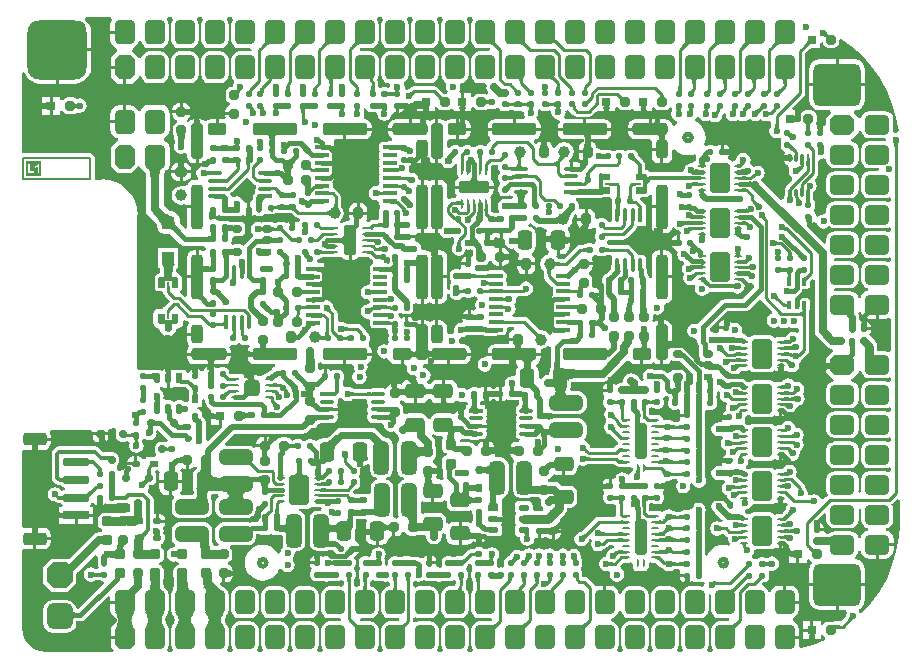
<source format=gbr>
%TF.GenerationSoftware,Altium Limited,Altium Designer,21.2.2 (38)*%
G04 Layer_Physical_Order=1*
G04 Layer_Color=255*
%FSLAX45Y45*%
%MOMM*%
%TF.SameCoordinates,D1C1B47B-FFDC-44FD-B647-F1046EBF8E97*%
%TF.FilePolarity,Positive*%
%TF.FileFunction,Copper,L1,Top,Signal*%
%TF.Part,Single*%
G01*
G75*
%TA.AperFunction,NonConductor*%
%ADD10C,0.40000*%
%TA.AperFunction,SMDPad,CuDef*%
%ADD11R,0.80000X0.60000*%
G04:AMPARAMS|DCode=12|XSize=0.6mm|YSize=0.8mm|CornerRadius=0.15mm|HoleSize=0mm|Usage=FLASHONLY|Rotation=270.000|XOffset=0mm|YOffset=0mm|HoleType=Round|Shape=RoundedRectangle|*
%AMROUNDEDRECTD12*
21,1,0.60000,0.50000,0,0,270.0*
21,1,0.30000,0.80000,0,0,270.0*
1,1,0.30000,-0.25000,-0.15000*
1,1,0.30000,-0.25000,0.15000*
1,1,0.30000,0.25000,0.15000*
1,1,0.30000,0.25000,-0.15000*
%
%ADD12ROUNDEDRECTD12*%
G04:AMPARAMS|DCode=13|XSize=0.5mm|YSize=0.5mm|CornerRadius=0.125mm|HoleSize=0mm|Usage=FLASHONLY|Rotation=270.000|XOffset=0mm|YOffset=0mm|HoleType=Round|Shape=RoundedRectangle|*
%AMROUNDEDRECTD13*
21,1,0.50000,0.25000,0,0,270.0*
21,1,0.25000,0.50000,0,0,270.0*
1,1,0.25000,-0.12500,-0.12500*
1,1,0.25000,-0.12500,0.12500*
1,1,0.25000,0.12500,0.12500*
1,1,0.25000,0.12500,-0.12500*
%
%ADD13ROUNDEDRECTD13*%
%ADD14R,1.15000X0.35000*%
G04:AMPARAMS|DCode=15|XSize=0.35mm|YSize=1.15mm|CornerRadius=0.0875mm|HoleSize=0mm|Usage=FLASHONLY|Rotation=90.000|XOffset=0mm|YOffset=0mm|HoleType=Round|Shape=RoundedRectangle|*
%AMROUNDEDRECTD15*
21,1,0.35000,0.97500,0,0,90.0*
21,1,0.17500,1.15000,0,0,90.0*
1,1,0.17500,0.48750,0.08750*
1,1,0.17500,0.48750,-0.08750*
1,1,0.17500,-0.48750,-0.08750*
1,1,0.17500,-0.48750,0.08750*
%
%ADD15ROUNDEDRECTD15*%
%ADD16R,0.70000X0.25000*%
G04:AMPARAMS|DCode=17|XSize=0.25mm|YSize=0.7mm|CornerRadius=0.0625mm|HoleSize=0mm|Usage=FLASHONLY|Rotation=90.000|XOffset=0mm|YOffset=0mm|HoleType=Round|Shape=RoundedRectangle|*
%AMROUNDEDRECTD17*
21,1,0.25000,0.57500,0,0,90.0*
21,1,0.12500,0.70000,0,0,90.0*
1,1,0.12500,0.28750,0.06250*
1,1,0.12500,0.28750,-0.06250*
1,1,0.12500,-0.28750,-0.06250*
1,1,0.12500,-0.28750,0.06250*
%
%ADD17ROUNDEDRECTD17*%
G04:AMPARAMS|DCode=18|XSize=2.5mm|YSize=1.7mm|CornerRadius=0.17mm|HoleSize=0mm|Usage=FLASHONLY|Rotation=90.000|XOffset=0mm|YOffset=0mm|HoleType=Round|Shape=RoundedRectangle|*
%AMROUNDEDRECTD18*
21,1,2.50000,1.36000,0,0,90.0*
21,1,2.16000,1.70000,0,0,90.0*
1,1,0.34000,0.68000,1.08000*
1,1,0.34000,0.68000,-1.08000*
1,1,0.34000,-0.68000,-1.08000*
1,1,0.34000,-0.68000,1.08000*
%
%ADD18ROUNDEDRECTD18*%
G04:AMPARAMS|DCode=19|XSize=0.35mm|YSize=0.7mm|CornerRadius=0.0875mm|HoleSize=0mm|Usage=FLASHONLY|Rotation=180.000|XOffset=0mm|YOffset=0mm|HoleType=Round|Shape=RoundedRectangle|*
%AMROUNDEDRECTD19*
21,1,0.35000,0.52501,0,0,180.0*
21,1,0.17500,0.70000,0,0,180.0*
1,1,0.17500,-0.08750,0.26250*
1,1,0.17500,0.08750,0.26250*
1,1,0.17500,0.08750,-0.26250*
1,1,0.17500,-0.08750,-0.26250*
%
%ADD19ROUNDEDRECTD19*%
%ADD20R,0.35000X0.70000*%
G04:AMPARAMS|DCode=21|XSize=0.5mm|YSize=0.5mm|CornerRadius=0.125mm|HoleSize=0mm|Usage=FLASHONLY|Rotation=180.000|XOffset=0mm|YOffset=0mm|HoleType=Round|Shape=RoundedRectangle|*
%AMROUNDEDRECTD21*
21,1,0.50000,0.25000,0,0,180.0*
21,1,0.25000,0.50000,0,0,180.0*
1,1,0.25000,-0.12500,0.12500*
1,1,0.25000,0.12500,0.12500*
1,1,0.25000,0.12500,-0.12500*
1,1,0.25000,-0.12500,-0.12500*
%
%ADD21ROUNDEDRECTD21*%
%ADD22R,0.27000X0.65000*%
G04:AMPARAMS|DCode=23|XSize=0.27mm|YSize=0.65mm|CornerRadius=0.0675mm|HoleSize=0mm|Usage=FLASHONLY|Rotation=0.000|XOffset=0mm|YOffset=0mm|HoleType=Round|Shape=RoundedRectangle|*
%AMROUNDEDRECTD23*
21,1,0.27000,0.51501,0,0,0.0*
21,1,0.13500,0.65000,0,0,0.0*
1,1,0.13500,0.06750,-0.25750*
1,1,0.13500,-0.06750,-0.25750*
1,1,0.13500,-0.06750,0.25750*
1,1,0.13500,0.06750,0.25750*
%
%ADD23ROUNDEDRECTD23*%
G04:AMPARAMS|DCode=24|XSize=0.8mm|YSize=1mm|CornerRadius=0.2mm|HoleSize=0mm|Usage=FLASHONLY|Rotation=90.000|XOffset=0mm|YOffset=0mm|HoleType=Round|Shape=RoundedRectangle|*
%AMROUNDEDRECTD24*
21,1,0.80000,0.60000,0,0,90.0*
21,1,0.40000,1.00000,0,0,90.0*
1,1,0.40000,0.30000,0.20000*
1,1,0.40000,0.30000,-0.20000*
1,1,0.40000,-0.30000,-0.20000*
1,1,0.40000,-0.30000,0.20000*
%
%ADD24ROUNDEDRECTD24*%
%ADD25C,1.00000*%
%ADD26O,0.30000X1.70000*%
%ADD27R,0.70000X0.24000*%
G04:AMPARAMS|DCode=28|XSize=0.8mm|YSize=0.8mm|CornerRadius=0.2mm|HoleSize=0mm|Usage=FLASHONLY|Rotation=90.000|XOffset=0mm|YOffset=0mm|HoleType=Round|Shape=RoundedRectangle|*
%AMROUNDEDRECTD28*
21,1,0.80000,0.40000,0,0,90.0*
21,1,0.40000,0.80000,0,0,90.0*
1,1,0.40000,0.20000,0.20000*
1,1,0.40000,0.20000,-0.20000*
1,1,0.40000,-0.20000,-0.20000*
1,1,0.40000,-0.20000,0.20000*
%
%ADD28ROUNDEDRECTD28*%
G04:AMPARAMS|DCode=29|XSize=0.55mm|YSize=0.9mm|CornerRadius=0.1375mm|HoleSize=0mm|Usage=FLASHONLY|Rotation=90.000|XOffset=0mm|YOffset=0mm|HoleType=Round|Shape=RoundedRectangle|*
%AMROUNDEDRECTD29*
21,1,0.55000,0.62500,0,0,90.0*
21,1,0.27500,0.90000,0,0,90.0*
1,1,0.27500,0.31250,0.13750*
1,1,0.27500,0.31250,-0.13750*
1,1,0.27500,-0.31250,-0.13750*
1,1,0.27500,-0.31250,0.13750*
%
%ADD29ROUNDEDRECTD29*%
%ADD30R,0.90000X0.55000*%
G04:AMPARAMS|DCode=31|XSize=0.35mm|YSize=1.2mm|CornerRadius=0.0875mm|HoleSize=0mm|Usage=FLASHONLY|Rotation=90.000|XOffset=0mm|YOffset=0mm|HoleType=Round|Shape=RoundedRectangle|*
%AMROUNDEDRECTD31*
21,1,0.35000,1.02500,0,0,90.0*
21,1,0.17500,1.20000,0,0,90.0*
1,1,0.17500,0.51250,0.08750*
1,1,0.17500,0.51250,-0.08750*
1,1,0.17500,-0.51250,-0.08750*
1,1,0.17500,-0.51250,0.08750*
%
%ADD31ROUNDEDRECTD31*%
%ADD32R,1.20000X0.35000*%
G04:AMPARAMS|DCode=33|XSize=1.4mm|YSize=1.3mm|CornerRadius=0.325mm|HoleSize=0mm|Usage=FLASHONLY|Rotation=90.000|XOffset=0mm|YOffset=0mm|HoleType=Round|Shape=RoundedRectangle|*
%AMROUNDEDRECTD33*
21,1,1.40000,0.65000,0,0,90.0*
21,1,0.75000,1.30000,0,0,90.0*
1,1,0.65000,0.32500,0.37500*
1,1,0.65000,0.32500,-0.37500*
1,1,0.65000,-0.32500,-0.37500*
1,1,0.65000,-0.32500,0.37500*
%
%ADD33ROUNDEDRECTD33*%
%ADD34R,0.85000X0.25000*%
G04:AMPARAMS|DCode=35|XSize=0.25mm|YSize=0.85mm|CornerRadius=0.0625mm|HoleSize=0mm|Usage=FLASHONLY|Rotation=90.000|XOffset=0mm|YOffset=0mm|HoleType=Round|Shape=RoundedRectangle|*
%AMROUNDEDRECTD35*
21,1,0.25000,0.72500,0,0,90.0*
21,1,0.12500,0.85000,0,0,90.0*
1,1,0.12500,0.36250,0.06250*
1,1,0.12500,0.36250,-0.06250*
1,1,0.12500,-0.36250,-0.06250*
1,1,0.12500,-0.36250,0.06250*
%
%ADD35ROUNDEDRECTD35*%
G04:AMPARAMS|DCode=36|XSize=2.55mm|YSize=1.1mm|CornerRadius=0.275mm|HoleSize=0mm|Usage=FLASHONLY|Rotation=90.000|XOffset=0mm|YOffset=0mm|HoleType=Round|Shape=RoundedRectangle|*
%AMROUNDEDRECTD36*
21,1,2.55000,0.55000,0,0,90.0*
21,1,2.00000,1.10000,0,0,90.0*
1,1,0.55000,0.27500,1.00000*
1,1,0.55000,0.27500,-1.00000*
1,1,0.55000,-0.27500,-1.00000*
1,1,0.55000,-0.27500,1.00000*
%
%ADD36ROUNDEDRECTD36*%
G04:AMPARAMS|DCode=37|XSize=0.55mm|YSize=0.9mm|CornerRadius=0.1375mm|HoleSize=0mm|Usage=FLASHONLY|Rotation=0.000|XOffset=0mm|YOffset=0mm|HoleType=Round|Shape=RoundedRectangle|*
%AMROUNDEDRECTD37*
21,1,0.55000,0.62500,0,0,0.0*
21,1,0.27500,0.90000,0,0,0.0*
1,1,0.27500,0.13750,-0.31250*
1,1,0.27500,-0.13750,-0.31250*
1,1,0.27500,-0.13750,0.31250*
1,1,0.27500,0.13750,0.31250*
%
%ADD37ROUNDEDRECTD37*%
%ADD38R,0.55000X0.90000*%
G04:AMPARAMS|DCode=39|XSize=0.35mm|YSize=1.15mm|CornerRadius=0.0875mm|HoleSize=0mm|Usage=FLASHONLY|Rotation=180.000|XOffset=0mm|YOffset=0mm|HoleType=Round|Shape=RoundedRectangle|*
%AMROUNDEDRECTD39*
21,1,0.35000,0.97500,0,0,180.0*
21,1,0.17500,1.15000,0,0,180.0*
1,1,0.17500,-0.08750,0.48750*
1,1,0.17500,0.08750,0.48750*
1,1,0.17500,0.08750,-0.48750*
1,1,0.17500,-0.08750,-0.48750*
%
%ADD39ROUNDEDRECTD39*%
%ADD40R,0.35000X1.15000*%
G04:AMPARAMS|DCode=41|XSize=1mm|YSize=3mm|CornerRadius=0.25mm|HoleSize=0mm|Usage=FLASHONLY|Rotation=0.000|XOffset=0mm|YOffset=0mm|HoleType=Round|Shape=RoundedRectangle|*
%AMROUNDEDRECTD41*
21,1,1.00000,2.50000,0,0,0.0*
21,1,0.50000,3.00000,0,0,0.0*
1,1,0.50000,0.25000,-1.25000*
1,1,0.50000,-0.25000,-1.25000*
1,1,0.50000,-0.25000,1.25000*
1,1,0.50000,0.25000,1.25000*
%
%ADD41ROUNDEDRECTD41*%
G04:AMPARAMS|DCode=42|XSize=0.25mm|YSize=0.7mm|CornerRadius=0.0625mm|HoleSize=0mm|Usage=FLASHONLY|Rotation=0.000|XOffset=0mm|YOffset=0mm|HoleType=Round|Shape=RoundedRectangle|*
%AMROUNDEDRECTD42*
21,1,0.25000,0.57500,0,0,0.0*
21,1,0.12500,0.70000,0,0,0.0*
1,1,0.12500,0.06250,-0.28750*
1,1,0.12500,-0.06250,-0.28750*
1,1,0.12500,-0.06250,0.28750*
1,1,0.12500,0.06250,0.28750*
%
%ADD42ROUNDEDRECTD42*%
%ADD43R,0.25000X0.85000*%
G04:AMPARAMS|DCode=44|XSize=0.25mm|YSize=0.85mm|CornerRadius=0.0625mm|HoleSize=0mm|Usage=FLASHONLY|Rotation=0.000|XOffset=0mm|YOffset=0mm|HoleType=Round|Shape=RoundedRectangle|*
%AMROUNDEDRECTD44*
21,1,0.25000,0.72500,0,0,0.0*
21,1,0.12500,0.85000,0,0,0.0*
1,1,0.12500,0.06250,-0.36250*
1,1,0.12500,-0.06250,-0.36250*
1,1,0.12500,-0.06250,0.36250*
1,1,0.12500,0.06250,0.36250*
%
%ADD44ROUNDEDRECTD44*%
G04:AMPARAMS|DCode=45|XSize=2.55mm|YSize=1.1mm|CornerRadius=0.275mm|HoleSize=0mm|Usage=FLASHONLY|Rotation=0.000|XOffset=0mm|YOffset=0mm|HoleType=Round|Shape=RoundedRectangle|*
%AMROUNDEDRECTD45*
21,1,2.55000,0.55000,0,0,0.0*
21,1,2.00000,1.10000,0,0,0.0*
1,1,0.55000,1.00000,-0.27500*
1,1,0.55000,-1.00000,-0.27500*
1,1,0.55000,-1.00000,0.27500*
1,1,0.55000,1.00000,0.27500*
%
%ADD45ROUNDEDRECTD45*%
G04:AMPARAMS|DCode=46|XSize=0.8mm|YSize=1mm|CornerRadius=0.2mm|HoleSize=0mm|Usage=FLASHONLY|Rotation=180.000|XOffset=0mm|YOffset=0mm|HoleType=Round|Shape=RoundedRectangle|*
%AMROUNDEDRECTD46*
21,1,0.80000,0.60000,0,0,180.0*
21,1,0.40000,1.00000,0,0,180.0*
1,1,0.40000,-0.20000,0.30000*
1,1,0.40000,0.20000,0.30000*
1,1,0.40000,0.20000,-0.30000*
1,1,0.40000,-0.20000,-0.30000*
%
%ADD46ROUNDEDRECTD46*%
G04:AMPARAMS|DCode=47|XSize=0.6mm|YSize=0.7mm|CornerRadius=0.15mm|HoleSize=0mm|Usage=FLASHONLY|Rotation=0.000|XOffset=0mm|YOffset=0mm|HoleType=Round|Shape=RoundedRectangle|*
%AMROUNDEDRECTD47*
21,1,0.60000,0.40000,0,0,0.0*
21,1,0.30000,0.70000,0,0,0.0*
1,1,0.30000,0.15000,-0.20000*
1,1,0.30000,-0.15000,-0.20000*
1,1,0.30000,-0.15000,0.20000*
1,1,0.30000,0.15000,0.20000*
%
%ADD47ROUNDEDRECTD47*%
%ADD48R,0.24000X0.70000*%
%ADD49O,1.70000X0.30000*%
%ADD50R,2.20000X0.70000*%
G04:AMPARAMS|DCode=51|XSize=2.2mm|YSize=0.7mm|CornerRadius=0.175mm|HoleSize=0mm|Usage=FLASHONLY|Rotation=180.000|XOffset=0mm|YOffset=0mm|HoleType=Round|Shape=RoundedRectangle|*
%AMROUNDEDRECTD51*
21,1,2.20000,0.35000,0,0,180.0*
21,1,1.85000,0.70000,0,0,180.0*
1,1,0.35000,-0.92500,0.17500*
1,1,0.35000,0.92500,0.17500*
1,1,0.35000,0.92500,-0.17500*
1,1,0.35000,-0.92500,-0.17500*
%
%ADD51ROUNDEDRECTD51*%
G04:AMPARAMS|DCode=52|XSize=2mm|YSize=1.1mm|CornerRadius=0.275mm|HoleSize=0mm|Usage=FLASHONLY|Rotation=180.000|XOffset=0mm|YOffset=0mm|HoleType=Round|Shape=RoundedRectangle|*
%AMROUNDEDRECTD52*
21,1,2.00000,0.55000,0,0,180.0*
21,1,1.45000,1.10000,0,0,180.0*
1,1,0.55000,-0.72500,0.27500*
1,1,0.55000,0.72500,0.27500*
1,1,0.55000,0.72500,-0.27500*
1,1,0.55000,-0.72500,-0.27500*
%
%ADD52ROUNDEDRECTD52*%
G04:AMPARAMS|DCode=53|XSize=3mm|YSize=1mm|CornerRadius=0.25mm|HoleSize=0mm|Usage=FLASHONLY|Rotation=90.000|XOffset=0mm|YOffset=0mm|HoleType=Round|Shape=RoundedRectangle|*
%AMROUNDEDRECTD53*
21,1,3.00000,0.50000,0,0,90.0*
21,1,2.50000,1.00000,0,0,90.0*
1,1,0.50000,0.25000,1.25000*
1,1,0.50000,0.25000,-1.25000*
1,1,0.50000,-0.25000,-1.25000*
1,1,0.50000,-0.25000,1.25000*
%
%ADD53ROUNDEDRECTD53*%
G04:AMPARAMS|DCode=54|XSize=3.8mm|YSize=1mm|CornerRadius=0.25mm|HoleSize=0mm|Usage=FLASHONLY|Rotation=90.000|XOffset=0mm|YOffset=0mm|HoleType=Round|Shape=RoundedRectangle|*
%AMROUNDEDRECTD54*
21,1,3.80000,0.50000,0,0,90.0*
21,1,3.30000,1.00000,0,0,90.0*
1,1,0.50000,0.25000,1.65000*
1,1,0.50000,0.25000,-1.65000*
1,1,0.50000,-0.25000,-1.65000*
1,1,0.50000,-0.25000,1.65000*
%
%ADD54ROUNDEDRECTD54*%
G04:AMPARAMS|DCode=55|XSize=1.6mm|YSize=1mm|CornerRadius=0.25mm|HoleSize=0mm|Usage=FLASHONLY|Rotation=180.000|XOffset=0mm|YOffset=0mm|HoleType=Round|Shape=RoundedRectangle|*
%AMROUNDEDRECTD55*
21,1,1.60000,0.50000,0,0,180.0*
21,1,1.10000,1.00000,0,0,180.0*
1,1,0.50000,-0.55000,0.25000*
1,1,0.50000,0.55000,0.25000*
1,1,0.50000,0.55000,-0.25000*
1,1,0.50000,-0.55000,-0.25000*
%
%ADD55ROUNDEDRECTD55*%
G04:AMPARAMS|DCode=56|XSize=3mm|YSize=1mm|CornerRadius=0.25mm|HoleSize=0mm|Usage=FLASHONLY|Rotation=0.000|XOffset=0mm|YOffset=0mm|HoleType=Round|Shape=RoundedRectangle|*
%AMROUNDEDRECTD56*
21,1,3.00000,0.50000,0,0,0.0*
21,1,2.50000,1.00000,0,0,0.0*
1,1,0.50000,1.25000,-0.25000*
1,1,0.50000,-1.25000,-0.25000*
1,1,0.50000,-1.25000,0.25000*
1,1,0.50000,1.25000,0.25000*
%
%ADD56ROUNDEDRECTD56*%
G04:AMPARAMS|DCode=57|XSize=3.8mm|YSize=1mm|CornerRadius=0.25mm|HoleSize=0mm|Usage=FLASHONLY|Rotation=0.000|XOffset=0mm|YOffset=0mm|HoleType=Round|Shape=RoundedRectangle|*
%AMROUNDEDRECTD57*
21,1,3.80000,0.50000,0,0,0.0*
21,1,3.30000,1.00000,0,0,0.0*
1,1,0.50000,1.65000,-0.25000*
1,1,0.50000,-1.65000,-0.25000*
1,1,0.50000,-1.65000,0.25000*
1,1,0.50000,1.65000,0.25000*
%
%ADD57ROUNDEDRECTD57*%
G04:AMPARAMS|DCode=58|XSize=1.6mm|YSize=1mm|CornerRadius=0.25mm|HoleSize=0mm|Usage=FLASHONLY|Rotation=90.000|XOffset=0mm|YOffset=0mm|HoleType=Round|Shape=RoundedRectangle|*
%AMROUNDEDRECTD58*
21,1,1.60000,0.50000,0,0,90.0*
21,1,1.10000,1.00000,0,0,90.0*
1,1,0.50000,0.25000,0.55000*
1,1,0.50000,0.25000,-0.55000*
1,1,0.50000,-0.25000,-0.55000*
1,1,0.50000,-0.25000,0.55000*
%
%ADD58ROUNDEDRECTD58*%
G04:AMPARAMS|DCode=59|XSize=2.8mm|YSize=1.3mm|CornerRadius=0.325mm|HoleSize=0mm|Usage=FLASHONLY|Rotation=90.000|XOffset=0mm|YOffset=0mm|HoleType=Round|Shape=RoundedRectangle|*
%AMROUNDEDRECTD59*
21,1,2.80000,0.65000,0,0,90.0*
21,1,2.15000,1.30000,0,0,90.0*
1,1,0.65000,0.32500,1.07500*
1,1,0.65000,0.32500,-1.07500*
1,1,0.65000,-0.32500,-1.07500*
1,1,0.65000,-0.32500,1.07500*
%
%ADD59ROUNDEDRECTD59*%
G04:AMPARAMS|DCode=60|XSize=0.9mm|YSize=0.8mm|CornerRadius=0.2mm|HoleSize=0mm|Usage=FLASHONLY|Rotation=180.000|XOffset=0mm|YOffset=0mm|HoleType=Round|Shape=RoundedRectangle|*
%AMROUNDEDRECTD60*
21,1,0.90000,0.40000,0,0,180.0*
21,1,0.50000,0.80000,0,0,180.0*
1,1,0.40000,-0.25000,0.20000*
1,1,0.40000,0.25000,0.20000*
1,1,0.40000,0.25000,-0.20000*
1,1,0.40000,-0.25000,-0.20000*
%
%ADD60ROUNDEDRECTD60*%
G04:AMPARAMS|DCode=61|XSize=2.8mm|YSize=1.3mm|CornerRadius=0.325mm|HoleSize=0mm|Usage=FLASHONLY|Rotation=180.000|XOffset=0mm|YOffset=0mm|HoleType=Round|Shape=RoundedRectangle|*
%AMROUNDEDRECTD61*
21,1,2.80000,0.65000,0,0,180.0*
21,1,2.15000,1.30000,0,0,180.0*
1,1,0.65000,-1.07500,0.32500*
1,1,0.65000,1.07500,0.32500*
1,1,0.65000,1.07500,-0.32500*
1,1,0.65000,-1.07500,-0.32500*
%
%ADD61ROUNDEDRECTD61*%
%ADD62R,0.70000X0.50000*%
G04:AMPARAMS|DCode=63|XSize=0.5mm|YSize=0.7mm|CornerRadius=0.125mm|HoleSize=0mm|Usage=FLASHONLY|Rotation=90.000|XOffset=0mm|YOffset=0mm|HoleType=Round|Shape=RoundedRectangle|*
%AMROUNDEDRECTD63*
21,1,0.50000,0.45000,0,0,90.0*
21,1,0.25000,0.70000,0,0,90.0*
1,1,0.25000,0.22500,0.12500*
1,1,0.25000,0.22500,-0.12500*
1,1,0.25000,-0.22500,-0.12500*
1,1,0.25000,-0.22500,0.12500*
%
%ADD63ROUNDEDRECTD63*%
%ADD64R,0.80000X0.80000*%
%ADD65R,0.50000X0.70000*%
G04:AMPARAMS|DCode=66|XSize=0.5mm|YSize=0.7mm|CornerRadius=0.125mm|HoleSize=0mm|Usage=FLASHONLY|Rotation=0.000|XOffset=0mm|YOffset=0mm|HoleType=Round|Shape=RoundedRectangle|*
%AMROUNDEDRECTD66*
21,1,0.50000,0.45000,0,0,0.0*
21,1,0.25000,0.70000,0,0,0.0*
1,1,0.25000,0.12500,-0.22500*
1,1,0.25000,-0.12500,-0.22500*
1,1,0.25000,-0.12500,0.22500*
1,1,0.25000,0.12500,0.22500*
%
%ADD66ROUNDEDRECTD66*%
G04:AMPARAMS|DCode=67|XSize=1.1mm|YSize=1.1mm|CornerRadius=0.275mm|HoleSize=0mm|Usage=FLASHONLY|Rotation=180.000|XOffset=0mm|YOffset=0mm|HoleType=Round|Shape=RoundedRectangle|*
%AMROUNDEDRECTD67*
21,1,1.10000,0.55000,0,0,180.0*
21,1,0.55000,1.10000,0,0,180.0*
1,1,0.55000,-0.27500,0.27500*
1,1,0.55000,0.27500,0.27500*
1,1,0.55000,0.27500,-0.27500*
1,1,0.55000,-0.27500,-0.27500*
%
%ADD67ROUNDEDRECTD67*%
%ADD68R,1.10000X1.10000*%
G04:AMPARAMS|DCode=69|XSize=1.65mm|YSize=1.25mm|CornerRadius=0.3125mm|HoleSize=0mm|Usage=FLASHONLY|Rotation=270.000|XOffset=0mm|YOffset=0mm|HoleType=Round|Shape=RoundedRectangle|*
%AMROUNDEDRECTD69*
21,1,1.65000,0.62500,0,0,270.0*
21,1,1.02500,1.25000,0,0,270.0*
1,1,0.62500,-0.31250,-0.51250*
1,1,0.62500,-0.31250,0.51250*
1,1,0.62500,0.31250,0.51250*
1,1,0.62500,0.31250,-0.51250*
%
%ADD69ROUNDEDRECTD69*%
G04:AMPARAMS|DCode=70|XSize=1.65mm|YSize=1.25mm|CornerRadius=0.3125mm|HoleSize=0mm|Usage=FLASHONLY|Rotation=0.000|XOffset=0mm|YOffset=0mm|HoleType=Round|Shape=RoundedRectangle|*
%AMROUNDEDRECTD70*
21,1,1.65000,0.62500,0,0,0.0*
21,1,1.02500,1.25000,0,0,0.0*
1,1,0.62500,0.51250,-0.31250*
1,1,0.62500,-0.51250,-0.31250*
1,1,0.62500,-0.51250,0.31250*
1,1,0.62500,0.51250,0.31250*
%
%ADD70ROUNDEDRECTD70*%
G04:AMPARAMS|DCode=71|XSize=0.8mm|YSize=0.8mm|CornerRadius=0.2mm|HoleSize=0mm|Usage=FLASHONLY|Rotation=180.000|XOffset=0mm|YOffset=0mm|HoleType=Round|Shape=RoundedRectangle|*
%AMROUNDEDRECTD71*
21,1,0.80000,0.40000,0,0,180.0*
21,1,0.40000,0.80000,0,0,180.0*
1,1,0.40000,-0.20000,0.20000*
1,1,0.40000,0.20000,0.20000*
1,1,0.40000,0.20000,-0.20000*
1,1,0.40000,-0.20000,-0.20000*
%
%ADD71ROUNDEDRECTD71*%
%TA.AperFunction,Conductor*%
%ADD72C,0.25000*%
%ADD73C,0.50000*%
%ADD74C,0.40000*%
%ADD75C,0.24000*%
%ADD76C,0.30000*%
%ADD77C,0.70000*%
%ADD78C,0.60000*%
%ADD79C,0.80000*%
%ADD80C,1.00000*%
%ADD81C,0.20000*%
%TA.AperFunction,NonConductor*%
%ADD82C,0.15000*%
%TA.AperFunction,ComponentPad*%
G04:AMPARAMS|DCode=83|XSize=1.7mm|YSize=2.1mm|CornerRadius=0mm|HoleSize=0mm|Usage=FLASHONLY|Rotation=0.000|XOffset=0mm|YOffset=0mm|HoleType=Round|Shape=Octagon|*
%AMOCTAGOND83*
4,1,8,-0.42500,1.05000,0.42500,1.05000,0.85000,0.62500,0.85000,-0.62500,0.42500,-1.05000,-0.42500,-1.05000,-0.85000,-0.62500,-0.85000,0.62500,-0.42500,1.05000,0.0*
%
%ADD83OCTAGOND83*%

G04:AMPARAMS|DCode=84|XSize=1.7mm|YSize=2.1mm|CornerRadius=0.425mm|HoleSize=0mm|Usage=FLASHONLY|Rotation=0.000|XOffset=0mm|YOffset=0mm|HoleType=Round|Shape=RoundedRectangle|*
%AMROUNDEDRECTD84*
21,1,1.70000,1.25001,0,0,0.0*
21,1,0.85000,2.10000,0,0,0.0*
1,1,0.85000,0.42500,-0.62500*
1,1,0.85000,-0.42500,-0.62500*
1,1,0.85000,-0.42500,0.62500*
1,1,0.85000,0.42500,0.62500*
%
%ADD84ROUNDEDRECTD84*%
G04:AMPARAMS|DCode=85|XSize=1.7mm|YSize=2.1mm|CornerRadius=0.425mm|HoleSize=0mm|Usage=FLASHONLY|Rotation=270.000|XOffset=0mm|YOffset=0mm|HoleType=Round|Shape=RoundedRectangle|*
%AMROUNDEDRECTD85*
21,1,1.70000,1.25001,0,0,270.0*
21,1,0.85000,2.10000,0,0,270.0*
1,1,0.85000,-0.62500,-0.42500*
1,1,0.85000,-0.62500,0.42500*
1,1,0.85000,0.62500,0.42500*
1,1,0.85000,0.62500,-0.42500*
%
%ADD85ROUNDEDRECTD85*%
G04:AMPARAMS|DCode=86|XSize=1.7mm|YSize=2.1mm|CornerRadius=0mm|HoleSize=0mm|Usage=FLASHONLY|Rotation=270.000|XOffset=0mm|YOffset=0mm|HoleType=Round|Shape=Octagon|*
%AMOCTAGOND86*
4,1,8,1.05000,0.42500,1.05000,-0.42500,0.62500,-0.85000,-0.62500,-0.85000,-1.05000,-0.42500,-1.05000,0.42500,-0.62500,0.85000,0.62500,0.85000,1.05000,0.42500,0.0*
%
%ADD86OCTAGOND86*%

G04:AMPARAMS|DCode=87|XSize=4mm|YSize=3.6mm|CornerRadius=0.54mm|HoleSize=0mm|Usage=FLASHONLY|Rotation=0.000|XOffset=0mm|YOffset=0mm|HoleType=Round|Shape=RoundedRectangle|*
%AMROUNDEDRECTD87*
21,1,4.00000,2.52000,0,0,0.0*
21,1,2.92000,3.60000,0,0,0.0*
1,1,1.08000,1.46000,-1.26000*
1,1,1.08000,-1.46000,-1.26000*
1,1,1.08000,-1.46000,1.26000*
1,1,1.08000,1.46000,1.26000*
%
%ADD87ROUNDEDRECTD87*%
G04:AMPARAMS|DCode=88|XSize=5mm|YSize=5mm|CornerRadius=1mm|HoleSize=0mm|Usage=FLASHONLY|Rotation=0.000|XOffset=0mm|YOffset=0mm|HoleType=Round|Shape=RoundedRectangle|*
%AMROUNDEDRECTD88*
21,1,5.00000,3.00000,0,0,0.0*
21,1,3.00000,5.00000,0,0,0.0*
1,1,2.00000,1.50000,-1.50000*
1,1,2.00000,-1.50000,-1.50000*
1,1,2.00000,-1.50000,1.50000*
1,1,2.00000,1.50000,1.50000*
%
%ADD88ROUNDEDRECTD88*%
G04:AMPARAMS|DCode=89|XSize=2.2mm|YSize=2.2mm|CornerRadius=0.55mm|HoleSize=0mm|Usage=FLASHONLY|Rotation=270.000|XOffset=0mm|YOffset=0mm|HoleType=Round|Shape=RoundedRectangle|*
%AMROUNDEDRECTD89*
21,1,2.20000,1.10000,0,0,270.0*
21,1,1.10000,2.20000,0,0,270.0*
1,1,1.10000,-0.55000,-0.55000*
1,1,1.10000,-0.55000,0.55000*
1,1,1.10000,0.55000,0.55000*
1,1,1.10000,0.55000,-0.55000*
%
%ADD89ROUNDEDRECTD89*%
G04:AMPARAMS|DCode=90|XSize=2.2mm|YSize=2.2mm|CornerRadius=0mm|HoleSize=0mm|Usage=FLASHONLY|Rotation=270.000|XOffset=0mm|YOffset=0mm|HoleType=Round|Shape=Octagon|*
%AMOCTAGOND90*
4,1,8,-0.55000,-1.10000,0.55000,-1.10000,1.10000,-0.55000,1.10000,0.55000,0.55000,1.10000,-0.55000,1.10000,-1.10000,0.55000,-1.10000,-0.55000,-0.55000,-1.10000,0.0*
%
%ADD90OCTAGOND90*%

%TA.AperFunction,ViaPad*%
%ADD91C,0.60000*%
%ADD92C,1.20000*%
G36*
X7966982Y5291643D02*
X7970721Y5288415D01*
X7974709Y5293037D01*
X7975300Y5290690D01*
X7976236Y5288183D01*
X7977518Y5285516D01*
X7979144Y5282689D01*
X7981116Y5279701D01*
X7981721Y5278916D01*
X7987783Y5273681D01*
X7991514Y5271251D01*
X7994657Y5269646D01*
X7997213Y5268865D01*
X7999180Y5268908D01*
X8000560Y5269776D01*
X7995154Y5263405D01*
X7996151Y5262356D01*
X7977561Y5238520D01*
X7975620Y5240386D01*
X7970224Y5234027D01*
X7970890Y5235609D01*
X7970717Y5237793D01*
X7969703Y5240581D01*
X7967850Y5243971D01*
X7965158Y5247965D01*
X7963152Y5250576D01*
X7959927Y5252570D01*
X7956622Y5254298D01*
X7953390Y5255666D01*
X7950232Y5256674D01*
X7947148Y5257320D01*
X7944138Y5257607D01*
X7950584Y5265077D01*
X7939100Y5276981D01*
X7960313Y5298194D01*
X7966982Y5291643D01*
D02*
G37*
G36*
X1341327Y5325102D02*
X1343473Y5317049D01*
X1346126Y5309184D01*
X1349285Y5301508D01*
X1352951Y5294020D01*
X1357123Y5286721D01*
X1361802Y5279609D01*
X1366987Y5272687D01*
X1372679Y5265952D01*
X1378878Y5259407D01*
X1352722Y5228994D01*
X1346296Y5235001D01*
X1339599Y5240444D01*
X1332630Y5245322D01*
X1325389Y5249635D01*
X1317876Y5253383D01*
X1310091Y5256566D01*
X1302035Y5259185D01*
X1293707Y5261238D01*
X1285108Y5262727D01*
X1276236Y5263652D01*
X1339687Y5333344D01*
X1341327Y5325102D01*
D02*
G37*
G36*
X1648223Y5264001D02*
X1639402Y5262582D01*
X1630853Y5260654D01*
X1622574Y5258219D01*
X1614565Y5255274D01*
X1606828Y5251822D01*
X1599361Y5247860D01*
X1592164Y5243391D01*
X1585239Y5238413D01*
X1578584Y5232926D01*
X1572199Y5226931D01*
X1543915Y5255216D01*
X1549910Y5261600D01*
X1555396Y5268255D01*
X1560375Y5275181D01*
X1564844Y5282377D01*
X1568805Y5289844D01*
X1572258Y5297582D01*
X1575202Y5305590D01*
X1577638Y5313869D01*
X1579566Y5322419D01*
X1580985Y5331239D01*
X1648223Y5264001D01*
D02*
G37*
G36*
X7845660Y5190610D02*
X7843654Y5191905D01*
X7841113Y5192317D01*
X7838034Y5191844D01*
X7834419Y5190488D01*
X7830268Y5188247D01*
X7825580Y5185123D01*
X7820356Y5181116D01*
X7808299Y5170448D01*
X7801466Y5163789D01*
X7783788Y5181466D01*
X7790448Y5188299D01*
X7805123Y5205581D01*
X7808247Y5210268D01*
X7810488Y5214420D01*
X7811844Y5218034D01*
X7812316Y5221113D01*
X7811905Y5223655D01*
X7810609Y5225660D01*
X7845660Y5190610D01*
D02*
G37*
G36*
X7571174Y5186581D02*
X7569207Y5187923D01*
X7566788Y5188465D01*
X7563918Y5188207D01*
X7560597Y5187149D01*
X7556824Y5185292D01*
X7552600Y5182636D01*
X7547924Y5179179D01*
X7542797Y5174923D01*
X7531189Y5164011D01*
X7513511Y5181689D01*
X7519367Y5187718D01*
X7528679Y5198424D01*
X7532136Y5203100D01*
X7534792Y5207324D01*
X7536650Y5211097D01*
X7537707Y5214418D01*
X7537965Y5217288D01*
X7537423Y5219707D01*
X7536081Y5221674D01*
X7571174Y5186581D01*
D02*
G37*
G36*
X7317174D02*
X7315207Y5187923D01*
X7312788Y5188465D01*
X7309918Y5188207D01*
X7306597Y5187149D01*
X7302824Y5185292D01*
X7298600Y5182636D01*
X7293924Y5179179D01*
X7288797Y5174923D01*
X7277189Y5164011D01*
X7259511Y5181689D01*
X7265367Y5187718D01*
X7274679Y5198424D01*
X7278136Y5203100D01*
X7280792Y5207324D01*
X7282650Y5211097D01*
X7283707Y5214418D01*
X7283965Y5217288D01*
X7283423Y5219707D01*
X7282081Y5221674D01*
X7317174Y5186581D01*
D02*
G37*
G36*
X7063174D02*
X7061207Y5187923D01*
X7058788Y5188465D01*
X7055918Y5188207D01*
X7052597Y5187149D01*
X7048824Y5185292D01*
X7044600Y5182636D01*
X7039924Y5179179D01*
X7034797Y5174923D01*
X7023189Y5164011D01*
X7005511Y5181689D01*
X7011367Y5187718D01*
X7020679Y5198424D01*
X7024136Y5203100D01*
X7026792Y5207324D01*
X7028650Y5211097D01*
X7029707Y5214418D01*
X7029965Y5217288D01*
X7029423Y5219707D01*
X7028081Y5221674D01*
X7063174Y5186581D01*
D02*
G37*
G36*
X6809174D02*
X6807207Y5187923D01*
X6804788Y5188465D01*
X6801918Y5188207D01*
X6798597Y5187149D01*
X6794824Y5185292D01*
X6790600Y5182636D01*
X6785924Y5179179D01*
X6780797Y5174923D01*
X6769189Y5164011D01*
X6751511Y5181689D01*
X6757367Y5187718D01*
X6766679Y5198424D01*
X6770136Y5203100D01*
X6772792Y5207324D01*
X6774650Y5211097D01*
X6775707Y5214418D01*
X6775965Y5217288D01*
X6775423Y5219707D01*
X6774081Y5221674D01*
X6809174Y5186581D01*
D02*
G37*
G36*
X4015174D02*
X4013207Y5187923D01*
X4010788Y5188465D01*
X4007918Y5188207D01*
X4004597Y5187149D01*
X4000824Y5185292D01*
X3996600Y5182636D01*
X3991924Y5179179D01*
X3986797Y5174923D01*
X3975189Y5164011D01*
X3957511Y5181689D01*
X3963367Y5187718D01*
X3972679Y5198424D01*
X3976136Y5203100D01*
X3978792Y5207324D01*
X3980650Y5211097D01*
X3981707Y5214418D01*
X3981965Y5217288D01*
X3981423Y5219707D01*
X3980081Y5221674D01*
X4015174Y5186581D01*
D02*
G37*
G36*
X3761174D02*
X3759207Y5187923D01*
X3756788Y5188465D01*
X3753918Y5188207D01*
X3750597Y5187149D01*
X3746824Y5185292D01*
X3742600Y5182636D01*
X3737924Y5179179D01*
X3732797Y5174923D01*
X3721189Y5164011D01*
X3703511Y5181689D01*
X3709367Y5187718D01*
X3718679Y5198424D01*
X3722136Y5203100D01*
X3724792Y5207324D01*
X3726650Y5211097D01*
X3727707Y5214418D01*
X3727965Y5217288D01*
X3727423Y5219707D01*
X3726081Y5221674D01*
X3761174Y5186581D01*
D02*
G37*
G36*
X3507174D02*
X3505207Y5187923D01*
X3502788Y5188465D01*
X3499918Y5188207D01*
X3496597Y5187149D01*
X3492824Y5185292D01*
X3488600Y5182636D01*
X3483924Y5179179D01*
X3478797Y5174923D01*
X3467189Y5164011D01*
X3449511Y5181689D01*
X3455367Y5187718D01*
X3464679Y5198424D01*
X3468136Y5203100D01*
X3470792Y5207324D01*
X3472650Y5211097D01*
X3473707Y5214418D01*
X3473965Y5217288D01*
X3473423Y5219707D01*
X3472081Y5221674D01*
X3507174Y5186581D01*
D02*
G37*
G36*
X3253174D02*
X3251207Y5187923D01*
X3248788Y5188465D01*
X3245918Y5188207D01*
X3242597Y5187149D01*
X3238824Y5185292D01*
X3234600Y5182636D01*
X3229924Y5179179D01*
X3224797Y5174923D01*
X3213189Y5164011D01*
X3195511Y5181689D01*
X3201367Y5187718D01*
X3210679Y5198424D01*
X3214136Y5203100D01*
X3216792Y5207324D01*
X3218650Y5211097D01*
X3219707Y5214418D01*
X3219965Y5217288D01*
X3219423Y5219707D01*
X3218081Y5221674D01*
X3253174Y5186581D01*
D02*
G37*
G36*
X5416577Y5219707D02*
X5416035Y5217288D01*
X5416293Y5214418D01*
X5417350Y5211097D01*
X5419208Y5207324D01*
X5421864Y5203100D01*
X5425321Y5198424D01*
X5429577Y5193297D01*
X5440489Y5181689D01*
X5422811Y5164011D01*
X5416781Y5169867D01*
X5406076Y5179179D01*
X5401400Y5182636D01*
X5397176Y5185292D01*
X5393403Y5187149D01*
X5390082Y5188207D01*
X5387212Y5188465D01*
X5384793Y5187923D01*
X5382826Y5186581D01*
X5417919Y5221674D01*
X5416577Y5219707D01*
D02*
G37*
G36*
X5162577D02*
X5162035Y5217288D01*
X5162293Y5214418D01*
X5163350Y5211097D01*
X5165208Y5207324D01*
X5167864Y5203100D01*
X5171321Y5198424D01*
X5175577Y5193297D01*
X5186489Y5181689D01*
X5168811Y5164011D01*
X5162781Y5169867D01*
X5152076Y5179179D01*
X5147400Y5182636D01*
X5143176Y5185292D01*
X5139403Y5187149D01*
X5136082Y5188207D01*
X5133212Y5188465D01*
X5130793Y5187923D01*
X5128826Y5186581D01*
X5163919Y5221674D01*
X5162577Y5219707D01*
D02*
G37*
G36*
X8178610Y5177676D02*
X8270558Y5095506D01*
X8352728Y5003559D01*
X8424085Y4902989D01*
X8483734Y4795062D01*
X8530925Y4681135D01*
X8565062Y4562641D01*
X8583063Y4456694D01*
X8565653Y4439765D01*
X8561131Y4440664D01*
X8553407Y4439128D01*
X8536399Y4456137D01*
X8538420Y4466300D01*
Y4551300D01*
X8532793Y4579588D01*
X8516770Y4603569D01*
X8492788Y4619593D01*
X8464500Y4625220D01*
X8339500D01*
X8311212Y4619593D01*
X8287230Y4603569D01*
X8271206Y4579588D01*
X8268000Y4563468D01*
X8248000Y4565438D01*
Y4568800D01*
X8207543Y4609256D01*
X8208882Y4618311D01*
X8214944Y4630140D01*
X8245226Y4636164D01*
X8274665Y4655834D01*
X8294336Y4685274D01*
X8301243Y4720000D01*
Y4833300D01*
X7827757D01*
Y4720000D01*
X7834664Y4685274D01*
X7854335Y4655834D01*
X7883774Y4636164D01*
X7918500Y4629256D01*
X8000172D01*
X8008457Y4609256D01*
X7968000Y4568800D01*
Y4509961D01*
X7957315Y4501952D01*
X7948000Y4497847D01*
X7940002Y4499438D01*
X7940031Y4492021D01*
X7940659Y4481700D01*
X7943772D01*
X7943055Y4480478D01*
X7942414Y4478770D01*
X7941848Y4476577D01*
X7941358Y4473899D01*
X7941213Y4472595D01*
X7941999Y4459683D01*
X7942530Y4458423D01*
X7943124Y4458003D01*
X7940146D01*
X7940000Y4447640D01*
X7932700D01*
Y4440000D01*
X7907300D01*
Y4447640D01*
X7900000D01*
X7899962Y4453229D01*
X7899657Y4458003D01*
X7896876D01*
X7897470Y4458423D01*
X7898001Y4459683D01*
X7898469Y4461783D01*
X7898875Y4464722D01*
X7899065Y4467275D01*
X7898642Y4473899D01*
X7898152Y4476577D01*
X7897586Y4478770D01*
X7896945Y4480478D01*
X7896228Y4481700D01*
X7899660D01*
X7899990Y4499437D01*
X7896640Y4498770D01*
X7884357Y4516387D01*
X7887099Y4520491D01*
X7890980Y4540000D01*
Y4580000D01*
X7887099Y4599509D01*
X7876048Y4616048D01*
X7859509Y4627099D01*
X7840000Y4630980D01*
X7800000D01*
X7780491Y4627099D01*
X7763952Y4616048D01*
X7755000Y4602650D01*
X7741198Y4603737D01*
X7735000Y4605977D01*
Y4635000D01*
X7692412D01*
X7684759Y4653478D01*
X7780641Y4749360D01*
X7790034Y4763417D01*
X7793332Y4780000D01*
Y5112051D01*
X7830762Y5149480D01*
X7839825Y5157499D01*
X7843085Y5160000D01*
X7920000D01*
Y5203107D01*
X7940000Y5205077D01*
X7942901Y5190491D01*
X7953952Y5173952D01*
X7970491Y5162901D01*
X7990000Y5159020D01*
X8030000D01*
X8049509Y5162901D01*
X8066048Y5173952D01*
X8077099Y5190491D01*
X8080980Y5210000D01*
Y5225161D01*
X8098749Y5234341D01*
X8178610Y5177676D01*
D02*
G37*
G36*
X4979742Y5397056D02*
X4969207Y5381288D01*
X4963580Y5353000D01*
Y5228000D01*
X4969207Y5199712D01*
X4985231Y5175730D01*
X5009212Y5159706D01*
X5037500Y5154080D01*
X5120241D01*
X5121312Y5152920D01*
X5117246Y5139785D01*
X5110902Y5132920D01*
X5037500D01*
X5009212Y5127294D01*
X4985231Y5111270D01*
X4969207Y5087288D01*
X4963580Y5059000D01*
Y4934000D01*
X4969207Y4905712D01*
X4985231Y4881730D01*
X5009212Y4865707D01*
X5037500Y4860080D01*
X5079701D01*
X5095732Y4840079D01*
X5093727Y4830000D01*
X5098772Y4804638D01*
X5108717Y4789753D01*
X5104787Y4770739D01*
X5101755Y4766237D01*
X5094508Y4763759D01*
X5089509Y4767099D01*
X5070000Y4770980D01*
X5030000D01*
X5010491Y4767099D01*
X4993952Y4756048D01*
X4985000Y4742650D01*
X4971199Y4743737D01*
X4965000Y4745977D01*
Y4775000D01*
X4902700D01*
Y4700000D01*
Y4660305D01*
X4929695D01*
X4925953Y4659705D01*
X4922605Y4657905D01*
X4919651Y4654905D01*
X4917090Y4650705D01*
X4914924Y4645305D01*
X4913151Y4638705D01*
X4911773Y4630905D01*
X4911127Y4625000D01*
X4965000D01*
Y4654023D01*
X4971199Y4656263D01*
X4985000Y4657350D01*
X4993952Y4643952D01*
X5010491Y4632901D01*
X5030000Y4629020D01*
X5070000D01*
X5089509Y4632901D01*
X5106048Y4643952D01*
X5114389Y4645611D01*
X5116195Y4644404D01*
X5139606Y4639748D01*
X5163017Y4644404D01*
X5176568Y4653459D01*
X5193006Y4651460D01*
X5199937Y4647219D01*
X5206859Y4636859D01*
X5220917Y4627466D01*
X5237500Y4624168D01*
X5262500D01*
X5270972Y4625853D01*
X5272102Y4625811D01*
X5273652Y4626386D01*
X5279082Y4627466D01*
X5282231Y4629570D01*
X5283291Y4629963D01*
X5285888Y4631562D01*
X5287708Y4632506D01*
X5289766Y4633398D01*
X5292091Y4634225D01*
X5294706Y4634975D01*
X5297621Y4635627D01*
X5300482Y4636102D01*
X5304998Y4636504D01*
X5309518Y4636101D01*
X5312377Y4635626D01*
X5315293Y4634975D01*
X5317911Y4634225D01*
X5320233Y4633397D01*
X5322292Y4632506D01*
X5324111Y4631562D01*
X5326708Y4629963D01*
X5327769Y4629569D01*
X5330917Y4627466D01*
X5336347Y4626386D01*
X5337897Y4625810D01*
X5339027Y4625853D01*
X5347500Y4624167D01*
X5372500D01*
X5380972Y4625853D01*
X5382102Y4625810D01*
X5383652Y4626385D01*
X5389082Y4627466D01*
X5408046Y4619979D01*
X5408309Y4619551D01*
X5409927Y4615735D01*
X5409949Y4615653D01*
X5408825Y4610000D01*
X5413481Y4586589D01*
X5420440Y4576175D01*
X5409749Y4556175D01*
X5342700D01*
Y4482700D01*
X5556175D01*
Y4495000D01*
X5551519Y4518411D01*
X5538257Y4538257D01*
X5522442Y4548825D01*
X5517974Y4557541D01*
X5516910Y4572209D01*
X5526519Y4586589D01*
X5531175Y4610000D01*
X5526519Y4633411D01*
X5543745Y4641520D01*
X5546859Y4636859D01*
X5560917Y4627466D01*
X5577500Y4624168D01*
X5602500D01*
X5610973Y4625853D01*
X5612103Y4625811D01*
X5613652Y4626386D01*
X5619083Y4627466D01*
X5622231Y4629570D01*
X5623291Y4629963D01*
X5640861Y4621157D01*
X5642267Y4618001D01*
X5642741Y4616203D01*
X5642173Y4613348D01*
X5646830Y4589937D01*
X5660091Y4570091D01*
X5679938Y4556830D01*
X5703349Y4552173D01*
X5703890Y4552281D01*
X5705836Y4550156D01*
X5713805Y4533861D01*
X5703481Y4518411D01*
X5698825Y4495000D01*
Y4482700D01*
X5912300D01*
Y4556175D01*
X5760000D01*
X5759459Y4556068D01*
X5757512Y4558192D01*
X5749544Y4574487D01*
X5759867Y4589937D01*
X5764524Y4613348D01*
X5762338Y4624339D01*
X5766125Y4627604D01*
X5780757Y4634255D01*
X5790917Y4627466D01*
X5795363Y4626582D01*
X5801859Y4616860D01*
X5829359Y4589359D01*
X5843418Y4579966D01*
X5860000Y4576668D01*
X5960000D01*
X5976582Y4579966D01*
X5990640Y4589359D01*
X6018164Y4616884D01*
X6035000Y4625000D01*
Y4625000D01*
X6035001Y4625000D01*
X6088796D01*
X6088997Y4626159D01*
X6088570Y4631363D01*
X6087202Y4639110D01*
X6085443Y4645667D01*
X6083293Y4651034D01*
X6080752Y4655212D01*
X6077821Y4658201D01*
X6074498Y4660000D01*
X6070785Y4660610D01*
X6097300Y4660507D01*
Y4700000D01*
X6122700D01*
Y4660409D01*
X6149695Y4660305D01*
X6146016Y4659712D01*
X6142723Y4657932D01*
X6139819Y4654966D01*
X6137301Y4650814D01*
X6135171Y4645476D01*
X6133428Y4638951D01*
X6132072Y4631240D01*
X6131710Y4627910D01*
X6131769Y4627031D01*
X6132160Y4625000D01*
X6185000D01*
Y4654023D01*
X6191198Y4656263D01*
X6205000Y4657350D01*
X6213952Y4643952D01*
X6230491Y4632901D01*
X6250000Y4629020D01*
X6290000D01*
X6309509Y4632901D01*
X6325000Y4643252D01*
X6330811Y4642033D01*
X6345000Y4636317D01*
Y4625000D01*
X6407300D01*
Y4630000D01*
X6400000D01*
X6399797Y4660610D01*
X6407300D01*
Y4699999D01*
X6432700D01*
Y4660610D01*
X6440204D01*
X6440165Y4660304D01*
X6440130Y4659385D01*
X6440000Y4630000D01*
X6432700D01*
Y4625000D01*
X6495000D01*
Y4654023D01*
X6501199Y4656263D01*
X6515000Y4657350D01*
X6523952Y4643952D01*
X6540491Y4632901D01*
X6560000Y4629020D01*
X6600000D01*
X6619509Y4632901D01*
X6636048Y4643952D01*
X6644524Y4656638D01*
X6649152Y4656841D01*
X6663851Y4648870D01*
X6669144Y4628873D01*
X6664176Y4621437D01*
X6659519Y4598026D01*
X6664176Y4574615D01*
X6677437Y4554769D01*
X6697284Y4541508D01*
X6703539Y4540263D01*
X6708525Y4518880D01*
X6693019Y4506981D01*
X6685431Y4497093D01*
X6664619Y4502823D01*
X6661519Y4518411D01*
X6648257Y4538257D01*
X6628411Y4551519D01*
X6605000Y4556175D01*
X6561252D01*
X6561812Y4549423D01*
X6563212Y4541584D01*
X6565012Y4534950D01*
X6567212Y4529523D01*
X6569812Y4525302D01*
X6572812Y4522286D01*
X6576212Y4520477D01*
X6580012Y4519874D01*
X6500012D01*
X6503812Y4520477D01*
X6507212Y4522286D01*
X6510212Y4525302D01*
X6512812Y4529523D01*
X6515012Y4534950D01*
X6516812Y4541584D01*
X6518212Y4549423D01*
X6518958Y4556175D01*
X6492700D01*
Y4470000D01*
X6480000D01*
Y4457300D01*
X6293824D01*
Y4445000D01*
X6298481Y4421589D01*
X6311742Y4401743D01*
X6331589Y4388481D01*
X6355000Y4383825D01*
X6479876D01*
X6495580Y4363824D01*
X6493824Y4355000D01*
Y4312700D01*
X6580000D01*
Y4300000D01*
X6592700D01*
Y4183825D01*
X6605000D01*
X6628411Y4188481D01*
X6648257Y4201743D01*
X6661519Y4221589D01*
X6666175Y4245000D01*
Y4295149D01*
X6686175Y4301938D01*
X6693019Y4293019D01*
X6724353Y4268975D01*
X6760842Y4253861D01*
X6800000Y4248706D01*
X6839158Y4253861D01*
X6855429Y4260601D01*
X6864989Y4251922D01*
X6869999Y4244988D01*
X6866520Y4227500D01*
Y4209786D01*
X6866411Y4206117D01*
X6866089Y4202500D01*
X6850000D01*
Y4195031D01*
X6834540Y4182343D01*
X6830000Y4183246D01*
X6806589Y4178590D01*
X6786743Y4165328D01*
X6773481Y4145482D01*
X6768825Y4122071D01*
X6768970Y4121342D01*
X6756282Y4105882D01*
X6480000D01*
X6472786Y4104447D01*
X6467443Y4112443D01*
X6452558Y4122389D01*
X6435881Y4125706D01*
Y4170001D01*
X6432389Y4187559D01*
X6422443Y4202444D01*
X6392661Y4232225D01*
X6386101Y4239917D01*
X6383254Y4243773D01*
X6380678Y4247674D01*
X6378558Y4251325D01*
X6376868Y4254714D01*
X6375577Y4257822D01*
X6374642Y4260652D01*
X6373710Y4264486D01*
X6373253Y4265469D01*
X6372535Y4269083D01*
X6369384Y4273798D01*
X6368681Y4275310D01*
X6367884Y4276043D01*
X6363141Y4283141D01*
X6349083Y4292534D01*
X6332501Y4295832D01*
X6307500D01*
X6290918Y4292534D01*
X6276860Y4283141D01*
X6263141D01*
X6249083Y4292534D01*
X6232500Y4295832D01*
X6207500D01*
X6190918Y4292534D01*
X6184005Y4287915D01*
X6170000Y4284710D01*
X6155996Y4287915D01*
X6149083Y4292534D01*
X6132500Y4295832D01*
X6107500D01*
X6092197Y4292788D01*
X6080134Y4292026D01*
X6073411Y4296519D01*
X6050000Y4301175D01*
X6046078Y4300395D01*
X6026078Y4310000D01*
X6025072Y4315057D01*
X6021809Y4331460D01*
X6009653Y4349653D01*
X5991460Y4361809D01*
X5981325Y4363825D01*
X5983295Y4383825D01*
X6090000D01*
X6113411Y4388481D01*
X6133257Y4401743D01*
X6146519Y4421589D01*
X6151175Y4445000D01*
Y4457300D01*
X5698825D01*
Y4445000D01*
X5703481Y4421589D01*
X5716742Y4401743D01*
X5736589Y4388481D01*
X5760000Y4383825D01*
X5916705D01*
X5918675Y4363825D01*
X5908540Y4361809D01*
X5890347Y4349653D01*
X5878191Y4331460D01*
X5873923Y4310000D01*
Y4292700D01*
X5950000D01*
Y4267300D01*
X5873923D01*
Y4250000D01*
X5878191Y4228540D01*
X5890347Y4210347D01*
X5908540Y4198192D01*
X5910227Y4197856D01*
X5911448Y4242315D01*
X5959672Y4230224D01*
X5957834Y4230212D01*
X5956190Y4229207D01*
X5954739Y4227209D01*
X5953482Y4224218D01*
X5952418Y4220233D01*
X5951547Y4215255D01*
X5950870Y4209284D01*
X5950097Y4194362D01*
X5950000Y4185412D01*
X5947787Y4185643D01*
X5952641Y4173923D01*
X5925597Y4146878D01*
X5922207Y4146770D01*
X5904503Y4153057D01*
X5902461Y4163320D01*
X5892792Y4177792D01*
X5878320Y4187461D01*
X5861250Y4190857D01*
X5825200D01*
Y4137500D01*
X5799800D01*
Y4190857D01*
X5796582D01*
X5790515Y4210857D01*
X5807676Y4222324D01*
X5825358Y4248786D01*
X5831567Y4280000D01*
X5825358Y4311214D01*
X5807676Y4337677D01*
X5781214Y4355358D01*
X5750000Y4361567D01*
X5718786Y4355358D01*
X5692323Y4337677D01*
X5675378Y4312315D01*
X5670445Y4312059D01*
X5655052Y4315155D01*
X5651809Y4331460D01*
X5639653Y4349653D01*
X5621460Y4361809D01*
X5601585Y4365762D01*
X5601670Y4364820D01*
X5602968Y4357074D01*
X5604638Y4349666D01*
X5606679Y4342595D01*
X5609091Y4335862D01*
X5611873Y4329465D01*
X5615027Y4323406D01*
X5618552Y4317685D01*
X5592700D01*
Y4280000D01*
X5567300D01*
Y4317685D01*
X5541448D01*
X5544973Y4323406D01*
X5548127Y4329465D01*
X5550909Y4335862D01*
X5553321Y4342595D01*
X5555362Y4349666D01*
X5557032Y4357074D01*
X5558330Y4364820D01*
X5558415Y4365762D01*
X5538540Y4361809D01*
X5520348Y4349653D01*
X5512410Y4348871D01*
X5496618Y4364663D01*
X5503959Y4385607D01*
X5518411Y4388481D01*
X5538257Y4401743D01*
X5551519Y4421589D01*
X5556175Y4445000D01*
Y4457300D01*
X5103825D01*
Y4445000D01*
X5108481Y4421589D01*
X5121743Y4401743D01*
X5127997Y4397563D01*
X5130555Y4371836D01*
X5109359Y4350641D01*
X5099966Y4336583D01*
X5099534Y4334410D01*
X5095062Y4331336D01*
X5077887Y4326651D01*
X5069083Y4332534D01*
X5052500Y4335832D01*
X5027500D01*
X5010917Y4332534D01*
X4996860Y4323140D01*
X4973140Y4323141D01*
X4959083Y4332534D01*
X4942500Y4335833D01*
X4917500D01*
X4900917Y4332534D01*
X4886859Y4323141D01*
X4873140D01*
X4859082Y4332534D01*
X4842500Y4335833D01*
X4817500D01*
X4800917Y4332534D01*
X4786859Y4323141D01*
X4782613Y4316786D01*
X4782157Y4316403D01*
X4781450Y4315045D01*
X4781175Y4314634D01*
X4761175Y4320702D01*
Y4369876D01*
X4781175Y4385580D01*
X4790000Y4383825D01*
X4832300D01*
Y4469999D01*
Y4556175D01*
X4790000D01*
X4766589Y4551519D01*
X4746743Y4538257D01*
X4743257D01*
X4723411Y4551519D01*
X4700000Y4556175D01*
X4687700D01*
Y4370000D01*
Y4183825D01*
X4700000D01*
X4711584Y4186129D01*
X4713481Y4176589D01*
X4726743Y4156743D01*
X4746589Y4143481D01*
X4770000Y4138825D01*
X4793411Y4143481D01*
X4813258Y4156743D01*
X4826519Y4176589D01*
X4826665Y4177326D01*
X4846665Y4175356D01*
Y4125001D01*
X4846790Y4124375D01*
Y4088750D01*
X4849603Y4074606D01*
X4857615Y4062615D01*
X4849512Y4055615D01*
X4844940Y4052560D01*
X4831126Y4031886D01*
X4826276Y4007500D01*
Y3992700D01*
X5153724D01*
Y4007500D01*
X5148874Y4031886D01*
X5135060Y4052560D01*
X5132500Y4054271D01*
Y4120802D01*
X5133335Y4125001D01*
Y4162053D01*
X5137949Y4166667D01*
X5190748D01*
X5194167Y4162500D01*
Y4137500D01*
X5197466Y4120917D01*
X5206859Y4106859D01*
Y4103140D01*
X5197466Y4089082D01*
X5194167Y4072500D01*
Y4047500D01*
X5197466Y4030917D01*
X5206859Y4016859D01*
Y4003140D01*
X5197466Y3989083D01*
X5194167Y3972500D01*
Y3947500D01*
X5197466Y3930917D01*
X5206859Y3916859D01*
X5220917Y3907466D01*
X5237500Y3904167D01*
X5262500D01*
X5279083Y3907466D01*
X5284861Y3911327D01*
X5307618Y3908177D01*
X5310313Y3906561D01*
X5310813Y3905813D01*
X5316037Y3902322D01*
X5316354Y3894890D01*
X5315588Y3892622D01*
X5298414Y3876078D01*
X5274071D01*
X5273411Y3876519D01*
X5250000Y3881176D01*
X5226589Y3876519D01*
X5206742Y3863258D01*
X5193481Y3843411D01*
X5188825Y3820000D01*
X5193481Y3796589D01*
X5201239Y3784979D01*
X5197672Y3769947D01*
X5193455Y3763434D01*
X5193429Y3763409D01*
X5166137Y3761732D01*
X5159393Y3762326D01*
X5159083Y3762534D01*
X5142500Y3765832D01*
X5136644D01*
X5136320Y3766115D01*
X5133335Y3768827D01*
Y3834999D01*
X5133210Y3835627D01*
Y3871250D01*
X5130397Y3885394D01*
X5122385Y3897385D01*
X5130488Y3904385D01*
X5135060Y3907440D01*
X5148874Y3928114D01*
X5153724Y3952500D01*
Y3967300D01*
X4826276D01*
Y3952500D01*
X4831126Y3928114D01*
X4842678Y3910825D01*
X4838853Y3898346D01*
X4833819Y3890825D01*
X4806173D01*
X4789591Y3887526D01*
X4781175Y3881903D01*
X4761175Y3889904D01*
Y3980000D01*
X4756519Y4003411D01*
X4743257Y4023257D01*
X4723411Y4036519D01*
X4700000Y4041175D01*
X4687700D01*
Y3815000D01*
Y3588825D01*
X4700000D01*
X4703835Y3589587D01*
X4704637Y3585558D01*
X4717898Y3565711D01*
X4737744Y3552450D01*
X4761155Y3547794D01*
X4784566Y3552450D01*
X4793040Y3558112D01*
X4802175Y3558790D01*
X4804026Y3558726D01*
X4808190Y3555554D01*
X4815715Y3545694D01*
X4818220Y3537807D01*
X4816668Y3530000D01*
Y3511846D01*
X4816606Y3511010D01*
X4816261Y3508332D01*
X4815815Y3505961D01*
X4815287Y3503884D01*
X4814698Y3502077D01*
X4814065Y3500520D01*
X4813400Y3499178D01*
X4812705Y3498011D01*
X4811263Y3495973D01*
X4810032Y3493215D01*
X4803481Y3483411D01*
X4798825Y3460000D01*
X4803481Y3436589D01*
X4816742Y3416742D01*
X4836589Y3403481D01*
X4860000Y3398825D01*
X4883411Y3403481D01*
X4903257Y3416742D01*
X4916519Y3436589D01*
X4919748Y3452825D01*
X4935771Y3449638D01*
X4959182Y3454294D01*
X4960267Y3455019D01*
X4975081Y3447643D01*
X4978922Y3443606D01*
Y3405000D01*
X4979020Y3404507D01*
Y3404130D01*
X4961871Y3391700D01*
X4963772D01*
X4963055Y3390478D01*
X4962414Y3388770D01*
X4961848Y3386577D01*
X4961358Y3383898D01*
X4961136Y3381900D01*
X4963230Y3348960D01*
X4963988Y3347258D01*
X4952700D01*
Y3330000D01*
X4940000D01*
Y3317300D01*
X4879109D01*
X4882246Y3301531D01*
X4882217Y3300910D01*
X4881777Y3298713D01*
X4881306Y3297757D01*
X4869082Y3282534D01*
X4852500Y3285833D01*
X4827500D01*
X4810917Y3282534D01*
X4796859Y3273141D01*
X4787466Y3259083D01*
X4784167Y3242500D01*
Y3217500D01*
X4787466Y3200917D01*
X4792085Y3194005D01*
X4795290Y3180000D01*
X4792085Y3165996D01*
X4787466Y3159083D01*
X4784167Y3142500D01*
Y3117500D01*
X4784463Y3116014D01*
X4781175Y3111079D01*
X4761175Y3117130D01*
Y3207300D01*
X4687700D01*
Y2993825D01*
X4700000D01*
X4723411Y2998481D01*
X4743257Y3011743D01*
X4756519Y3031589D01*
X4761175Y3055000D01*
Y3071216D01*
X4781175Y3073185D01*
X4783481Y3061592D01*
X4796743Y3041745D01*
X4816589Y3028484D01*
X4840000Y3023827D01*
X4863411Y3028484D01*
X4883257Y3041745D01*
X4889118Y3050515D01*
X4909874Y3048163D01*
X4910917Y3047466D01*
X4916347Y3046386D01*
X4917897Y3045811D01*
X4919027Y3045853D01*
X4927500Y3044167D01*
X4952500D01*
X4969083Y3047466D01*
X4975996Y3052085D01*
X4990000Y3055290D01*
X5004004Y3052085D01*
X5010917Y3047466D01*
X5015581Y3046538D01*
X5019805Y3025306D01*
X5016743Y3023260D01*
X5003481Y3003414D01*
X4998825Y2980003D01*
X5003481Y2956592D01*
X4992424Y2939598D01*
X4984616Y2934850D01*
X4981034Y2937244D01*
X4962700Y2940890D01*
Y2880000D01*
X4950000D01*
Y2867300D01*
X4932741D01*
Y2856012D01*
X4929743Y2857720D01*
X4926128Y2859248D01*
X4921896Y2860596D01*
X4917047Y2861764D01*
X4911581Y2862753D01*
X4898799Y2864191D01*
X4889642Y2864623D01*
X4892356Y2850979D01*
X4891630Y2847246D01*
X4881313Y2831478D01*
X4880680Y2831040D01*
X4880000Y2831175D01*
X4856589Y2826519D01*
X4836742Y2813258D01*
X4823481Y2793411D01*
X4818824Y2770000D01*
X4821346Y2757321D01*
X4805623Y2740057D01*
X4800000Y2741175D01*
X4781175Y2737431D01*
X4761175Y2748443D01*
Y2790000D01*
X4756519Y2813411D01*
X4743257Y2833257D01*
X4723411Y2846519D01*
X4700000Y2851175D01*
X4687700D01*
Y2735000D01*
X4662300D01*
Y2851175D01*
X4650000D01*
X4626589Y2846519D01*
X4612500Y2837105D01*
X4598411Y2846519D01*
X4575000Y2851175D01*
X4562700D01*
Y2665000D01*
X4537300D01*
Y2851175D01*
X4525000D01*
X4501589Y2846519D01*
X4498892Y2844717D01*
X4479437Y2850394D01*
X4475732Y2853296D01*
X4466745Y2866746D01*
X4451034Y2877244D01*
X4432700Y2880891D01*
Y2820000D01*
X4407300D01*
Y2880891D01*
X4388966Y2877244D01*
X4373254Y2866746D01*
X4366735Y2867947D01*
X4351060Y2889421D01*
X4351175Y2890000D01*
X4348320Y2904353D01*
X4363524Y2916859D01*
X4376860D01*
X4390917Y2907466D01*
X4407500Y2904167D01*
X4418767D01*
X4420001Y2903922D01*
X4421236Y2904167D01*
X4432500D01*
X4449083Y2907466D01*
X4463141Y2916859D01*
X4472534Y2930917D01*
X4475833Y2947500D01*
Y2958762D01*
X4476079Y2959999D01*
Y2991473D01*
X4496079Y3002163D01*
X4501589Y2998481D01*
X4525000Y2993825D01*
X4537300D01*
Y3220000D01*
X4562700D01*
Y2993825D01*
X4575000D01*
X4598411Y2998481D01*
X4612500Y3007896D01*
X4626589Y2998481D01*
X4650000Y2993825D01*
X4662300D01*
Y3220000D01*
Y3446175D01*
X4650000D01*
X4626589Y3441519D01*
X4612500Y3432105D01*
X4598411Y3441519D01*
X4575000Y3446175D01*
X4552521D01*
X4541175Y3460000D01*
X4536519Y3483411D01*
X4523257Y3503257D01*
X4503411Y3516519D01*
X4501415Y3516916D01*
X4489379Y3539702D01*
X4490891Y3547300D01*
X4430000D01*
Y3572700D01*
X4490891D01*
X4490002Y3577170D01*
X4493589Y3582220D01*
X4507378Y3592330D01*
X4525000Y3588825D01*
X4537300D01*
Y3815000D01*
Y4041175D01*
X4525000D01*
X4521096Y4040399D01*
X4516519Y4063411D01*
X4503257Y4083258D01*
X4483411Y4096519D01*
X4460000Y4101175D01*
X4448783Y4098944D01*
X4436519Y4116589D01*
X4441175Y4140000D01*
X4437746Y4157241D01*
X4446746Y4163254D01*
X4457244Y4178966D01*
X4460837Y4197030D01*
X4462066Y4197809D01*
X4480931Y4202958D01*
X4481743Y4201743D01*
X4501589Y4188481D01*
X4525000Y4183825D01*
X4537300D01*
Y4300000D01*
X4562700D01*
Y4183825D01*
X4575000D01*
X4598411Y4188481D01*
X4612500Y4197895D01*
X4626589Y4188481D01*
X4650000Y4183825D01*
X4662300D01*
Y4370000D01*
Y4556175D01*
X4650000D01*
X4626589Y4551519D01*
X4612500Y4542104D01*
X4598411Y4551519D01*
X4575672Y4556042D01*
X4576474Y4544191D01*
X4577621Y4536269D01*
X4579094Y4529521D01*
X4580896Y4523947D01*
X4583025Y4519547D01*
X4585482Y4516321D01*
X4588266Y4514269D01*
X4591378Y4513390D01*
X4518453Y4519874D01*
X4521597Y4520161D01*
X4524410Y4521608D01*
X4526892Y4524218D01*
X4529043Y4527988D01*
X4530863Y4532920D01*
X4532352Y4539013D01*
X4533511Y4546268D01*
X4534338Y4554684D01*
X4534387Y4556175D01*
X4462700D01*
Y4470000D01*
X4450000D01*
Y4457300D01*
X4263825D01*
Y4445000D01*
X4268481Y4421589D01*
X4281743Y4401743D01*
X4297850Y4390980D01*
X4295062Y4372315D01*
X4294523Y4370980D01*
X4277496D01*
X4257986Y4367099D01*
X4255981Y4365759D01*
X4223750D01*
X4208630Y4362751D01*
X4195813Y4354187D01*
X4187248Y4341369D01*
X4184241Y4326250D01*
Y4308750D01*
X4187248Y4293630D01*
X4193015Y4285000D01*
X4187248Y4276369D01*
X4184241Y4261250D01*
Y4243750D01*
X4187248Y4228630D01*
X4193015Y4220000D01*
X4187248Y4211369D01*
X4184241Y4196250D01*
Y4178750D01*
X4187248Y4163630D01*
X4193015Y4155000D01*
X4187248Y4146369D01*
X4184241Y4131250D01*
Y4113750D01*
X4187248Y4098630D01*
X4193015Y4090000D01*
X4187248Y4081369D01*
X4184241Y4066250D01*
Y4048750D01*
X4187248Y4033630D01*
X4193015Y4025000D01*
X4187248Y4016369D01*
X4184241Y4001250D01*
X4164241Y3990332D01*
X4160000Y3991175D01*
X4136589Y3986519D01*
X4116743Y3973257D01*
X4103481Y3953411D01*
X4098825Y3930000D01*
X4103481Y3906589D01*
X4116743Y3886743D01*
X4136589Y3873481D01*
X4160000Y3868825D01*
X4164241Y3869668D01*
X4184241Y3853749D01*
X4187248Y3838630D01*
X4195813Y3825813D01*
X4196820Y3803990D01*
X4195898Y3801702D01*
X4187466Y3789083D01*
X4184168Y3772500D01*
Y3747500D01*
X4186423Y3736160D01*
X4187317Y3721609D01*
X4168403Y3703332D01*
X4137145D01*
X4120562Y3700034D01*
X4106504Y3690641D01*
X4097425Y3681562D01*
X4095123Y3680759D01*
X4086825Y3681183D01*
X4080493Y3690476D01*
X4078000Y3702840D01*
X4081809Y3708540D01*
X4086077Y3730000D01*
Y3747300D01*
X3933923D01*
Y3730000D01*
X3937160Y3713724D01*
X3925868Y3693724D01*
X3912500D01*
X3888114Y3688873D01*
X3868330Y3675654D01*
X3864303Y3675470D01*
X3856092Y3676542D01*
X3851230Y3697347D01*
X3864072Y3705928D01*
X3880648Y3730736D01*
X3886469Y3760000D01*
X3880648Y3789263D01*
X3864072Y3814072D01*
X3860905Y3816188D01*
X3860596Y3817014D01*
X3859965Y3819283D01*
X3859335Y3822386D01*
X3858822Y3826002D01*
X3858234Y3834301D01*
Y3900000D01*
X3855324Y3914632D01*
X3847036Y3927036D01*
X3819535Y3954536D01*
X3807132Y3962824D01*
X3795759Y3983750D01*
Y4001250D01*
X3792752Y4016369D01*
X3789991Y4020500D01*
X3797461Y4031680D01*
X3800071Y4044800D01*
X3705000D01*
Y4070200D01*
X3800071D01*
X3797461Y4083320D01*
X3789991Y4094500D01*
X3792752Y4098630D01*
X3795759Y4113750D01*
Y4131250D01*
X3792752Y4146369D01*
X3789991Y4150500D01*
X3797461Y4161680D01*
X3800071Y4174800D01*
X3705000D01*
Y4200200D01*
X3800071D01*
X3797461Y4213320D01*
X3789991Y4224500D01*
X3792752Y4228630D01*
X3795759Y4243750D01*
Y4261250D01*
X3798837Y4265000D01*
X3800000D01*
Y4280432D01*
X3785858Y4266290D01*
X3777446Y4274514D01*
X3756385Y4292756D01*
X3750757Y4296694D01*
X3745824Y4299560D01*
X3741588Y4301353D01*
X3738047Y4302076D01*
X3735202Y4301726D01*
X3733054Y4300305D01*
X3737190Y4304800D01*
X3705000D01*
Y4330200D01*
X3760559D01*
X3764695Y4334695D01*
X3765190Y4335973D01*
X3766673Y4336074D01*
X3769145Y4335001D01*
X3772607Y4332752D01*
X3775923Y4330200D01*
X3800000D01*
Y4369999D01*
X3814273Y4383825D01*
X3882300D01*
Y4470000D01*
X3895000D01*
Y4482700D01*
X4121175D01*
Y4495000D01*
X4116519Y4518411D01*
X4103257Y4538257D01*
X4083411Y4551519D01*
X4064645Y4555251D01*
X4057044Y4567065D01*
X4054572Y4576175D01*
X4056519Y4579089D01*
X4061175Y4602500D01*
X4056519Y4625911D01*
X4053369Y4630625D01*
X4059795Y4646516D01*
X4062416Y4646763D01*
X4077466Y4640917D01*
X4086859Y4626859D01*
X4100917Y4617466D01*
X4117500Y4614168D01*
X4142500D01*
X4151093Y4615877D01*
X4164515Y4607434D01*
X4168825Y4602500D01*
X4173481Y4579089D01*
X4186742Y4559243D01*
X4206589Y4545981D01*
X4230000Y4541325D01*
X4253411Y4545981D01*
X4273257Y4559243D01*
X4286519Y4579089D01*
X4290840Y4600814D01*
X4299534Y4607318D01*
X4308966Y4612756D01*
X4327300Y4609109D01*
Y4670001D01*
X4340000D01*
Y4682701D01*
X4357258D01*
Y4693988D01*
X4358982Y4693230D01*
X4361764Y4692552D01*
X4365606Y4691954D01*
X4376467Y4690997D01*
X4400702Y4690160D01*
X4422156Y4690000D01*
Y4688739D01*
X4434292Y4686325D01*
X4457703Y4690981D01*
X4477549Y4704243D01*
X4485000Y4715393D01*
X4493879Y4712700D01*
X4580000D01*
Y4700000D01*
X4592700D01*
Y4660305D01*
X4619695D01*
X4615953Y4659705D01*
X4612605Y4657905D01*
X4609651Y4654905D01*
X4607090Y4650705D01*
X4604924Y4645305D01*
X4603151Y4638705D01*
X4601773Y4630905D01*
X4601126Y4625000D01*
X4655000D01*
Y4654023D01*
X4661198Y4656263D01*
X4675000Y4657350D01*
X4683952Y4643952D01*
X4700491Y4632901D01*
X4720000Y4629020D01*
X4760000D01*
X4779509Y4632901D01*
X4795000Y4643252D01*
X4800811Y4642033D01*
X4815000Y4636317D01*
Y4625000D01*
X4868712D01*
X4868227Y4630905D01*
X4866849Y4638705D01*
X4865076Y4645305D01*
X4862910Y4650705D01*
X4860349Y4654905D01*
X4857395Y4657905D01*
X4854047Y4659705D01*
X4850305Y4660305D01*
X4877300D01*
Y4700000D01*
Y4775000D01*
X4870192D01*
X4860025Y4795000D01*
X4867769Y4806589D01*
X4872425Y4830000D01*
X4870274Y4840815D01*
X4869046Y4854158D01*
X4884643Y4863291D01*
X4896788Y4865707D01*
X4920769Y4881730D01*
X4936793Y4905712D01*
X4942420Y4934000D01*
Y5059000D01*
X4936793Y5087288D01*
X4920769Y5111270D01*
X4896788Y5127294D01*
X4868500Y5132920D01*
X4783500D01*
X4755212Y5127294D01*
X4731231Y5111270D01*
X4715207Y5087288D01*
X4709580Y5059000D01*
Y4934000D01*
X4715207Y4905712D01*
X4731231Y4881730D01*
X4743930Y4873245D01*
X4754731Y4853411D01*
X4750075Y4830000D01*
X4754731Y4806589D01*
X4765651Y4790247D01*
X4762419Y4779227D01*
X4756302Y4770980D01*
X4732135D01*
X4720105Y4781176D01*
X4680641Y4820641D01*
X4666583Y4830034D01*
X4650000Y4833332D01*
X4480000D01*
X4463417Y4830034D01*
X4449359Y4820641D01*
X4442858Y4814140D01*
X4442153Y4813541D01*
X4440154Y4812038D01*
X4438320Y4810835D01*
X4436648Y4809897D01*
X4435145Y4809195D01*
X4433791Y4808686D01*
X4432556Y4808333D01*
X4431401Y4808105D01*
X4428977Y4807840D01*
X4427073Y4807240D01*
X4422225Y4806275D01*
X4422044Y4806249D01*
X4422021Y4806234D01*
X4416627Y4805162D01*
X4402870Y4815227D01*
X4399246Y4820298D01*
X4401175Y4830000D01*
X4396519Y4853411D01*
X4405082Y4876594D01*
X4412769Y4881730D01*
X4428793Y4905712D01*
X4434420Y4934000D01*
Y5059000D01*
X4428793Y5087288D01*
X4412769Y5111270D01*
X4388788Y5127294D01*
X4360500Y5132920D01*
X4275500D01*
X4247212Y5127294D01*
X4223231Y5111270D01*
X4207207Y5087288D01*
X4201580Y5059000D01*
Y4934000D01*
X4207207Y4905712D01*
X4223231Y4881730D01*
X4247212Y4865707D01*
X4266331Y4861904D01*
X4276334Y4856950D01*
X4280829Y4840079D01*
X4279700Y4834403D01*
X4279699Y4834398D01*
X4279221Y4833229D01*
X4278332Y4831665D01*
X4277424Y4830454D01*
X4277157Y4830176D01*
X4272186Y4826541D01*
X4270246Y4825350D01*
X4260046Y4821891D01*
X4259083Y4822534D01*
X4253653Y4823614D01*
X4252103Y4824189D01*
X4250973Y4824147D01*
X4242500Y4825833D01*
X4217500D01*
X4200917Y4822534D01*
X4194765Y4818423D01*
X4193256Y4818139D01*
X4189684Y4818041D01*
X4173332Y4827433D01*
Y4870000D01*
X4170033Y4886583D01*
X4166023Y4892586D01*
X4174793Y4905712D01*
X4180420Y4934000D01*
Y5059000D01*
X4174793Y5087288D01*
X4158769Y5111270D01*
X4134788Y5127294D01*
X4106500Y5132920D01*
X4032688D01*
X4024907Y5142881D01*
X4023051Y5152920D01*
X4024577Y5154080D01*
X4106500D01*
X4134788Y5159706D01*
X4158769Y5175730D01*
X4174793Y5199712D01*
X4180420Y5228000D01*
Y5353000D01*
X4174793Y5381288D01*
X4164258Y5397056D01*
X4174389Y5417056D01*
X4207611D01*
X4217742Y5397056D01*
X4207207Y5381288D01*
X4201580Y5353000D01*
Y5228000D01*
X4207207Y5199712D01*
X4223231Y5175730D01*
X4247212Y5159706D01*
X4275500Y5154080D01*
X4360500D01*
X4388788Y5159706D01*
X4412769Y5175730D01*
X4428793Y5199712D01*
X4434420Y5228000D01*
Y5353000D01*
X4428793Y5381288D01*
X4418258Y5397056D01*
X4428389Y5417056D01*
X4461611D01*
X4471742Y5397056D01*
X4461207Y5381288D01*
X4455580Y5353000D01*
Y5228000D01*
X4461207Y5199712D01*
X4477231Y5175730D01*
X4501212Y5159706D01*
X4529500Y5154080D01*
X4614500D01*
X4642788Y5159706D01*
X4666769Y5175730D01*
X4682793Y5199712D01*
X4688420Y5228000D01*
Y5353000D01*
X4682793Y5381288D01*
X4672258Y5397056D01*
X4682389Y5417056D01*
X4715611D01*
X4725742Y5397056D01*
X4715207Y5381288D01*
X4709580Y5353000D01*
Y5228000D01*
X4715207Y5199712D01*
X4731231Y5175730D01*
X4755212Y5159706D01*
X4783500Y5154080D01*
X4868500D01*
X4896788Y5159706D01*
X4920769Y5175730D01*
X4936793Y5199712D01*
X4942420Y5228000D01*
Y5353000D01*
X4936793Y5381288D01*
X4926258Y5397056D01*
X4936389Y5417056D01*
X4969611D01*
X4979742Y5397056D01*
D02*
G37*
G36*
X2947742D02*
X2937207Y5381288D01*
X2931580Y5353000D01*
Y5228000D01*
X2937207Y5199712D01*
X2953231Y5175730D01*
X2977212Y5159706D01*
X3005500Y5154080D01*
X3090500D01*
X3092207Y5154419D01*
X3109648Y5143858D01*
X3098316Y5131366D01*
X3090500Y5132920D01*
X3005500D01*
X2977212Y5127294D01*
X2953231Y5111270D01*
X2937207Y5087288D01*
X2931580Y5059000D01*
Y4934000D01*
X2937207Y4905712D01*
X2953231Y4881731D01*
X2954606Y4856757D01*
X2950133Y4850063D01*
X2946337Y4830979D01*
X2940000D01*
X2920491Y4827099D01*
X2903952Y4816048D01*
X2892901Y4799509D01*
X2889020Y4780000D01*
Y4740000D01*
X2892901Y4720491D01*
X2903952Y4703952D01*
X2920491Y4692901D01*
X2921277Y4692744D01*
Y4672353D01*
X2918540Y4671808D01*
X2900347Y4659652D01*
X2888191Y4641460D01*
X2883923Y4620000D01*
Y4612700D01*
X2960000D01*
Y4587300D01*
X2883923D01*
Y4580000D01*
X2885207Y4573543D01*
X2870687Y4556960D01*
X2868270Y4556175D01*
X2827700D01*
Y4469999D01*
X2802300D01*
Y4556175D01*
X2760000D01*
X2736589Y4551519D01*
X2716743Y4538257D01*
X2713257D01*
X2693411Y4551519D01*
X2670000Y4556175D01*
X2657700D01*
Y4370000D01*
Y4183825D01*
X2670000D01*
X2693411Y4188481D01*
X2711576Y4178615D01*
X2702906Y4165554D01*
X2696799Y4160539D01*
X2676589Y4156519D01*
X2656742Y4143257D01*
X2643481Y4123411D01*
X2638825Y4100000D01*
X2643481Y4076589D01*
X2653780Y4061175D01*
X2648372Y4045719D01*
X2644921Y4041175D01*
X2620000D01*
X2596589Y4036519D01*
X2576743Y4023257D01*
X2563481Y4003411D01*
X2561923Y3995575D01*
X2541899Y3985696D01*
X2539564Y3985686D01*
X2510000Y3991567D01*
X2478786Y3985358D01*
X2452324Y3967677D01*
X2434642Y3941214D01*
X2428433Y3910000D01*
X2434642Y3878786D01*
X2452324Y3852324D01*
X2478786Y3834642D01*
X2510000Y3828433D01*
X2538824Y3834167D01*
X2545855Y3832161D01*
X2554202Y3827700D01*
X2645000D01*
Y3802300D01*
X2558825D01*
Y3650000D01*
X2561299Y3637559D01*
X2542867Y3627707D01*
X2496322Y3674252D01*
Y3707500D01*
X2491083Y3733837D01*
X2476164Y3756164D01*
X2453837Y3771083D01*
X2427500Y3776322D01*
X2411822D01*
X2362469Y3825675D01*
Y4099376D01*
X2387979Y4116421D01*
X2406213Y4143710D01*
X2412616Y4175900D01*
Y4300900D01*
X2406213Y4333090D01*
X2387979Y4360379D01*
X2367162Y4374288D01*
X2366763Y4375392D01*
Y4395408D01*
X2367162Y4396511D01*
X2387979Y4410421D01*
X2406213Y4437710D01*
X2412616Y4469900D01*
Y4594900D01*
X2406213Y4627090D01*
X2387979Y4654379D01*
X2360690Y4672613D01*
X2328500Y4679016D01*
X2243500D01*
X2211310Y4672613D01*
X2184021Y4654379D01*
X2167105Y4629062D01*
X2158844Y4627409D01*
X2145580Y4628018D01*
X2130374Y4650774D01*
X2104739Y4667903D01*
X2074500Y4673918D01*
X2044700D01*
Y4532400D01*
X2032000D01*
Y4519700D01*
X1910482D01*
Y4469900D01*
X1916497Y4439661D01*
X1933626Y4414025D01*
X1959261Y4396896D01*
X1976839Y4393400D01*
X1974869Y4373400D01*
X1974500D01*
X1917000Y4315900D01*
Y4160900D01*
X1974500Y4103400D01*
X2089500D01*
X2142809Y4156709D01*
X2163870Y4153345D01*
X2165787Y4143710D01*
X2184021Y4116421D01*
X2209531Y4099376D01*
Y3794001D01*
X2209531Y3794000D01*
X2215352Y3764736D01*
X2231928Y3739928D01*
X2303678Y3668178D01*
Y3652500D01*
X2308917Y3626163D01*
X2323836Y3603836D01*
X2346163Y3588917D01*
X2372500Y3583678D01*
X2413866D01*
X2500801Y3496743D01*
X2520647Y3483482D01*
X2544058Y3478825D01*
X2705188D01*
X2718440Y3462077D01*
X2715746Y3446039D01*
X2698086Y3438395D01*
X2693411Y3441519D01*
X2670000Y3446175D01*
X2657700D01*
Y3220000D01*
X2645000D01*
Y3207300D01*
X2558825D01*
Y3060741D01*
X2544298Y3052693D01*
X2539370Y3051911D01*
X2520641Y3070641D01*
X2506583Y3080034D01*
X2498339Y3081674D01*
X2496940Y3098864D01*
X2497455Y3102241D01*
X2506629Y3108371D01*
X2513259Y3118295D01*
X2515588Y3130000D01*
Y3203524D01*
X2515881Y3205000D01*
X2512389Y3222558D01*
X2502443Y3237443D01*
X2487558Y3247389D01*
X2470000Y3250881D01*
X2467002Y3270882D01*
X2467273Y3276126D01*
X2468455Y3286750D01*
X2469850Y3295000D01*
X2485000D01*
Y3323883D01*
X2485283Y3325305D01*
X2485000Y3326727D01*
Y3465000D01*
X2315000D01*
Y3326727D01*
X2314717Y3325305D01*
X2315000Y3323883D01*
Y3295000D01*
X2330150D01*
X2331437Y3287385D01*
X2332574Y3270882D01*
X2330000Y3250881D01*
X2312442Y3247389D01*
X2297557Y3237443D01*
X2287611Y3222558D01*
X2284119Y3205000D01*
X2284412Y3203524D01*
Y3130000D01*
X2286741Y3118295D01*
X2293371Y3108371D01*
X2303295Y3101741D01*
X2315000Y3099412D01*
X2343612D01*
X2358000Y3079753D01*
Y3075000D01*
X2360161D01*
X2360437Y3073613D01*
X2369720Y3059720D01*
X2414079Y3015360D01*
X2369359Y2970640D01*
X2365590Y2965000D01*
X2358000D01*
Y2950784D01*
X2315000D01*
X2299393Y2947679D01*
X2286162Y2938838D01*
X2277321Y2925607D01*
X2274216Y2910000D01*
Y2836476D01*
X2273923Y2835000D01*
X2278192Y2813540D01*
X2290347Y2795347D01*
X2308540Y2783192D01*
X2325674Y2779783D01*
X2329731Y2759388D01*
X2345202Y2736234D01*
X2368356Y2720763D01*
X2395669Y2715330D01*
X2422982Y2720763D01*
X2446136Y2736234D01*
X2447871Y2738830D01*
X2450467Y2740565D01*
X2465938Y2763719D01*
X2468963Y2778923D01*
X2470000D01*
X2491460Y2783192D01*
X2509653Y2795347D01*
X2521809Y2813540D01*
X2526077Y2835000D01*
X2525784Y2836476D01*
Y2846418D01*
X2545784Y2855067D01*
X2553418Y2849966D01*
X2564245Y2847812D01*
X2565744Y2846066D01*
X2571600Y2832992D01*
X2572339Y2826668D01*
X2563481Y2813411D01*
X2558825Y2790000D01*
Y2747700D01*
X2645000D01*
Y2722300D01*
X2558825D01*
Y2680000D01*
X2563481Y2656589D01*
X2576743Y2636743D01*
Y2633257D01*
X2563481Y2613411D01*
X2558825Y2590000D01*
Y2577700D01*
X2745000D01*
X2931175D01*
Y2590000D01*
X2926519Y2613411D01*
X2916754Y2628025D01*
X2927089Y2646238D01*
X2937500Y2644167D01*
X2962500D01*
X2979082Y2647466D01*
X2993140Y2656859D01*
X3006859D01*
X3020917Y2647466D01*
X3037500Y2644167D01*
X3062500D01*
X3079082Y2647466D01*
X3091743Y2633257D01*
X3078482Y2613411D01*
X3073825Y2590000D01*
Y2577700D01*
X3097336D01*
X3098673Y2590498D01*
X3099996Y2589453D01*
X3101787Y2588519D01*
X3104046Y2587694D01*
X3106774Y2586979D01*
X3109969Y2586374D01*
X3113634Y2585880D01*
X3122367Y2585220D01*
X3132973Y2585000D01*
X3131485Y2577700D01*
X3300000D01*
Y2552300D01*
X3126309D01*
X3124821Y2545000D01*
X3093851Y2544334D01*
X3094683Y2552300D01*
X3073825D01*
Y2540000D01*
X3078482Y2516589D01*
X3091743Y2496743D01*
X3111589Y2483481D01*
X3135000Y2478825D01*
X3304696D01*
X3306666Y2458825D01*
X3297991Y2457099D01*
X3281452Y2446048D01*
X3275620Y2440216D01*
X3258513Y2424549D01*
X3251732Y2419114D01*
X3236851Y2408481D01*
X3230404Y2404445D01*
X3216220Y2396841D01*
X3213677Y2395709D01*
X3212105Y2395397D01*
X3210374Y2394240D01*
X3209265Y2393747D01*
X3208592Y2393271D01*
X3207798Y2393047D01*
X3203736Y2389841D01*
X3202783Y2389168D01*
X3200115Y2387385D01*
X3199985Y2387192D01*
X3199517Y2386861D01*
X3199077Y2386164D01*
X3198429Y2385653D01*
X3198312Y2385442D01*
X3183479Y2378862D01*
X3173742Y2377805D01*
X3168836Y2381083D01*
X3142499Y2386322D01*
X3122699D01*
Y2280000D01*
X3097299D01*
Y2343251D01*
X3092882Y2338834D01*
X3069942Y2360000D01*
X3096264Y2386322D01*
X3077499D01*
X3051162Y2381083D01*
X3047638Y2378728D01*
X3029999Y2388156D01*
Y2397500D01*
X2969185D01*
X2964999Y2398332D01*
X2923180D01*
X2918200Y2403843D01*
X2915833Y2406790D01*
Y2412500D01*
X2912534Y2429083D01*
X2903141Y2443141D01*
X2889083Y2452534D01*
X2872500Y2455833D01*
X2847500D01*
X2830917Y2452534D01*
X2828162Y2450693D01*
X2806745Y2446746D01*
X2791034Y2457244D01*
X2783087Y2458825D01*
X2785057Y2478825D01*
X2870000D01*
X2893411Y2483481D01*
X2913258Y2496743D01*
X2926519Y2516589D01*
X2931175Y2540000D01*
Y2552300D01*
X2745000D01*
X2558825D01*
Y2540000D01*
X2563481Y2516589D01*
X2576743Y2496743D01*
X2596589Y2483481D01*
X2620000Y2478825D01*
X2734943D01*
X2735397Y2474213D01*
X2736031Y2475125D01*
X2736864Y2476932D01*
X2737599Y2479206D01*
X2738236Y2481948D01*
X2738511Y2483588D01*
X2738291Y2486319D01*
X2736962Y2493961D01*
X2735253Y2500428D01*
X2733164Y2505719D01*
X2730695Y2509835D01*
X2727846Y2512774D01*
X2724618Y2514538D01*
X2721010Y2515126D01*
X2798990D01*
X2795382Y2514538D01*
X2792154Y2512774D01*
X2789305Y2509835D01*
X2786836Y2505719D01*
X2784748Y2500428D01*
X2783038Y2493961D01*
X2781709Y2486319D01*
X2781112Y2480770D01*
X2781661Y2472042D01*
X2782051Y2471193D01*
X2780536Y2471277D01*
X2780000Y2456336D01*
X2740000D01*
X2739810Y2467506D01*
X2739322Y2473552D01*
X2735441Y2473767D01*
X2736913Y2458825D01*
X2728966Y2457244D01*
X2713254Y2446746D01*
X2702756Y2431034D01*
X2701650Y2425473D01*
X2680418Y2421249D01*
X2676746Y2426745D01*
X2661034Y2437244D01*
X2642700Y2440890D01*
Y2380000D01*
X2617300D01*
Y2440890D01*
X2598966Y2437244D01*
X2583254Y2426745D01*
X2572756Y2411034D01*
X2572500Y2409747D01*
X2552500Y2411716D01*
Y2435000D01*
X2437501D01*
X2437501Y2435000D01*
Y2435000D01*
X2434365Y2436440D01*
X2432772Y2437172D01*
X2420002Y2439711D01*
X2420032Y2432541D01*
X2420753Y2421701D01*
X2423772D01*
X2423056Y2420478D01*
X2422414Y2418770D01*
X2421849Y2416577D01*
X2421358Y2413899D01*
X2421305Y2413415D01*
X2422043Y2402315D01*
X2422585Y2401137D01*
X2423192Y2400744D01*
X2420276D01*
X2420151Y2398334D01*
X2420000Y2387640D01*
X2412700D01*
Y2360000D01*
Y2279045D01*
X2413750D01*
X2432771Y2282828D01*
X2437501Y2284999D01*
X2437501Y2285000D01*
X2503068D01*
X2507500Y2284118D01*
X2550995D01*
X2560856Y2274258D01*
X2565879Y2268828D01*
X2567483Y2266887D01*
X2575000Y2250000D01*
Y2221118D01*
X2574717Y2219695D01*
X2575000Y2218273D01*
Y2170998D01*
X2555000Y2158192D01*
X2541582Y2160861D01*
X2540292Y2162792D01*
X2525820Y2172461D01*
X2508750Y2175857D01*
X2481251D01*
X2464180Y2172461D01*
X2449709Y2162792D01*
X2445292D01*
X2430820Y2172461D01*
X2413750Y2175857D01*
X2386250D01*
X2376998Y2174016D01*
X2361383Y2182973D01*
X2357270Y2188557D01*
X2361748Y2211071D01*
X2357092Y2234481D01*
X2343830Y2254328D01*
X2327210Y2265434D01*
X2327147Y2278645D01*
X2329321Y2286246D01*
X2335821Y2287538D01*
X2349188Y2296470D01*
X2351104Y2293603D01*
X2367229Y2282829D01*
X2386250Y2279045D01*
X2387300D01*
Y2360000D01*
Y2387639D01*
X2380000D01*
X2379962Y2393229D01*
X2379482Y2400744D01*
X2376809D01*
X2377415Y2401137D01*
X2377958Y2402315D01*
X2378436Y2404278D01*
X2378851Y2407025D01*
X2378980Y2408609D01*
X2378642Y2413898D01*
X2378152Y2416577D01*
X2377586Y2418770D01*
X2376945Y2420478D01*
X2376228Y2421700D01*
X2379674D01*
X2379968Y2432541D01*
X2379999Y2439711D01*
X2367229Y2437171D01*
X2351104Y2426396D01*
X2349188Y2423530D01*
X2335821Y2432461D01*
X2318750Y2435857D01*
X2291251D01*
X2279621Y2433544D01*
X2278407Y2433459D01*
X2239854Y2431139D01*
X2228342Y2431537D01*
X2219395Y2432325D01*
X2219083Y2432534D01*
X2202500Y2435832D01*
X2177500D01*
X2160917Y2432534D01*
X2159444Y2431550D01*
X2139444Y2442240D01*
Y3746500D01*
X2140038D01*
X2134301Y3804742D01*
X2117313Y3860745D01*
X2089725Y3912359D01*
X2052598Y3957598D01*
X2007359Y3994725D01*
X1955745Y4022313D01*
X1899742Y4039301D01*
X1841500Y4045038D01*
Y4044444D01*
X1782525D01*
X1776734Y4051500D01*
Y4228500D01*
X1773824Y4243132D01*
X1765536Y4255536D01*
X1753132Y4263824D01*
X1738500Y4266734D01*
X1171500D01*
X1161544Y4274905D01*
Y4948077D01*
X1181544Y4952055D01*
X1192578Y4925418D01*
X1214217Y4897217D01*
X1242418Y4875578D01*
X1275258Y4861975D01*
X1310500Y4857335D01*
X1447800D01*
Y5143500D01*
X1460500D01*
Y5156200D01*
X1746665D01*
Y5293500D01*
X1742025Y5328742D01*
X1728422Y5361582D01*
X1706783Y5389783D01*
X1697305Y5397056D01*
X1704094Y5417056D01*
X1915039D01*
X1925729Y5397056D01*
X1916497Y5383239D01*
X1910482Y5353000D01*
Y5303200D01*
X2032000D01*
Y5277800D01*
X1910482D01*
Y5228000D01*
X1916497Y5197761D01*
X1933626Y5172126D01*
X1959261Y5154997D01*
X1965415Y5153773D01*
X1968306Y5132806D01*
X1912000Y5076500D01*
Y5009200D01*
X2032000D01*
Y4996500D01*
X2044700D01*
Y4856500D01*
X2092000D01*
X2152000Y4916500D01*
Y4919864D01*
X2172000Y4921834D01*
X2175207Y4905712D01*
X2191231Y4881730D01*
X2215212Y4865707D01*
X2243500Y4860080D01*
X2328500D01*
X2356788Y4865707D01*
X2380769Y4881730D01*
X2396793Y4905712D01*
X2402420Y4934000D01*
Y5059000D01*
X2396793Y5087288D01*
X2380769Y5111270D01*
X2356788Y5127294D01*
X2328500Y5132920D01*
X2243500D01*
X2215212Y5127294D01*
X2191231Y5111270D01*
X2175207Y5087288D01*
X2172000Y5071166D01*
X2152000Y5073136D01*
Y5076500D01*
X2095694Y5132806D01*
X2098585Y5153773D01*
X2104739Y5154997D01*
X2130374Y5172126D01*
X2147503Y5197761D01*
X2151353Y5217115D01*
X2171745D01*
X2175207Y5199712D01*
X2191231Y5175730D01*
X2215212Y5159706D01*
X2243500Y5154080D01*
X2328500D01*
X2356788Y5159706D01*
X2380769Y5175730D01*
X2396793Y5199712D01*
X2402420Y5228000D01*
Y5353000D01*
X2396793Y5381288D01*
X2386258Y5397056D01*
X2396389Y5417056D01*
X2429611D01*
X2439742Y5397056D01*
X2429207Y5381288D01*
X2423580Y5353000D01*
Y5228000D01*
X2429207Y5199712D01*
X2445231Y5175730D01*
X2469212Y5159706D01*
X2497500Y5154080D01*
X2582500D01*
X2610788Y5159706D01*
X2634769Y5175730D01*
X2650793Y5199712D01*
X2656420Y5228000D01*
Y5353000D01*
X2650793Y5381288D01*
X2640258Y5397056D01*
X2650389Y5417056D01*
X2683611D01*
X2693742Y5397056D01*
X2683207Y5381288D01*
X2677580Y5353000D01*
Y5228000D01*
X2683207Y5199712D01*
X2699231Y5175730D01*
X2723212Y5159706D01*
X2751500Y5154080D01*
X2836500D01*
X2864788Y5159706D01*
X2888769Y5175730D01*
X2904793Y5199712D01*
X2910420Y5228000D01*
Y5353000D01*
X2904793Y5381288D01*
X2894258Y5397056D01*
X2904389Y5417056D01*
X2937611D01*
X2947742Y5397056D01*
D02*
G37*
G36*
X1377069Y5031784D02*
X1371074Y5025400D01*
X1365587Y5018745D01*
X1360609Y5011819D01*
X1356140Y5004623D01*
X1352178Y4997156D01*
X1348726Y4989418D01*
X1345781Y4981410D01*
X1343346Y4973131D01*
X1341418Y4964581D01*
X1339999Y4955761D01*
X1272761Y5022999D01*
X1281581Y5024418D01*
X1290131Y5026346D01*
X1298410Y5028781D01*
X1306418Y5031726D01*
X1314156Y5035178D01*
X1321623Y5039140D01*
X1328819Y5043609D01*
X1335745Y5048587D01*
X1342400Y5054074D01*
X1348784Y5060069D01*
X1377069Y5031784D01*
D02*
G37*
G36*
X5669888Y4921896D02*
X5669192Y4919631D01*
X5669307Y4916904D01*
X5670234Y4913713D01*
X5671972Y4910059D01*
X5674522Y4905942D01*
X5677882Y4901363D01*
X5682054Y4896320D01*
X5692832Y4884846D01*
X5673629Y4868693D01*
X5667603Y4874545D01*
X5656849Y4883906D01*
X5652121Y4887415D01*
X5647827Y4890142D01*
X5643965Y4892088D01*
X5640537Y4893252D01*
X5637541Y4893635D01*
X5634979Y4893237D01*
X5632850Y4892058D01*
X5671395Y4923698D01*
X5669888Y4921896D01*
D02*
G37*
G36*
X5406935Y4905851D02*
X5405580Y4904098D01*
X5404385Y4901566D01*
X5403349Y4898255D01*
X5402473Y4894164D01*
X5401756Y4889294D01*
X5400799Y4877215D01*
X5400480Y4862019D01*
X5375481D01*
X5375398Y4868208D01*
X5374167Y4882487D01*
X5373428Y4885817D01*
X5372525Y4888432D01*
X5371458Y4890333D01*
X5370226Y4891519D01*
X5368831Y4891989D01*
X5367271Y4891746D01*
X5408448Y4906824D01*
X5406935Y4905851D01*
D02*
G37*
G36*
X7642625Y4891368D02*
X7640500Y4890234D01*
X7638625Y4888343D01*
X7637000Y4885697D01*
X7635625Y4882295D01*
X7634500Y4878136D01*
X7633625Y4873221D01*
X7633000Y4867551D01*
X7632500Y4853941D01*
X7607500D01*
X7607375Y4861124D01*
X7606375Y4873221D01*
X7605500Y4878136D01*
X7604375Y4882295D01*
X7603000Y4885697D01*
X7601375Y4888343D01*
X7599500Y4890234D01*
X7597375Y4891368D01*
X7595000Y4891746D01*
X7645000D01*
X7642625Y4891368D01*
D02*
G37*
G36*
X7382626D02*
X7380501Y4890234D01*
X7378626Y4888343D01*
X7377000Y4885697D01*
X7375626Y4882295D01*
X7374500Y4878136D01*
X7373626Y4873221D01*
X7373000Y4867551D01*
X7372500Y4853941D01*
X7347501D01*
X7347375Y4861124D01*
X7346375Y4873221D01*
X7345501Y4878136D01*
X7344375Y4882295D01*
X7343001Y4885697D01*
X7341375Y4888343D01*
X7339501Y4890234D01*
X7337375Y4891368D01*
X7335001Y4891746D01*
X7385000D01*
X7382626Y4891368D01*
D02*
G37*
G36*
X7132624D02*
X7130499Y4890234D01*
X7128624Y4888343D01*
X7126998Y4885697D01*
X7125624Y4882295D01*
X7124498Y4878136D01*
X7123624Y4873221D01*
X7122998Y4867551D01*
X7122498Y4853941D01*
X7097499D01*
X7097373Y4861124D01*
X7096373Y4873221D01*
X7095499Y4878136D01*
X7094373Y4882295D01*
X7092999Y4885697D01*
X7091373Y4888343D01*
X7089499Y4890234D01*
X7087373Y4891368D01*
X7084999Y4891746D01*
X7134998D01*
X7132624Y4891368D01*
D02*
G37*
G36*
X6872624D02*
X6870499Y4890234D01*
X6868624Y4888343D01*
X6866999Y4885697D01*
X6865624Y4882295D01*
X6864499Y4878136D01*
X6863624Y4873221D01*
X6862999Y4867551D01*
X6862499Y4853941D01*
X6837499D01*
X6837374Y4861124D01*
X6836374Y4873221D01*
X6835499Y4878136D01*
X6834374Y4882295D01*
X6832999Y4885697D01*
X6831374Y4888343D01*
X6829499Y4890234D01*
X6827374Y4891368D01*
X6824999Y4891746D01*
X6874999D01*
X6872624Y4891368D01*
D02*
G37*
G36*
X3800000Y4891746D02*
X3797625Y4891553D01*
X3795500Y4890563D01*
X3793625Y4888776D01*
X3792000Y4886192D01*
X3790625Y4882810D01*
X3789500Y4878631D01*
X3788625Y4873654D01*
X3788000Y4867880D01*
X3787500Y4853941D01*
X3762500Y4854599D01*
X3762376Y4862255D01*
X3761386Y4875213D01*
X3760519Y4880515D01*
X3759404Y4885033D01*
X3758042Y4888767D01*
X3756432Y4891716D01*
X3754575Y4893881D01*
X3752470Y4895262D01*
X3750117Y4895859D01*
X3800000Y4891746D01*
D02*
G37*
G36*
X5942542Y4825022D02*
X5943538Y4810349D01*
X5943994Y4807990D01*
X5944534Y4806156D01*
X5945157Y4804846D01*
X5945862Y4804060D01*
X5946651Y4803798D01*
X5913349D01*
X5914138Y4804060D01*
X5914843Y4804846D01*
X5915466Y4806156D01*
X5916006Y4807990D01*
X5916462Y4810349D01*
X5916836Y4813231D01*
X5917334Y4820567D01*
X5917500Y4830000D01*
X5942500D01*
X5942542Y4825022D01*
D02*
G37*
G36*
X5712615Y4836945D02*
X5713534Y4826615D01*
X5714338Y4821773D01*
X5715372Y4817148D01*
X5716636Y4812738D01*
X5718129Y4808545D01*
X5719852Y4804567D01*
X5721805Y4800804D01*
X5723988Y4797258D01*
X5676012D01*
X5678195Y4800804D01*
X5680148Y4804567D01*
X5681871Y4808545D01*
X5683364Y4812738D01*
X5684628Y4817148D01*
X5685662Y4821773D01*
X5686466Y4826615D01*
X5687385Y4836945D01*
X5687500Y4842434D01*
X5712500D01*
X5712615Y4836945D01*
D02*
G37*
G36*
X7118837Y4801160D02*
X7113611Y4795864D01*
X7096833Y4776650D01*
X7095347Y4774259D01*
X7094484Y4772353D01*
X7094245Y4770931D01*
X7094629Y4769993D01*
X7069993Y4794629D01*
X7070931Y4794245D01*
X7072353Y4794484D01*
X7074259Y4795347D01*
X7076650Y4796833D01*
X7079524Y4798942D01*
X7086726Y4805030D01*
X7101160Y4818837D01*
X7118837Y4801160D01*
D02*
G37*
G36*
X6742500Y4826985D02*
X6743988Y4787258D01*
X6705059Y4794138D01*
X6707423Y4794125D01*
X6709538Y4794966D01*
X6711404Y4796661D01*
X6713021Y4799210D01*
X6714390Y4802613D01*
X6715510Y4806869D01*
X6716380Y4811979D01*
X6717002Y4817944D01*
X6717500Y4832434D01*
X6742500Y4826985D01*
D02*
G37*
G36*
X6992500Y4829656D02*
X6992424Y4813849D01*
X6989776Y4771786D01*
X6988793Y4770767D01*
X6987658Y4772213D01*
X6986372Y4776124D01*
X6984934Y4782500D01*
X6955000Y4794629D01*
X6957375Y4794096D01*
X6959500Y4794521D01*
X6961375Y4795904D01*
X6963000Y4798247D01*
X6964375Y4801548D01*
X6965500Y4805808D01*
X6966375Y4811026D01*
X6967000Y4817203D01*
X6967500Y4832434D01*
X6992500Y4829656D01*
D02*
G37*
G36*
X3652542Y4815020D02*
X3653537Y4800348D01*
X3653993Y4797990D01*
X3654532Y4796156D01*
X3655154Y4794846D01*
X3655860Y4794060D01*
X3656647Y4793798D01*
X3623348Y4793797D01*
X3624137Y4794059D01*
X3624843Y4794846D01*
X3625466Y4796156D01*
X3626005Y4797990D01*
X3626462Y4800348D01*
X3626836Y4803230D01*
X3627334Y4810566D01*
X3627500Y4819998D01*
X3652500D01*
X3652542Y4815020D01*
D02*
G37*
G36*
X7601450Y4803773D02*
X7594791Y4796940D01*
X7580115Y4779658D01*
X7576991Y4774971D01*
X7574751Y4770820D01*
X7573395Y4767205D01*
X7572922Y4764126D01*
X7573334Y4761585D01*
X7574629Y4759579D01*
X7539579Y4794629D01*
X7541584Y4793334D01*
X7544126Y4792923D01*
X7547205Y4793395D01*
X7550819Y4794751D01*
X7554970Y4796992D01*
X7559658Y4800116D01*
X7564882Y4804123D01*
X7576940Y4814791D01*
X7583773Y4821451D01*
X7601450Y4803773D01*
D02*
G37*
G36*
X7361451D02*
X7354791Y4796940D01*
X7340116Y4779658D01*
X7336992Y4774971D01*
X7334751Y4770820D01*
X7333395Y4767205D01*
X7332923Y4764126D01*
X7333334Y4761585D01*
X7334629Y4759579D01*
X7299579Y4794629D01*
X7301585Y4793334D01*
X7304126Y4792923D01*
X7307205Y4793395D01*
X7310820Y4794751D01*
X7314971Y4796992D01*
X7319658Y4800116D01*
X7324882Y4804123D01*
X7336940Y4814791D01*
X7343773Y4821451D01*
X7361451Y4803773D01*
D02*
G37*
G36*
X4352606Y4822021D02*
X4353476Y4811700D01*
X4363772D01*
X4361630Y4808675D01*
X4359714Y4805455D01*
X4358023Y4802043D01*
X4356558Y4798436D01*
X4355849Y4796262D01*
X4356325Y4794722D01*
X4357706Y4791782D01*
X4359299Y4789683D01*
X4361105Y4788422D01*
X4363124Y4788003D01*
X4353806D01*
X4353515Y4786454D01*
X4352951Y4782072D01*
X4352613Y4777497D01*
X4352500Y4772728D01*
X4327500D01*
X4327387Y4777497D01*
X4326485Y4786454D01*
X4326194Y4788003D01*
X4322741D01*
Y4746012D01*
X4319195Y4748195D01*
X4315433Y4750148D01*
X4311455Y4751871D01*
X4307261Y4753364D01*
X4302852Y4754628D01*
X4298226Y4755662D01*
X4293385Y4756466D01*
X4284999Y4757212D01*
X4276615Y4756466D01*
X4271774Y4755662D01*
X4267148Y4754628D01*
X4262738Y4753364D01*
X4258545Y4751871D01*
X4254567Y4750148D01*
X4250805Y4748195D01*
X4247258Y4746012D01*
Y4793988D01*
X4250805Y4791805D01*
X4254567Y4789852D01*
X4258545Y4788129D01*
X4262738Y4786636D01*
X4267148Y4785372D01*
X4271774Y4784338D01*
X4276615Y4783534D01*
X4285001Y4782788D01*
X4293385Y4783534D01*
X4298226Y4784338D01*
X4302852Y4785372D01*
X4307261Y4786636D01*
X4311455Y4788129D01*
X4315433Y4789852D01*
X4319195Y4791805D01*
X4322741Y4793988D01*
Y4792734D01*
X4323675Y4794722D01*
X4324151Y4796262D01*
X4323442Y4798436D01*
X4321977Y4802043D01*
X4320286Y4805455D01*
X4318370Y4808675D01*
X4316228Y4811700D01*
X4326741D01*
X4327394Y4822021D01*
X4327500Y4830000D01*
X4352500D01*
X4352606Y4822021D01*
D02*
G37*
G36*
X6858838Y4801160D02*
X6856975Y4799274D01*
X6851282Y4792767D01*
X6850867Y4792051D01*
X6850695Y4791529D01*
X6850763Y4791203D01*
X6851073Y4791071D01*
X6814249Y4793977D01*
X6814860Y4794198D01*
X6815934Y4794923D01*
X6817469Y4796151D01*
X6821927Y4800117D01*
X6841160Y4818838D01*
X6858838Y4801160D01*
D02*
G37*
G36*
X7498839Y4791161D02*
X7463988Y4752741D01*
X7451513Y4794629D01*
X7452447Y4792630D01*
X7453833Y4791391D01*
X7455669Y4790912D01*
X7457957Y4791193D01*
X7460697Y4792234D01*
X7463887Y4794035D01*
X7467529Y4796596D01*
X7471622Y4799917D01*
X7481161Y4808839D01*
X7498839Y4791161D01*
D02*
G37*
G36*
X4012606Y4822019D02*
X4014200Y4803121D01*
X4015156Y4798501D01*
X4016325Y4794721D01*
X4017706Y4791781D01*
X4019300Y4789681D01*
X4021106Y4788421D01*
X4023125Y4788001D01*
X3976880Y4788008D01*
X3978897Y4788427D01*
X3980703Y4789687D01*
X3982296Y4791786D01*
X3983677Y4794725D01*
X3984845Y4798504D01*
X3985801Y4803123D01*
X3986544Y4808582D01*
X3987394Y4822020D01*
X3987500Y4829998D01*
X4012500D01*
X4012606Y4822019D01*
D02*
G37*
G36*
X4142615Y4826945D02*
X4143534Y4816615D01*
X4144338Y4811774D01*
X4145372Y4807148D01*
X4146636Y4802739D01*
X4148129Y4798545D01*
X4149852Y4794567D01*
X4151805Y4790805D01*
X4153988Y4787259D01*
X4106012D01*
X4108195Y4790805D01*
X4110148Y4794567D01*
X4111871Y4798545D01*
X4113364Y4802739D01*
X4114628Y4807148D01*
X4115662Y4811774D01*
X4116466Y4816615D01*
X4117385Y4826945D01*
X4117500Y4832434D01*
X4142500D01*
X4142615Y4826945D01*
D02*
G37*
G36*
X3787500Y4831326D02*
X3787565Y4824701D01*
X3789122Y4803130D01*
X3789836Y4798970D01*
X3790679Y4795303D01*
X3791652Y4792128D01*
X3792755Y4789447D01*
X3793988Y4787259D01*
X3750170Y4791903D01*
X3752512Y4792073D01*
X3754608Y4793106D01*
X3756458Y4795002D01*
X3758061Y4797760D01*
X3759417Y4801382D01*
X3760527Y4805867D01*
X3761390Y4811214D01*
X3762007Y4817425D01*
X3762500Y4832434D01*
X3787500Y4831326D01*
D02*
G37*
G36*
X3203988Y4787259D02*
X3174123Y4794629D01*
X3175240Y4794647D01*
X3176239Y4795280D01*
X3177120Y4796529D01*
X3177884Y4798392D01*
X3178531Y4800872D01*
X3179060Y4803967D01*
X3179471Y4807677D01*
X3179941Y4816943D01*
X3180000Y4822500D01*
X3205000D01*
X3203988Y4787259D01*
D02*
G37*
G36*
X3422615Y4826945D02*
X3423534Y4816615D01*
X3424338Y4811773D01*
X3425372Y4807148D01*
X3426636Y4802738D01*
X3428129Y4798545D01*
X3429852Y4794567D01*
X3431805Y4790804D01*
X3433988Y4787258D01*
X3386012D01*
X3388195Y4790804D01*
X3390148Y4794567D01*
X3391871Y4798545D01*
X3393364Y4802738D01*
X3394628Y4807148D01*
X3395662Y4811773D01*
X3396466Y4816615D01*
X3397385Y4826945D01*
X3397500Y4832434D01*
X3422500D01*
X3422615Y4826945D01*
D02*
G37*
G36*
X5602542Y4825022D02*
X5603538Y4810349D01*
X5603994Y4807990D01*
X5604534Y4806156D01*
X5605157Y4804846D01*
X5605357Y4804623D01*
X5606000D01*
X5605656Y4804290D01*
X5605862Y4804060D01*
X5606651Y4803798D01*
X5605232D01*
X5604740Y4802932D01*
X5604215Y4801480D01*
X5603760Y4799624D01*
X5603375Y4797364D01*
X5602815Y4791631D01*
X5602535Y4784281D01*
X5602500Y4780000D01*
X5577500D01*
X5577465Y4784281D01*
X5576625Y4797364D01*
X5576240Y4799624D01*
X5575785Y4801480D01*
X5575260Y4802932D01*
X5574768Y4803798D01*
X5573349D01*
X5574138Y4804060D01*
X5574344Y4804290D01*
X5574000Y4804623D01*
X5574643D01*
X5574843Y4804846D01*
X5575466Y4806156D01*
X5576006Y4807990D01*
X5576462Y4810349D01*
X5576836Y4813231D01*
X5577334Y4820567D01*
X5577500Y4830000D01*
X5602500D01*
X5602542Y4825022D01*
D02*
G37*
G36*
X3890031Y4822021D02*
X3890659Y4811700D01*
X3893772D01*
X3893055Y4810478D01*
X3892414Y4808770D01*
X3891848Y4806577D01*
X3891358Y4803898D01*
X3891213Y4802594D01*
X3891999Y4789683D01*
X3892530Y4788423D01*
X3893124Y4788003D01*
X3890146D01*
X3890000Y4777639D01*
X3850000D01*
X3849962Y4783229D01*
X3849657Y4788003D01*
X3846876D01*
X3847470Y4788423D01*
X3848001Y4789683D01*
X3848469Y4791783D01*
X3848875Y4794723D01*
X3849065Y4797273D01*
X3848642Y4803898D01*
X3848152Y4806577D01*
X3847586Y4808770D01*
X3846945Y4810478D01*
X3846228Y4811700D01*
X3849660D01*
X3850000Y4830000D01*
X3890000D01*
X3890031Y4822021D01*
D02*
G37*
G36*
X3560031D02*
X3560659Y4811700D01*
X3563772D01*
X3563055Y4810478D01*
X3562414Y4808770D01*
X3561848Y4806577D01*
X3561358Y4803898D01*
X3561213Y4802594D01*
X3561999Y4789683D01*
X3562530Y4788423D01*
X3563124Y4788003D01*
X3560146D01*
X3560000Y4777639D01*
X3520000D01*
X3519962Y4783229D01*
X3519657Y4788003D01*
X3516876D01*
X3517470Y4788423D01*
X3518001Y4789683D01*
X3518469Y4791783D01*
X3518876Y4794723D01*
X3519065Y4797273D01*
X3518642Y4803898D01*
X3518152Y4806577D01*
X3517586Y4808770D01*
X3516945Y4810478D01*
X3516228Y4811700D01*
X3519660D01*
X3520000Y4830000D01*
X3560000D01*
X3560031Y4822021D01*
D02*
G37*
G36*
X3330031D02*
X3330659Y4811700D01*
X3333772D01*
X3333055Y4810478D01*
X3332414Y4808770D01*
X3331848Y4806577D01*
X3331358Y4803898D01*
X3331213Y4802594D01*
X3331999Y4789683D01*
X3332530Y4788423D01*
X3333124Y4788003D01*
X3330146D01*
X3330000Y4777639D01*
X3290000D01*
X3289962Y4783229D01*
X3289657Y4788003D01*
X3286876D01*
X3287470Y4788423D01*
X3288001Y4789683D01*
X3288469Y4791783D01*
X3288876Y4794723D01*
X3289065Y4797273D01*
X3288642Y4803898D01*
X3288152Y4806577D01*
X3287586Y4808770D01*
X3286945Y4810478D01*
X3286228Y4811700D01*
X3289660D01*
X3290000Y4830000D01*
X3330000D01*
X3330031Y4822021D01*
D02*
G37*
G36*
X5443060Y4824791D02*
X5460341Y4810116D01*
X5465029Y4806992D01*
X5469180Y4804751D01*
X5472795Y4803395D01*
X5475873Y4802923D01*
X5478415Y4803334D01*
X5480421Y4804629D01*
X5445370Y4769579D01*
X5446666Y4771585D01*
X5447077Y4774126D01*
X5446605Y4777205D01*
X5445248Y4780819D01*
X5443008Y4784971D01*
X5439884Y4789658D01*
X5435876Y4794882D01*
X5425209Y4806940D01*
X5418549Y4813773D01*
X5436227Y4831451D01*
X5443060Y4824791D01*
D02*
G37*
G36*
X5333060Y4824791D02*
X5350341Y4810115D01*
X5355029Y4806991D01*
X5359180Y4804751D01*
X5362795Y4803395D01*
X5365873Y4802922D01*
X5368415Y4803334D01*
X5370421Y4804629D01*
X5335370Y4769579D01*
X5336666Y4771584D01*
X5337077Y4774126D01*
X5336605Y4777205D01*
X5335248Y4780819D01*
X5333008Y4784970D01*
X5329884Y4789658D01*
X5325876Y4794882D01*
X5315209Y4806940D01*
X5308549Y4813773D01*
X5326227Y4831450D01*
X5333060Y4824791D01*
D02*
G37*
G36*
X3016214Y4798216D02*
X3014690Y4797525D01*
X3012758Y4796337D01*
X3010417Y4794653D01*
X3004509Y4789796D01*
X2992583Y4778789D01*
X2982589Y4768970D01*
X2963375Y4785112D01*
X2966787Y4788725D01*
X2969755Y4792298D01*
X2972280Y4795830D01*
X2974361Y4799322D01*
X2975999Y4802774D01*
X2977193Y4806185D01*
X2977944Y4809556D01*
X2978251Y4812886D01*
X2978115Y4816176D01*
X2977535Y4819425D01*
X3016214Y4798216D01*
D02*
G37*
G36*
X4484413Y4776735D02*
X4481011Y4773196D01*
X4475106Y4766196D01*
X4472602Y4762734D01*
X4470399Y4759299D01*
X4468494Y4755888D01*
X4466890Y4752504D01*
X4465585Y4749145D01*
X4464579Y4745812D01*
X4463873Y4742505D01*
X4432307Y4777434D01*
X4436030Y4777842D01*
X4439724Y4778569D01*
X4443388Y4779616D01*
X4447022Y4780982D01*
X4450627Y4782668D01*
X4454203Y4784673D01*
X4457750Y4786998D01*
X4461266Y4789642D01*
X4464754Y4792606D01*
X4468212Y4795889D01*
X4484413Y4776735D01*
D02*
G37*
G36*
X6589672Y4758470D02*
X6590611Y4743469D01*
X6590960Y4741853D01*
X6591362Y4740699D01*
X6591818Y4740007D01*
X6592328Y4739776D01*
X6561962D01*
X6562472Y4740007D01*
X6562928Y4740699D01*
X6563331Y4741853D01*
X6563679Y4743469D01*
X6563974Y4745546D01*
X6564404Y4751085D01*
X6564645Y4762855D01*
X6589645D01*
X6589672Y4758470D01*
D02*
G37*
G36*
X6228237Y4759615D02*
X6245339Y4745119D01*
X6249982Y4742039D01*
X6254098Y4739834D01*
X6257685Y4738506D01*
X6260743Y4738054D01*
X6263273Y4738477D01*
X6265274Y4739776D01*
X6230224Y4704726D01*
X6231523Y4706727D01*
X6231947Y4709257D01*
X6231494Y4712315D01*
X6230166Y4715902D01*
X6227962Y4720018D01*
X6224881Y4724661D01*
X6220925Y4729834D01*
X6210385Y4741763D01*
X6203801Y4748521D01*
X6221479Y4766199D01*
X6228237Y4759615D01*
D02*
G37*
G36*
X4698237D02*
X4715339Y4745119D01*
X4719982Y4742039D01*
X4724098Y4739834D01*
X4727685Y4738506D01*
X4730743Y4738054D01*
X4733273Y4738477D01*
X4735275Y4739776D01*
X4700224Y4704726D01*
X4701523Y4706727D01*
X4701947Y4709257D01*
X4701494Y4712315D01*
X4700166Y4715902D01*
X4697962Y4720018D01*
X4694881Y4724661D01*
X4690925Y4729834D01*
X4680385Y4741763D01*
X4673801Y4748521D01*
X4691479Y4766199D01*
X4698237Y4759615D01*
D02*
G37*
G36*
X5981451Y4713773D02*
X5974791Y4706940D01*
X5960116Y4689658D01*
X5956992Y4684971D01*
X5954751Y4680819D01*
X5953395Y4677205D01*
X5952923Y4674126D01*
X5953334Y4671585D01*
X5954629Y4669579D01*
X5919579Y4704629D01*
X5921585Y4703334D01*
X5924126Y4702923D01*
X5927205Y4703395D01*
X5930819Y4704751D01*
X5934971Y4706992D01*
X5939658Y4710116D01*
X5944882Y4714123D01*
X5956940Y4724791D01*
X5963773Y4731451D01*
X5981451Y4713773D01*
D02*
G37*
G36*
X5452741Y4662741D02*
X5457393D01*
X5457500Y4667272D01*
X5482500D01*
X5482607Y4662741D01*
X5493987D01*
X5491805Y4659195D01*
X5489852Y4655433D01*
X5488129Y4651455D01*
X5486635Y4647261D01*
X5485730Y4644101D01*
X5486558Y4641564D01*
X5488023Y4637957D01*
X5489714Y4634545D01*
X5491630Y4631325D01*
X5493772Y4628300D01*
X5483081D01*
X5482615Y4623055D01*
X5482500Y4617566D01*
X5457500D01*
X5457385Y4623055D01*
X5456918Y4628300D01*
X5446228D01*
X5448369Y4631325D01*
X5450286Y4634544D01*
X5451976Y4637957D01*
X5453442Y4641564D01*
X5454270Y4644101D01*
X5453364Y4647261D01*
X5451871Y4651455D01*
X5450148Y4655433D01*
X5448536Y4658537D01*
X5445433Y4660148D01*
X5441455Y4661871D01*
X5437261Y4663364D01*
X5432851Y4664628D01*
X5428226Y4665662D01*
X5423385Y4666466D01*
X5415001Y4667212D01*
X5406615Y4666466D01*
X5401773Y4665662D01*
X5397148Y4664628D01*
X5392738Y4663364D01*
X5388544Y4661871D01*
X5384567Y4660148D01*
X5380804Y4658195D01*
X5377258Y4656012D01*
Y4703988D01*
X5380804Y4701805D01*
X5384567Y4699852D01*
X5388544Y4698129D01*
X5392738Y4696636D01*
X5397148Y4695372D01*
X5401773Y4694338D01*
X5406615Y4693534D01*
X5414998Y4692788D01*
X5423385Y4693534D01*
X5428226Y4694338D01*
X5432851Y4695372D01*
X5437261Y4696636D01*
X5441455Y4698129D01*
X5445433Y4699852D01*
X5449195Y4701805D01*
X5452741Y4703988D01*
Y4662741D01*
D02*
G37*
G36*
X3852741Y4652742D02*
X3856925D01*
X3856900Y4654886D01*
X3857379D01*
X3857387Y4655003D01*
X3857500Y4659772D01*
X3882500D01*
X3882613Y4655003D01*
X3882624Y4654886D01*
X3883100D01*
X3882986Y4654268D01*
X3882891Y4652742D01*
X3893988D01*
X3891805Y4649195D01*
X3889852Y4645433D01*
X3888129Y4641455D01*
X3886636Y4637261D01*
X3886111Y4635432D01*
X3886558Y4634064D01*
X3888023Y4630457D01*
X3889714Y4627045D01*
X3891630Y4623825D01*
X3893772Y4620800D01*
X3883304D01*
X3882615Y4613055D01*
X3882503Y4607708D01*
X3882500Y4602500D01*
X3857500D01*
X3857378Y4613130D01*
X3856696Y4620800D01*
X3846228D01*
X3848369Y4623825D01*
X3850286Y4627045D01*
X3851977Y4630457D01*
X3853442Y4634064D01*
X3853888Y4635432D01*
X3853364Y4637261D01*
X3851871Y4641455D01*
X3850148Y4645433D01*
X3849228Y4647206D01*
X3848237Y4647447D01*
X3844395Y4648045D01*
X3833535Y4649002D01*
X3828279Y4649183D01*
X3788981Y4646770D01*
X3787259Y4646012D01*
Y4693988D01*
X3788982Y4693230D01*
X3791765Y4692551D01*
X3795607Y4691953D01*
X3806468Y4690996D01*
X3811721Y4690814D01*
X3851018Y4693230D01*
X3852741Y4693988D01*
Y4652742D01*
D02*
G37*
G36*
X4212741D02*
X4216925D01*
X4216900Y4654887D01*
X4217379D01*
X4217387Y4655003D01*
X4217500Y4659772D01*
X4242500D01*
X4242613Y4655003D01*
X4242624Y4654887D01*
X4243099D01*
X4242985Y4654270D01*
X4242891Y4652742D01*
X4253988D01*
X4251805Y4649195D01*
X4249852Y4645433D01*
X4248129Y4641455D01*
X4246636Y4637261D01*
X4246111Y4635432D01*
X4246558Y4634064D01*
X4248023Y4630457D01*
X4249714Y4627045D01*
X4251630Y4623825D01*
X4253772Y4620800D01*
X4243304D01*
X4242615Y4613055D01*
X4242503Y4607714D01*
X4242500Y4602500D01*
X4217500D01*
X4217378Y4613132D01*
X4216696Y4620800D01*
X4206228D01*
X4208370Y4623825D01*
X4210286Y4627045D01*
X4211977Y4630457D01*
X4213442Y4634064D01*
X4213888Y4635432D01*
X4213364Y4637261D01*
X4211871Y4641455D01*
X4210148Y4645433D01*
X4209228Y4647206D01*
X4208237Y4647447D01*
X4204395Y4648045D01*
X4193535Y4649002D01*
X4188279Y4649183D01*
X4148981Y4646770D01*
X4147258Y4646012D01*
Y4693988D01*
X4148982Y4693230D01*
X4151765Y4692551D01*
X4155607Y4691953D01*
X4166468Y4690996D01*
X4171721Y4690814D01*
X4211018Y4693230D01*
X4212741Y4693988D01*
Y4652742D01*
D02*
G37*
G36*
X5089093Y4723038D02*
X5090266Y4720924D01*
X5092215Y4719057D01*
X5094940Y4717440D01*
X5098440Y4716072D01*
X5101605Y4715243D01*
X5103964Y4715860D01*
X5107770Y4717135D01*
X5111389Y4718642D01*
X5114821Y4720380D01*
X5118066Y4722351D01*
X5121124Y4724554D01*
X5121211Y4713188D01*
X5127581Y4712961D01*
Y4687962D01*
X5121406Y4687857D01*
X5121490Y4677011D01*
X5118499Y4679092D01*
X5115307Y4680953D01*
X5111915Y4682596D01*
X5108322Y4684019D01*
X5104528Y4685224D01*
X5102166Y4685807D01*
X5098532Y4684851D01*
X5095050Y4683483D01*
X5092343Y4681866D01*
X5090413Y4680000D01*
X5089258Y4677885D01*
X5088880Y4675521D01*
X5088835Y4687746D01*
X5087348Y4687852D01*
X5082551Y4687962D01*
X5082128Y4712961D01*
X5086869Y4713077D01*
X5088741Y4713272D01*
X5088696Y4725402D01*
X5089093Y4723038D01*
D02*
G37*
G36*
X5270804Y4701805D02*
X5274567Y4699852D01*
X5278544Y4698129D01*
X5282738Y4696636D01*
X5287148Y4695372D01*
X5291773Y4694338D01*
X5296615Y4693534D01*
X5305001Y4692788D01*
X5313385Y4693534D01*
X5318226Y4694338D01*
X5322851Y4695372D01*
X5327261Y4696636D01*
X5331455Y4698129D01*
X5335433Y4699852D01*
X5339195Y4701805D01*
X5342741Y4703988D01*
Y4656012D01*
X5339195Y4658195D01*
X5335433Y4660148D01*
X5331455Y4661871D01*
X5327261Y4663364D01*
X5322851Y4664628D01*
X5318226Y4665662D01*
X5313385Y4666466D01*
X5304998Y4667212D01*
X5296615Y4666466D01*
X5291773Y4665662D01*
X5287148Y4664628D01*
X5282738Y4663364D01*
X5278544Y4661871D01*
X5274567Y4660148D01*
X5270804Y4658195D01*
X5267258Y4656012D01*
Y4703988D01*
X5270804Y4701805D01*
D02*
G37*
G36*
X6837500Y4654367D02*
X6837576Y4649396D01*
X6849831Y4648098D01*
X6847488Y4647927D01*
X6845392Y4646894D01*
X6843542Y4644999D01*
X6841939Y4642240D01*
X6840583Y4638618D01*
X6839473Y4634133D01*
X6839255Y4632780D01*
X6839432Y4631772D01*
X6840282Y4628100D01*
X6841286Y4624710D01*
X6842445Y4621603D01*
X6843759Y4618778D01*
X6845227Y4616236D01*
X6837814Y4617126D01*
X6837500Y4607566D01*
X6812500Y4608674D01*
X6812435Y4615299D01*
X6812080Y4620217D01*
X6799336Y4621748D01*
X6801837Y4624373D01*
X6804075Y4627243D01*
X6806050Y4630359D01*
X6807761Y4633720D01*
X6809209Y4637327D01*
X6810230Y4640647D01*
X6810164Y4641030D01*
X6809321Y4644698D01*
X6808348Y4647872D01*
X6807245Y4650553D01*
X6806012Y4652742D01*
X6812186Y4652087D01*
X6812368Y4654212D01*
X6812500Y4659047D01*
X6837500Y4654367D01*
D02*
G37*
G36*
X6967500D02*
X6967576Y4649396D01*
X6979831Y4648097D01*
X6977488Y4647927D01*
X6975392Y4646894D01*
X6973542Y4644998D01*
X6971939Y4642240D01*
X6970583Y4638618D01*
X6969473Y4634133D01*
X6969255Y4632780D01*
X6969432Y4631772D01*
X6970282Y4628100D01*
X6971286Y4624710D01*
X6972445Y4621603D01*
X6973759Y4618778D01*
X6975227Y4616236D01*
X6967814Y4617126D01*
X6967500Y4607566D01*
X6942500Y4608674D01*
X6942435Y4615299D01*
X6942080Y4620217D01*
X6929336Y4621748D01*
X6931837Y4624373D01*
X6934075Y4627243D01*
X6936050Y4630359D01*
X6937761Y4633720D01*
X6939209Y4637327D01*
X6940230Y4640647D01*
X6940164Y4641030D01*
X6939321Y4644697D01*
X6938348Y4647872D01*
X6937245Y4650553D01*
X6936012Y4652741D01*
X6942186Y4652087D01*
X6942368Y4654212D01*
X6942500Y4659047D01*
X6967500Y4654367D01*
D02*
G37*
G36*
X3328982Y4693230D02*
X3331764Y4692552D01*
X3335606Y4691954D01*
X3346467Y4690997D01*
X3351722Y4690815D01*
X3391018Y4693230D01*
X3392741Y4693988D01*
Y4646012D01*
X3391018Y4646770D01*
X3388236Y4647448D01*
X3384394Y4648046D01*
X3373533Y4649003D01*
X3368279Y4649185D01*
X3328982Y4646770D01*
X3327259Y4646012D01*
Y4647266D01*
X3326325Y4645278D01*
X3325849Y4643738D01*
X3326558Y4641564D01*
X3328023Y4637957D01*
X3329714Y4634544D01*
X3331630Y4631325D01*
X3333772Y4628300D01*
X3323259D01*
X3322606Y4617979D01*
X3322500Y4610000D01*
X3297500D01*
X3297500Y4610011D01*
X3297078Y4621722D01*
X3296524Y4628300D01*
X3286228D01*
X3288370Y4631325D01*
X3290286Y4634544D01*
X3291977Y4637957D01*
X3293442Y4641564D01*
X3294151Y4643738D01*
X3293675Y4645278D01*
X3292294Y4648218D01*
X3290701Y4650317D01*
X3288895Y4651577D01*
X3286876Y4651997D01*
X3295988D01*
X3295849Y4655864D01*
X3296784D01*
X3297049Y4657927D01*
X3297387Y4662503D01*
X3297500Y4667272D01*
X3322500D01*
X3322613Y4662503D01*
X3323281Y4655864D01*
X3324151D01*
X3323837Y4655108D01*
X3323557Y4653501D01*
X3323545Y4653384D01*
X3323806Y4651997D01*
X3327259D01*
Y4693988D01*
X3328982Y4693230D01*
D02*
G37*
G36*
X3558982Y4693230D02*
X3561765Y4692551D01*
X3565607Y4691953D01*
X3576468Y4690996D01*
X3581722Y4690814D01*
X3621018Y4693230D01*
X3622742Y4693988D01*
Y4646012D01*
X3621019Y4646769D01*
X3618237Y4647447D01*
X3614395Y4648045D01*
X3603535Y4649002D01*
X3598277Y4649183D01*
X3560597Y4646869D01*
X3559852Y4645433D01*
X3558129Y4641455D01*
X3556636Y4637261D01*
X3555372Y4632852D01*
X3554338Y4628226D01*
X3553534Y4623385D01*
X3552615Y4613055D01*
X3552500Y4607566D01*
X3527500D01*
X3527385Y4613055D01*
X3526466Y4623385D01*
X3525662Y4628226D01*
X3524628Y4632852D01*
X3523364Y4637261D01*
X3521871Y4641455D01*
X3520148Y4645433D01*
X3518195Y4649195D01*
X3516012Y4652742D01*
X3557259D01*
Y4693988D01*
X3558982Y4693230D01*
D02*
G37*
G36*
X7306363Y4645371D02*
X7305817Y4645454D01*
X7304841Y4645042D01*
X7303436Y4644134D01*
X7301601Y4642730D01*
X7296643Y4638435D01*
X7281574Y4623896D01*
X7263896Y4641574D01*
X7268275Y4645985D01*
X7285042Y4664841D01*
X7285454Y4665817D01*
X7285371Y4666363D01*
X7306363Y4645371D01*
D02*
G37*
G36*
X7450421Y4645370D02*
X7448416Y4646666D01*
X7445874Y4647077D01*
X7442795Y4646605D01*
X7439181Y4645249D01*
X7435030Y4643008D01*
X7430342Y4639884D01*
X7425118Y4635876D01*
X7414988Y4626914D01*
X7410348Y4621235D01*
X7407945Y4617716D01*
X7405838Y4614175D01*
X7404027Y4610611D01*
X7402514Y4607024D01*
X7401296Y4603415D01*
X7400375Y4599784D01*
X7399749Y4596131D01*
X7366131Y4629749D01*
X7369785Y4630374D01*
X7373416Y4631296D01*
X7377025Y4632513D01*
X7380611Y4634027D01*
X7384175Y4635838D01*
X7387716Y4637944D01*
X7391236Y4640348D01*
X7394732Y4643047D01*
X7396473Y4644548D01*
X7409885Y4660341D01*
X7413009Y4665029D01*
X7415249Y4669180D01*
X7416605Y4672795D01*
X7417078Y4675874D01*
X7416666Y4678415D01*
X7415371Y4680421D01*
X7450421Y4645370D01*
D02*
G37*
G36*
X3205027Y4654114D02*
X3205691Y4643979D01*
X3205995Y4642297D01*
X3206355Y4640956D01*
X3206769Y4639956D01*
X3207239Y4639296D01*
X3207764Y4638978D01*
X3179177Y4631596D01*
X3179333Y4631998D01*
X3179473Y4632886D01*
X3179597Y4634261D01*
X3179926Y4644622D01*
X3180000Y4657500D01*
X3205000D01*
X3205027Y4654114D01*
D02*
G37*
G36*
X3131365Y4639130D02*
X3092341Y4619724D01*
X3093058Y4622855D01*
X3093315Y4626043D01*
X3093110Y4629286D01*
X3092444Y4632586D01*
X3091317Y4635941D01*
X3089730Y4639351D01*
X3087681Y4642818D01*
X3085172Y4646340D01*
X3082202Y4649918D01*
X3078770Y4653552D01*
X3098451Y4669226D01*
X3131365Y4639130D01*
D02*
G37*
G36*
X5610805Y4701805D02*
X5614567Y4699852D01*
X5618545Y4698129D01*
X5622739Y4696636D01*
X5627148Y4695372D01*
X5631774Y4694338D01*
X5636615Y4693534D01*
X5645001Y4692788D01*
X5653385Y4693534D01*
X5658226Y4694338D01*
X5662852Y4695372D01*
X5667261Y4696636D01*
X5671455Y4698129D01*
X5675433Y4699852D01*
X5679195Y4701805D01*
X5682741Y4703988D01*
Y4662021D01*
X5688849Y4662128D01*
X5689174Y4669788D01*
X5714174Y4671327D01*
X5714295Y4666576D01*
X5714615Y4662578D01*
X5723988Y4662741D01*
X5722123Y4659649D01*
X5720455Y4656248D01*
X5718983Y4652537D01*
X5717707Y4648517D01*
X5717650Y4648288D01*
X5718542Y4645770D01*
X5720119Y4642198D01*
X5721939Y4638822D01*
X5724001Y4635643D01*
X5726307Y4632660D01*
X5714902Y4632253D01*
X5714567Y4629342D01*
X5714272Y4623775D01*
X5714174Y4617899D01*
X5689174Y4617566D01*
X5689052Y4626031D01*
X5688688Y4631319D01*
X5679074Y4630976D01*
X5680993Y4633868D01*
X5682710Y4636980D01*
X5684225Y4640311D01*
X5685538Y4643862D01*
X5686649Y4647634D01*
X5686754Y4648095D01*
X5686113Y4650938D01*
X5684765Y4654926D01*
X5683173Y4658018D01*
X5682741Y4658534D01*
Y4656012D01*
X5679195Y4658195D01*
X5675433Y4660148D01*
X5671455Y4661871D01*
X5667261Y4663364D01*
X5662852Y4664628D01*
X5658226Y4665662D01*
X5653385Y4666466D01*
X5644999Y4667212D01*
X5636615Y4666466D01*
X5631774Y4665662D01*
X5627148Y4664628D01*
X5622739Y4663364D01*
X5618545Y4661871D01*
X5614567Y4660148D01*
X5610805Y4658195D01*
X5607259Y4656012D01*
Y4703988D01*
X5610805Y4701805D01*
D02*
G37*
G36*
X7200000Y4652361D02*
X7200060Y4647133D01*
X7200078Y4646871D01*
X7206230Y4645370D01*
X7205046Y4645360D01*
X7203987Y4644721D01*
X7203053Y4643453D01*
X7202243Y4641556D01*
X7201557Y4639030D01*
X7200997Y4635876D01*
X7200872Y4634790D01*
X7200961Y4633433D01*
X7201501Y4629528D01*
X7202942Y4622709D01*
X7203843Y4619795D01*
X7204863Y4617213D01*
X7206004Y4614960D01*
X7197013Y4616971D01*
X7175000D01*
X7175139Y4621863D01*
X7162846Y4624612D01*
X7165156Y4626465D01*
X7167222Y4628638D01*
X7169045Y4631129D01*
X7170625Y4633940D01*
X7171962Y4637069D01*
X7173056Y4640518D01*
X7173906Y4644285D01*
X7174514Y4648371D01*
X7174879Y4652776D01*
X7175000Y4657500D01*
X7200000Y4652361D01*
D02*
G37*
G36*
X6733255Y4652741D02*
X6743988D01*
X6741937Y4649384D01*
X6740102Y4645771D01*
X6738483Y4641904D01*
X6737080Y4637782D01*
X6735953Y4633626D01*
X6736013Y4633391D01*
X6737253Y4629590D01*
X6738718Y4625984D01*
X6740409Y4622571D01*
X6742325Y4619352D01*
X6744467Y4616326D01*
X6733546D01*
X6733303Y4613353D01*
X6733195Y4607704D01*
X6708195Y4607566D01*
X6708073Y4612867D01*
X6707738Y4616326D01*
X6696923D01*
X6699064Y4619352D01*
X6700981Y4622571D01*
X6702671Y4625984D01*
X6704137Y4629590D01*
X6705093Y4632519D01*
X6703809Y4636762D01*
X6702225Y4641018D01*
X6700398Y4645100D01*
X6698327Y4649008D01*
X6696012Y4652741D01*
X6708134D01*
X6708195Y4655298D01*
X6733195D01*
X6733255Y4652741D01*
D02*
G37*
G36*
X4012612Y4655003D02*
X4012840Y4652741D01*
X4023988D01*
X4021805Y4649195D01*
X4019852Y4645433D01*
X4018129Y4641455D01*
X4016636Y4637261D01*
X4016111Y4635432D01*
X4016558Y4634064D01*
X4018023Y4630457D01*
X4019714Y4627045D01*
X4021630Y4623825D01*
X4023772Y4620800D01*
X4013304D01*
X4012615Y4613055D01*
X4012500Y4607566D01*
X3987500D01*
X3987385Y4613055D01*
X3986696Y4620800D01*
X3976228D01*
X3978369Y4623825D01*
X3980286Y4627045D01*
X3981977Y4630457D01*
X3983442Y4634064D01*
X3983888Y4635432D01*
X3983364Y4637261D01*
X3981871Y4641455D01*
X3980148Y4645433D01*
X3978195Y4649195D01*
X3976012Y4652741D01*
X3987220D01*
X3987387Y4655003D01*
X3987500Y4659772D01*
X4012500D01*
X4012612Y4655003D01*
D02*
G37*
G36*
X7066339Y4618132D02*
X7064176Y4615956D01*
X7055445Y4606189D01*
X7055425Y4605923D01*
X7033271Y4619821D01*
X7048662Y4635810D01*
X7066339Y4618132D01*
D02*
G37*
G36*
X7483058Y4619473D02*
X7483817Y4619415D01*
X7491521Y4619251D01*
X7506697Y4619197D01*
Y4594197D01*
X7503424Y4594178D01*
X7490801Y4593275D01*
X7489867Y4592993D01*
X7489266Y4592674D01*
X7488999Y4592316D01*
X7482766Y4619538D01*
X7483058Y4619473D01*
D02*
G37*
G36*
X7118825Y4600000D02*
X7123481Y4576589D01*
X7136743Y4556742D01*
X7156589Y4543481D01*
X7180000Y4538825D01*
X7203411Y4543481D01*
X7221706Y4555706D01*
X7222781Y4554098D01*
X7242627Y4540836D01*
X7266038Y4536180D01*
X7289449Y4540836D01*
X7305950Y4551862D01*
X7326743Y4556742D01*
X7346589Y4543481D01*
X7370000Y4538825D01*
X7393411Y4543481D01*
X7399038Y4547241D01*
X7415000Y4555807D01*
X7430963Y4547241D01*
X7436589Y4543481D01*
X7460000Y4538825D01*
X7483411Y4543481D01*
X7486668Y4545657D01*
X7506667Y4534967D01*
Y4507110D01*
X7506606Y4506274D01*
X7506261Y4503596D01*
X7505815Y4501226D01*
X7505287Y4499148D01*
X7504697Y4497342D01*
X7504065Y4495785D01*
X7503400Y4494443D01*
X7502705Y4493275D01*
X7501263Y4491238D01*
X7500032Y4488479D01*
X7493481Y4478676D01*
X7488824Y4455265D01*
X7493481Y4431854D01*
X7506742Y4412007D01*
X7526589Y4398746D01*
X7550000Y4394089D01*
X7573411Y4398746D01*
X7585589Y4393878D01*
X7589330Y4371873D01*
X7587466Y4369083D01*
X7584167Y4352500D01*
Y4327500D01*
X7587466Y4310917D01*
X7596859Y4296860D01*
X7610917Y4287466D01*
X7617668Y4265731D01*
X7615683Y4255750D01*
Y4251434D01*
X7616102Y4251358D01*
X7616508Y4251313D01*
X7624182Y4251891D01*
X7630874Y4252955D01*
X7642539Y4255792D01*
X7647511Y4257566D01*
X7651910Y4259575D01*
X7655736Y4261821D01*
Y4242700D01*
X7665000D01*
Y4217300D01*
X7655736D01*
Y4198179D01*
X7651910Y4200425D01*
X7647511Y4202434D01*
X7642539Y4204207D01*
X7636993Y4205744D01*
X7630874Y4207045D01*
X7618129Y4208772D01*
X7616102Y4208642D01*
X7615683Y4208565D01*
Y4204250D01*
X7618923Y4187960D01*
X7628150Y4174150D01*
X7641960Y4164922D01*
X7650207Y4163282D01*
X7659477Y4146134D01*
X7659828Y4141682D01*
X7657979Y4138913D01*
X7653322Y4115503D01*
X7657979Y4092092D01*
X7671240Y4072245D01*
X7678097Y4067663D01*
X7680891Y4042172D01*
X7635360Y3996641D01*
X7625966Y3982583D01*
X7622668Y3966000D01*
Y3965239D01*
X7620780Y3955750D01*
Y3912439D01*
X7620342Y3910570D01*
X7619781Y3908721D01*
X7619197Y3907179D01*
X7618605Y3905909D01*
X7618024Y3904877D01*
X7616738Y3902973D01*
X7615609Y3900285D01*
X7609712Y3891459D01*
X7606533Y3875476D01*
X7586956Y3867618D01*
X7586127Y3867598D01*
X7426931Y4026794D01*
X7416862Y4041862D01*
Y4045787D01*
X7433257Y4056742D01*
X7446519Y4076589D01*
X7451175Y4100000D01*
X7446519Y4123411D01*
X7433257Y4143257D01*
X7413411Y4156519D01*
X7390000Y4161175D01*
X7366589Y4156519D01*
X7359726Y4151933D01*
X7352599Y4162599D01*
X7332752Y4175860D01*
X7329787Y4176450D01*
X7325860Y4185931D01*
X7330517Y4209342D01*
X7325860Y4232753D01*
X7312599Y4252599D01*
X7292752Y4265860D01*
X7269342Y4270517D01*
X7245931Y4265860D01*
X7226084Y4252599D01*
X7212823Y4232753D01*
X7208166Y4209342D01*
X7189270Y4201822D01*
X7182106Y4200397D01*
X7175727Y4196135D01*
X7171885Y4201885D01*
X7156338Y4212273D01*
X7144784Y4214571D01*
X7139954Y4225797D01*
X7138339Y4232217D01*
X7138413Y4235750D01*
X7147244Y4248966D01*
X7149438Y4259998D01*
X7142021Y4259969D01*
X7131700Y4259341D01*
Y4256228D01*
X7130477Y4256945D01*
X7128770Y4257586D01*
X7126577Y4258152D01*
X7123898Y4258642D01*
X7122594Y4258787D01*
X7109683Y4258001D01*
X7108422Y4257470D01*
X7108003Y4256876D01*
Y4259854D01*
X7097639Y4260000D01*
Y4267300D01*
X7090000D01*
Y4280000D01*
X7077300D01*
Y4340891D01*
X7058966Y4337244D01*
X7043254Y4326746D01*
X7021838Y4330693D01*
X7019083Y4332534D01*
X7002500Y4335833D01*
X6977500D01*
X6960917Y4332534D01*
X6954203Y4328048D01*
X6938047Y4341307D01*
X6946139Y4360842D01*
X6951294Y4400000D01*
X6946139Y4439158D01*
X6931025Y4475647D01*
X6906981Y4506981D01*
X6875647Y4531025D01*
X6865481Y4535236D01*
X6862287Y4554394D01*
X6863814Y4557575D01*
X6873889Y4572653D01*
X6882706Y4574424D01*
X6887294D01*
X6896111Y4572653D01*
X6906743Y4556742D01*
X6926589Y4543481D01*
X6950000Y4538825D01*
X6973411Y4543481D01*
X6984134Y4550646D01*
X6986742Y4546742D01*
X7006589Y4533481D01*
X7030000Y4528825D01*
X7053411Y4533481D01*
X7073257Y4546742D01*
X7086519Y4566589D01*
X7091175Y4590000D01*
X7090527Y4593261D01*
X7102957Y4608852D01*
X7118825Y4600000D01*
D02*
G37*
G36*
X7562613Y4507767D02*
X7563514Y4498811D01*
X7564303Y4494623D01*
X7565318Y4490629D01*
X7566558Y4486828D01*
X7568023Y4483222D01*
X7569714Y4479809D01*
X7571630Y4476590D01*
X7573772Y4473565D01*
X7526228D01*
X7528369Y4476590D01*
X7530286Y4479809D01*
X7531977Y4483222D01*
X7533442Y4486828D01*
X7534682Y4490629D01*
X7535696Y4494623D01*
X7536485Y4498811D01*
X7537049Y4503192D01*
X7537387Y4507767D01*
X7537500Y4512536D01*
X7562500D01*
X7562613Y4507767D01*
D02*
G37*
G36*
X7840000Y4520224D02*
X7837625Y4519982D01*
X7835500Y4518954D01*
X7833625Y4517140D01*
X7832000Y4514539D01*
X7830625Y4511152D01*
X7829500Y4506978D01*
X7828625Y4502018D01*
X7828000Y4496272D01*
X7827833Y4491665D01*
X7828610Y4481214D01*
X7829473Y4475867D01*
X7830583Y4471382D01*
X7831939Y4467761D01*
X7833542Y4465002D01*
X7835391Y4463106D01*
X7837488Y4462073D01*
X7839830Y4461903D01*
X7796012Y4457259D01*
X7797245Y4459447D01*
X7798348Y4462128D01*
X7799321Y4465302D01*
X7800164Y4468970D01*
X7800878Y4473130D01*
X7801916Y4482930D01*
X7802283Y4491260D01*
X7801390Y4502928D01*
X7800527Y4508191D01*
X7799417Y4512667D01*
X7798061Y4516356D01*
X7796458Y4519259D01*
X7794608Y4521376D01*
X7792512Y4522705D01*
X7790169Y4523248D01*
X7840000Y4520224D01*
D02*
G37*
G36*
X7652389Y4445492D02*
X7655877Y4442611D01*
X7659305Y4440196D01*
X7662672Y4438247D01*
X7665978Y4436764D01*
X7669223Y4435747D01*
X7672407Y4435197D01*
X7675529Y4435112D01*
X7678591Y4435494D01*
X7681592Y4436341D01*
X7663975Y4397060D01*
X7663513Y4397767D01*
X7662468Y4399031D01*
X7655829Y4406172D01*
X7633090Y4429232D01*
X7648839Y4448839D01*
X7652389Y4445492D01*
D02*
G37*
G36*
X6600198Y4427686D02*
X6600457Y4424253D01*
X6619830Y4425576D01*
X6616062Y4424674D01*
X6612691Y4422512D01*
X6609717Y4419089D01*
X6607139Y4414405D01*
X6604957Y4408460D01*
X6603173Y4401254D01*
X6602915Y4399683D01*
X6603173Y4398096D01*
X6604957Y4390863D01*
X6607139Y4384945D01*
X6609717Y4380342D01*
X6612691Y4377054D01*
X6616062Y4375082D01*
X6619830Y4374424D01*
X6600498D01*
X6600000Y4359821D01*
X6560000D01*
X6559800Y4371525D01*
X6559563Y4374424D01*
X6540169D01*
X6543937Y4375082D01*
X6547308Y4377054D01*
X6550283Y4380342D01*
X6552861Y4384945D01*
X6555042Y4390863D01*
X6556827Y4398096D01*
X6556896Y4398525D01*
X6556800Y4399071D01*
X6555000Y4405732D01*
X6552800Y4411132D01*
X6550200Y4415272D01*
X6547200Y4418150D01*
X6543800Y4419768D01*
X6540000Y4420126D01*
X6559372Y4421448D01*
X6560000Y4440179D01*
X6600000D01*
X6600198Y4427686D01*
D02*
G37*
G36*
X3316200Y4419523D02*
X3312800Y4417714D01*
X3309800Y4414698D01*
X3307200Y4410477D01*
X3305000Y4405050D01*
X3303200Y4398416D01*
X3301800Y4390576D01*
X3300934Y4382741D01*
X3301358Y4376101D01*
X3301848Y4373423D01*
X3302414Y4371230D01*
X3303055Y4369522D01*
X3303772Y4368300D01*
X3300312D01*
X3300000Y4359821D01*
X3260000D01*
X3259852Y4368300D01*
X3256228D01*
X3256945Y4369522D01*
X3257586Y4371230D01*
X3258152Y4373423D01*
X3258642Y4376101D01*
X3259076Y4380016D01*
X3258200Y4390576D01*
X3256800Y4398416D01*
X3255000Y4405050D01*
X3252800Y4410477D01*
X3250200Y4414698D01*
X3247200Y4417714D01*
X3243800Y4419523D01*
X3240000Y4420126D01*
X3320000D01*
X3316200Y4419523D01*
D02*
G37*
G36*
X2993849Y4361034D02*
X2994712Y4350239D01*
X3004702Y4349823D01*
X3002621Y4347278D01*
X3000759Y4344462D01*
X2999117Y4341375D01*
X2997693Y4338018D01*
X2996909Y4335656D01*
X2997276Y4334382D01*
X2998549Y4331438D01*
X3000017Y4329289D01*
X3001682Y4327935D01*
X3003542Y4327377D01*
X2995059Y4328072D01*
X2994737Y4326322D01*
X2994189Y4321882D01*
X2993861Y4317171D01*
X2993751Y4312189D01*
X2968751Y4313336D01*
X2968651Y4318274D01*
X2967846Y4327418D01*
X2967357Y4330344D01*
X2962741Y4330722D01*
Y4286012D01*
X2961018Y4286770D01*
X2958236Y4287448D01*
X2954395Y4288046D01*
X2943534Y4289002D01*
X2938278Y4289184D01*
X2898982Y4286770D01*
X2897259Y4286013D01*
Y4333988D01*
X2898982Y4333230D01*
X2901765Y4332552D01*
X2905607Y4331953D01*
X2916468Y4330996D01*
X2921721Y4330815D01*
X2961018Y4333230D01*
X2962741Y4333988D01*
Y4332665D01*
X2963913Y4334093D01*
X2965197Y4336684D01*
X2965568Y4337839D01*
X2965132Y4339305D01*
X2963825Y4342779D01*
X2962316Y4346010D01*
X2960607Y4348997D01*
X2958697Y4351741D01*
X2968049Y4351351D01*
X2968356Y4354915D01*
X2968751Y4368751D01*
X2993751D01*
X2993849Y4361034D01*
D02*
G37*
G36*
X2862742Y4286013D02*
X2861019Y4286770D01*
X2858237Y4287448D01*
X2854395Y4288046D01*
X2843535Y4289002D01*
X2838279Y4289184D01*
X2798981Y4286770D01*
X2797259Y4286012D01*
Y4333988D01*
X2798982Y4333230D01*
X2801765Y4332552D01*
X2805607Y4331953D01*
X2816468Y4330996D01*
X2821721Y4330815D01*
X2861018Y4333230D01*
X2862742Y4333988D01*
Y4286013D01*
D02*
G37*
G36*
X8584435Y4360597D02*
X8582167Y4357558D01*
X8580139Y4354331D01*
X8578348Y4350915D01*
X8576797Y4347311D01*
X8575484Y4343518D01*
X8574410Y4339537D01*
X8573574Y4335367D01*
X8572977Y4331009D01*
X8572619Y4326462D01*
X8572500Y4321727D01*
X8547500Y4322764D01*
X8547395Y4327602D01*
X8546556Y4336643D01*
X8545823Y4340848D01*
X8544879Y4344841D01*
X8543726Y4348623D01*
X8542364Y4352194D01*
X8540791Y4355554D01*
X8539009Y4358703D01*
X8537017Y4361641D01*
X8584435Y4360597D01*
D02*
G37*
G36*
X5986200Y4419523D02*
X5982800Y4417714D01*
X5979800Y4414698D01*
X5977200Y4410477D01*
X5975000Y4405050D01*
X5973200Y4398416D01*
X5971800Y4390576D01*
X5970800Y4381531D01*
X5970616Y4376536D01*
X5971670Y4364820D01*
X5972968Y4357074D01*
X5974638Y4349666D01*
X5976679Y4342595D01*
X5979091Y4335862D01*
X5981873Y4329465D01*
X5985027Y4323406D01*
X5988552Y4317685D01*
X5911448D01*
X5914973Y4323406D01*
X5918127Y4329465D01*
X5920909Y4335862D01*
X5923321Y4342595D01*
X5925362Y4349666D01*
X5927032Y4357074D01*
X5928330Y4364820D01*
X5929374Y4376421D01*
X5928200Y4390576D01*
X5926800Y4398416D01*
X5925000Y4405050D01*
X5922800Y4410477D01*
X5920200Y4414698D01*
X5917200Y4417714D01*
X5913800Y4419523D01*
X5910000Y4420126D01*
X5990000D01*
X5986200Y4419523D01*
D02*
G37*
G36*
X3300031Y4342021D02*
X3300659Y4331700D01*
X3303772D01*
X3303055Y4330477D01*
X3302414Y4328770D01*
X3301848Y4326577D01*
X3301358Y4323898D01*
X3301213Y4322594D01*
X3301999Y4309683D01*
X3302530Y4308422D01*
X3303124Y4308003D01*
X3300146D01*
X3300000Y4297639D01*
X3260000D01*
X3259962Y4303229D01*
X3259657Y4308003D01*
X3256876D01*
X3257470Y4308422D01*
X3258001Y4309683D01*
X3258469Y4311782D01*
X3258875Y4314722D01*
X3259065Y4317274D01*
X3258642Y4323898D01*
X3258152Y4326577D01*
X3257586Y4328770D01*
X3256945Y4330477D01*
X3256228Y4331700D01*
X3259660D01*
X3260000Y4350000D01*
X3300000D01*
X3300031Y4342021D01*
D02*
G37*
G36*
X7664953Y4353715D02*
X7666502Y4349860D01*
X7668633Y4345693D01*
X7671348Y4341214D01*
X7674647Y4336423D01*
X7682993Y4325906D01*
X7693671Y4314142D01*
X7699886Y4307792D01*
X7682984Y4289339D01*
X7675888Y4296260D01*
X7658275Y4311268D01*
X7653628Y4314351D01*
X7649594Y4316474D01*
X7646171Y4317638D01*
X7643362Y4317842D01*
X7641164Y4317086D01*
X7639579Y4315371D01*
X7663988Y4357259D01*
X7664953Y4353715D01*
D02*
G37*
G36*
X7843713Y4337840D02*
X7843539Y4336152D01*
X7844105Y4333942D01*
X7845414Y4331209D01*
X7847464Y4327953D01*
X7850256Y4324175D01*
X7858064Y4315052D01*
X7868839Y4303839D01*
X7851161Y4286162D01*
X7844688Y4292525D01*
X7824254Y4310329D01*
X7820510Y4312868D01*
X7817313Y4314641D01*
X7814661Y4315649D01*
X7812555Y4315893D01*
X7810995Y4315371D01*
X7844629Y4339006D01*
X7843713Y4337840D01*
D02*
G37*
G36*
X4329544Y4339940D02*
X4380430Y4337054D01*
X4382914Y4336152D01*
X4383684Y4335130D01*
X4382742Y4333988D01*
Y4286012D01*
X4378297Y4288670D01*
X4373336Y4291048D01*
X4367859Y4293146D01*
X4361866Y4294964D01*
X4355356Y4296503D01*
X4348330Y4297762D01*
X4332730Y4299440D01*
X4324156Y4299860D01*
X4315066Y4300000D01*
Y4340000D01*
X4329544Y4339940D01*
D02*
G37*
G36*
X3548715Y4349699D02*
X3575085Y4326440D01*
X3580478Y4322472D01*
X3585392Y4319243D01*
X3589827Y4316752D01*
X3593782Y4315001D01*
X3597258Y4313988D01*
X3556012Y4272741D01*
X3554999Y4276217D01*
X3553247Y4280172D01*
X3550757Y4284607D01*
X3547528Y4289521D01*
X3543560Y4294915D01*
X3533408Y4307141D01*
X3520301Y4321285D01*
X3512639Y4329076D01*
X3540923Y4357360D01*
X3548715Y4349699D01*
D02*
G37*
G36*
X6102742Y4216012D02*
X6101140Y4216770D01*
X6098722Y4217448D01*
X6095488Y4218046D01*
X6091438Y4218564D01*
X6083116Y4219090D01*
X6076102Y4218642D01*
X6073423Y4218152D01*
X6071230Y4217586D01*
X6069523Y4216945D01*
X6068300Y4216228D01*
Y4219731D01*
X6050000Y4220000D01*
Y4260000D01*
X6058947Y4260040D01*
X6068300Y4260631D01*
Y4263772D01*
X6069523Y4263055D01*
X6071230Y4262414D01*
X6073423Y4261848D01*
X6076102Y4261358D01*
X6077450Y4261208D01*
X6098722Y4262552D01*
X6101140Y4263230D01*
X6102742Y4263988D01*
Y4216012D01*
D02*
G37*
G36*
X4916052Y4255665D02*
X4915752Y4255879D01*
X4915136Y4255724D01*
X4914204Y4255199D01*
X4912956Y4254304D01*
X4911393Y4253038D01*
X4904807Y4247022D01*
X4898837Y4241160D01*
X4881159Y4258838D01*
X4905370Y4285696D01*
X4916052Y4255665D01*
D02*
G37*
G36*
X5250008Y4225371D02*
X5249070Y4225755D01*
X5247648Y4225516D01*
X5245741Y4224653D01*
X5243351Y4223168D01*
X5240476Y4221058D01*
X5233274Y4214970D01*
X5218839Y4201162D01*
X5201162Y4218839D01*
X5206388Y4224135D01*
X5223168Y4243351D01*
X5224653Y4245741D01*
X5225516Y4247648D01*
X5225755Y4249070D01*
X5225371Y4250008D01*
X5250008Y4225371D01*
D02*
G37*
G36*
X3109940Y4280456D02*
X3109215Y4267668D01*
X3109459Y4263359D01*
X3110000Y4225066D01*
X3070000D01*
X3069966Y4227258D01*
X3056012D01*
X3058670Y4231703D01*
X3061048Y4236664D01*
X3063146Y4242141D01*
X3064964Y4248134D01*
X3066503Y4254644D01*
X3067463Y4260000D01*
X3066503Y4265356D01*
X3064964Y4271866D01*
X3063146Y4277859D01*
X3061048Y4283336D01*
X3058670Y4288297D01*
X3056012Y4292741D01*
X3069966D01*
X3070000Y4294934D01*
X3110000D01*
X3109940Y4280456D01*
D02*
G37*
G36*
X5061805Y4259195D02*
X5059852Y4255433D01*
X5058129Y4251455D01*
X5056636Y4247261D01*
X5055372Y4242852D01*
X5054338Y4238226D01*
X5053534Y4233385D01*
X5052615Y4223055D01*
X5052500Y4217566D01*
X5027500D01*
X5027385Y4223055D01*
X5026466Y4233385D01*
X5025662Y4238226D01*
X5024628Y4242852D01*
X5023364Y4247261D01*
X5021871Y4251455D01*
X5020148Y4255433D01*
X5018195Y4259195D01*
X5016012Y4262741D01*
X5063988D01*
X5061805Y4259195D01*
D02*
G37*
G36*
X4847258Y4256012D02*
X4843783Y4254999D01*
X4839827Y4253248D01*
X4835392Y4250757D01*
X4830478Y4247528D01*
X4825085Y4243560D01*
X4812859Y4233408D01*
X4807940Y4228851D01*
X4803424Y4223597D01*
X4801397Y4220700D01*
X4799831Y4218073D01*
X4798728Y4215715D01*
X4798086Y4213627D01*
X4797908Y4211808D01*
X4798192Y4210259D01*
X4791537Y4213243D01*
X4790923Y4212640D01*
X4789330Y4214233D01*
X4758910Y4227875D01*
X4766059Y4237504D01*
X4762639Y4240924D01*
X4770301Y4248715D01*
X4793560Y4275085D01*
X4797528Y4280479D01*
X4800757Y4285393D01*
X4803247Y4289828D01*
X4804999Y4293783D01*
X4806012Y4297259D01*
X4847258Y4256012D01*
D02*
G37*
G36*
X3492507Y4224223D02*
X3482665Y4214190D01*
X3455673Y4182604D01*
X3452019Y4176844D01*
X3449602Y4171939D01*
X3448422Y4167888D01*
X3448481Y4164692D01*
X3449776Y4162350D01*
X3402350Y4209776D01*
X3404691Y4208481D01*
X3407888Y4208423D01*
X3411938Y4209602D01*
X3416844Y4212019D01*
X3422604Y4215674D01*
X3429218Y4220565D01*
X3445011Y4234061D01*
X3464223Y4252507D01*
X3492507Y4224223D01*
D02*
G37*
G36*
X5758772Y4230776D02*
X5756136Y4230101D01*
X5753252Y4228970D01*
X5750118Y4227384D01*
X5746736Y4225343D01*
X5743104Y4222847D01*
X5735095Y4216488D01*
X5726089Y4208308D01*
X5721213Y4203535D01*
X5694831Y4212508D01*
X5699557Y4217418D01*
X5706988Y4226317D01*
X5709691Y4230306D01*
X5711721Y4233988D01*
X5713077Y4237363D01*
X5713758Y4240430D01*
X5713765Y4243191D01*
X5713098Y4245644D01*
X5711756Y4247791D01*
X5758772Y4230776D01*
D02*
G37*
G36*
X5395837Y4232574D02*
X5393303Y4231373D01*
X5391036Y4229549D01*
X5389036Y4227103D01*
X5387302Y4224035D01*
X5385836Y4220345D01*
X5384635Y4216033D01*
X5383702Y4211099D01*
X5383035Y4205542D01*
X5382635Y4199363D01*
X5382502Y4192563D01*
X5357502Y4197848D01*
X5357395Y4204646D01*
X5356543Y4216693D01*
X5355797Y4221941D01*
X5354838Y4226672D01*
X5353666Y4230886D01*
X5352281Y4234583D01*
X5350682Y4237763D01*
X5348871Y4240426D01*
X5346846Y4242572D01*
X5395837Y4232574D01*
D02*
G37*
G36*
X6235863Y4215940D02*
X6235157Y4215154D01*
X6234534Y4213844D01*
X6233995Y4212010D01*
X6233538Y4209652D01*
X6233165Y4206769D01*
X6232666Y4199433D01*
X6232500Y4190000D01*
X6207500D01*
X6207459Y4194979D01*
X6206463Y4209652D01*
X6206006Y4212010D01*
X6205466Y4213844D01*
X6204844Y4215154D01*
X6204138Y4215940D01*
X6203349Y4216202D01*
X6236651D01*
X6235863Y4215940D01*
D02*
G37*
G36*
X2898982Y4233230D02*
X2901765Y4232552D01*
X2905607Y4231954D01*
X2916468Y4230996D01*
X2921722Y4230815D01*
X2961018Y4233230D01*
X2962742Y4233988D01*
Y4186012D01*
X2961019Y4186770D01*
X2958236Y4187448D01*
X2954395Y4188045D01*
X2943534Y4189003D01*
X2938279Y4189184D01*
X2898982Y4186770D01*
X2897259Y4186012D01*
Y4233988D01*
X2898982Y4233230D01*
D02*
G37*
G36*
X3190421Y4185371D02*
X3188416Y4186666D01*
X3185874Y4187077D01*
X3182795Y4186605D01*
X3179181Y4185249D01*
X3175029Y4183008D01*
X3170342Y4179884D01*
X3165118Y4175877D01*
X3153060Y4165209D01*
X3146227Y4158549D01*
X3128549Y4176227D01*
X3135209Y4183060D01*
X3149884Y4200342D01*
X3153008Y4205029D01*
X3155249Y4209181D01*
X3156605Y4212795D01*
X3157078Y4215874D01*
X3156666Y4218415D01*
X3155371Y4220421D01*
X3190421Y4185371D01*
D02*
G37*
G36*
X6345211Y4252229D02*
X6346891Y4247144D01*
X6349026Y4242004D01*
X6351618Y4236807D01*
X6354667Y4231555D01*
X6358171Y4226248D01*
X6362133Y4220884D01*
X6371424Y4209990D01*
X6376755Y4204459D01*
X6355541Y4183246D01*
X6350011Y4188576D01*
X6339117Y4197868D01*
X6333753Y4201829D01*
X6328445Y4205334D01*
X6323193Y4208382D01*
X6317997Y4210974D01*
X6312856Y4213110D01*
X6307771Y4214789D01*
X6302742Y4216012D01*
X6343988Y4257258D01*
X6345211Y4252229D01*
D02*
G37*
G36*
X6937622Y4212942D02*
X6937664Y4212418D01*
X6957500Y4202500D01*
X6953700Y4202150D01*
X6950300Y4201100D01*
X6947300Y4199350D01*
X6944700Y4196900D01*
X6942500Y4193750D01*
X6940700Y4189900D01*
X6939989Y4187591D01*
X6940549Y4184771D01*
X6941890Y4180244D01*
X6943476Y4176723D01*
X6945305Y4174207D01*
X6947378Y4172698D01*
X6949695Y4172195D01*
X6937639Y4172139D01*
X6937500Y4167500D01*
X6934138Y4172123D01*
X6883963Y4171890D01*
X6886535Y4172408D01*
X6888837Y4173935D01*
X6890867Y4176471D01*
X6892627Y4180018D01*
X6894116Y4184574D01*
X6895334Y4190140D01*
X6896282Y4196716D01*
X6896959Y4204301D01*
X6897500Y4222500D01*
X6937500D01*
X6937622Y4212942D01*
D02*
G37*
G36*
X7777760Y4201269D02*
X7777706Y4200062D01*
X7777500Y4163754D01*
X7752500D01*
X7752179Y4201735D01*
X7777821D01*
X7777760Y4201269D01*
D02*
G37*
G36*
X5052685Y4161250D02*
X5027315D01*
X5027350Y4161710D01*
X5027410Y4164852D01*
X5027500Y4199196D01*
X5052500D01*
X5052685Y4161250D01*
D02*
G37*
G36*
X4902685D02*
X4877315D01*
X4877350Y4161709D01*
X4877408Y4164850D01*
X4877498Y4199191D01*
X4902498Y4199201D01*
X4902685Y4161250D01*
D02*
G37*
G36*
X7828063Y4197430D02*
X7827945Y4196305D01*
X7827750Y4191805D01*
X7827500Y4160305D01*
X7802500D01*
X7801805Y4197805D01*
X7828195D01*
X7828063Y4197430D01*
D02*
G37*
G36*
X5382627Y4185177D02*
X5383627Y4173080D01*
X5384502Y4168165D01*
X5385627Y4164007D01*
X5387002Y4160604D01*
X5388627Y4157958D01*
X5390502Y4156068D01*
X5392627Y4154934D01*
X5395002Y4154556D01*
X5345002D01*
X5347377Y4154934D01*
X5349502Y4156068D01*
X5351377Y4157958D01*
X5353002Y4160604D01*
X5354377Y4164007D01*
X5355502Y4168165D01*
X5356377Y4173080D01*
X5357002Y4178751D01*
X5357502Y4192360D01*
X5382502D01*
X5382627Y4185177D01*
D02*
G37*
G36*
X4965888Y4180584D02*
X4964770Y4180066D01*
X4963769Y4178983D01*
X4962885Y4177336D01*
X4962120Y4175124D01*
X4961472Y4172348D01*
X4960942Y4169008D01*
X4960235Y4160633D01*
X4960000Y4150000D01*
X4920000Y4157639D01*
X4931198Y4201607D01*
X4965888Y4180584D01*
D02*
G37*
G36*
X7281683Y4181998D02*
X7253107Y4149394D01*
X7231894Y4170607D01*
X7234824Y4173676D01*
X7237345Y4176614D01*
X7239457Y4179420D01*
X7241160Y4182096D01*
X7242453Y4184640D01*
X7243338Y4187052D01*
X7243813Y4189334D01*
X7243879Y4191484D01*
X7243536Y4193502D01*
X7242783Y4195390D01*
X7281683Y4181998D01*
D02*
G37*
G36*
X3099830Y4188097D02*
X3097488Y4187927D01*
X3095391Y4186894D01*
X3093542Y4184998D01*
X3091939Y4182240D01*
X3090582Y4178618D01*
X3089473Y4174133D01*
X3088610Y4168786D01*
X3087993Y4162575D01*
X3087500Y4147566D01*
X3062500Y4148674D01*
X3062435Y4155299D01*
X3060878Y4176870D01*
X3060164Y4181030D01*
X3059321Y4184698D01*
X3058348Y4187872D01*
X3057245Y4190553D01*
X3056012Y4192741D01*
X3099830Y4188097D01*
D02*
G37*
G36*
X3003705Y4191943D02*
X3003452Y4190440D01*
X3003229Y4188231D01*
X3002738Y4177371D01*
X3002500Y4153015D01*
X2977500Y4147566D01*
X2977376Y4155238D01*
X2976380Y4168020D01*
X2975510Y4173131D01*
X2974390Y4177387D01*
X2973021Y4180790D01*
X2971404Y4183339D01*
X2969538Y4185034D01*
X2967423Y4185875D01*
X2965060Y4185862D01*
X3003988Y4192741D01*
X3003705Y4191943D01*
D02*
G37*
G36*
X5712499Y4180000D02*
X5687499Y4142500D01*
X5687249Y4147250D01*
X5686499Y4151500D01*
X5685249Y4155250D01*
X5683499Y4158500D01*
X5681249Y4161250D01*
X5678499Y4163500D01*
X5675249Y4165250D01*
X5671499Y4166500D01*
X5667249Y4167250D01*
X5662499Y4167500D01*
Y4192500D01*
X5671499Y4192800D01*
X5675249Y4193175D01*
X5678499Y4193700D01*
X5681249Y4194375D01*
X5683499Y4195199D01*
X5685249Y4196174D01*
X5686499Y4197299D01*
X5687249Y4198574D01*
X5687499Y4199998D01*
X5712499Y4180000D01*
D02*
G37*
G36*
X8271206Y4438012D02*
X8287230Y4414031D01*
X8311212Y4398007D01*
X8339500Y4392380D01*
X8464500D01*
X8466546Y4392787D01*
X8478435Y4381620D01*
X8464500Y4371220D01*
X8339500D01*
X8311212Y4365593D01*
X8287230Y4349569D01*
X8271206Y4325588D01*
X8265580Y4297300D01*
Y4212300D01*
X8271206Y4184012D01*
X8287230Y4160031D01*
X8311212Y4144007D01*
X8339500Y4138380D01*
X8417526D01*
X8419096Y4135197D01*
X8407712Y4117220D01*
X8339500D01*
X8311212Y4111593D01*
X8287230Y4095569D01*
X8271206Y4071588D01*
X8265580Y4043300D01*
Y3958300D01*
X8271206Y3930012D01*
X8287230Y3906031D01*
X8311212Y3890007D01*
X8339500Y3884380D01*
X8464500D01*
X8492788Y3890007D01*
X8499029Y3894177D01*
X8516667Y3884749D01*
Y3862851D01*
X8499029Y3853423D01*
X8492788Y3857593D01*
X8464500Y3863220D01*
X8339500D01*
X8311212Y3857593D01*
X8287230Y3841569D01*
X8271206Y3817588D01*
X8265580Y3789300D01*
Y3704300D01*
X8271206Y3676012D01*
X8287230Y3652031D01*
X8311212Y3636007D01*
X8339500Y3630380D01*
X8464500D01*
X8492788Y3636007D01*
X8499029Y3640177D01*
X8516667Y3630749D01*
Y3608851D01*
X8499029Y3599423D01*
X8492788Y3603593D01*
X8464500Y3609220D01*
X8339500D01*
X8311212Y3603593D01*
X8287230Y3587569D01*
X8271206Y3563588D01*
X8265580Y3535300D01*
Y3450300D01*
X8271206Y3422012D01*
X8287230Y3398031D01*
X8311212Y3382007D01*
X8339500Y3376380D01*
X8464500D01*
X8492788Y3382007D01*
X8499029Y3386177D01*
X8516667Y3376749D01*
Y3354851D01*
X8499029Y3345423D01*
X8492788Y3349593D01*
X8464500Y3355220D01*
X8339500D01*
X8311212Y3349593D01*
X8287230Y3333569D01*
X8271206Y3309588D01*
X8265580Y3281300D01*
Y3196300D01*
X8271206Y3168012D01*
X8287230Y3144031D01*
X8311212Y3128007D01*
X8328615Y3124545D01*
Y3104153D01*
X8309261Y3100303D01*
X8283626Y3083174D01*
X8266497Y3057539D01*
X8262647Y3038186D01*
X8242255D01*
X8238794Y3055588D01*
X8222770Y3079569D01*
X8198788Y3095593D01*
X8170500Y3101220D01*
X8045500D01*
X8042541Y3100632D01*
X8028932Y3111800D01*
X8042541Y3122968D01*
X8045500Y3122380D01*
X8170500D01*
X8198788Y3128007D01*
X8222770Y3144031D01*
X8238794Y3168012D01*
X8244420Y3196300D01*
Y3281300D01*
X8238794Y3309588D01*
X8222770Y3333569D01*
X8198788Y3349593D01*
X8170500Y3355220D01*
X8045500D01*
X8042541Y3354632D01*
X8028932Y3365800D01*
X8042541Y3376968D01*
X8045500Y3376380D01*
X8170500D01*
X8198788Y3382007D01*
X8222770Y3398031D01*
X8238794Y3422012D01*
X8244420Y3450300D01*
Y3535300D01*
X8238794Y3563588D01*
X8222770Y3587569D01*
X8198788Y3603593D01*
X8170500Y3609220D01*
X8045500D01*
X8017212Y3603593D01*
X7993230Y3587569D01*
X7977207Y3563588D01*
X7971580Y3535300D01*
Y3508276D01*
X7953102Y3500623D01*
X7804159Y3649565D01*
X7805177Y3655508D01*
X7807300Y3659216D01*
Y3665000D01*
X7805000D01*
X7804936Y3673539D01*
X7803386Y3698608D01*
X7802676Y3702604D01*
X7801836Y3705691D01*
X7800868Y3707870D01*
X7799770Y3709141D01*
X7798543Y3709503D01*
X7807300Y3710127D01*
Y3730000D01*
X7832700D01*
Y3711937D01*
X7843988Y3712742D01*
X7844180Y3712537D01*
X7844352Y3711317D01*
X7844504Y3709081D01*
X7844990Y3674344D01*
X7844991Y3673558D01*
X7846837Y3671921D01*
X7851034Y3672756D01*
X7866746Y3683255D01*
X7867291Y3684070D01*
X7888522Y3679847D01*
X7891159Y3666589D01*
X7904421Y3646743D01*
X7924267Y3633481D01*
X7947678Y3628825D01*
X7971089Y3633481D01*
X7990936Y3646743D01*
X7994087Y3651458D01*
X8017212Y3636007D01*
X8045500Y3630380D01*
X8170500D01*
X8198788Y3636007D01*
X8222770Y3652031D01*
X8238794Y3676012D01*
X8244420Y3704300D01*
Y3789300D01*
X8238794Y3817588D01*
X8222770Y3841569D01*
X8198788Y3857593D01*
X8170500Y3863220D01*
X8045500D01*
X8017212Y3857593D01*
X7993230Y3841569D01*
X7977207Y3817588D01*
X7971580Y3789300D01*
Y3766813D01*
X7951579Y3750399D01*
X7947678Y3751175D01*
X7924267Y3746519D01*
X7904421Y3733257D01*
X7900931Y3728034D01*
X7880931Y3734101D01*
Y3742500D01*
X7877244Y3761034D01*
X7866746Y3776746D01*
X7870693Y3798162D01*
X7872534Y3800917D01*
X7875833Y3817500D01*
Y3842500D01*
X7872534Y3859083D01*
X7863141Y3873141D01*
X7858930Y3875954D01*
X7858333Y3883996D01*
Y3899788D01*
X7859220Y3904250D01*
Y3930434D01*
X7859333Y3931000D01*
Y3937438D01*
X7873258Y3946742D01*
X7886519Y3966589D01*
X7891175Y3990000D01*
X7886519Y4013411D01*
X7873258Y4033257D01*
X7871579Y4050298D01*
X7890641Y4069359D01*
X7900034Y4083418D01*
X7903332Y4100000D01*
Y4203737D01*
X7923333Y4220151D01*
X7930000Y4218825D01*
X7951580Y4223117D01*
X7956736Y4222342D01*
X7971580Y4214408D01*
Y4212300D01*
X7977207Y4184012D01*
X7993230Y4160031D01*
X8017212Y4144007D01*
X8045500Y4138380D01*
X8170500D01*
X8198788Y4144007D01*
X8222770Y4160031D01*
X8238794Y4184012D01*
X8244420Y4212300D01*
Y4297300D01*
X8238794Y4325588D01*
X8222770Y4349569D01*
X8198788Y4365593D01*
X8182666Y4368800D01*
X8184636Y4388800D01*
X8188000D01*
X8248000Y4448800D01*
Y4452162D01*
X8268000Y4454132D01*
X8271206Y4438012D01*
D02*
G37*
G36*
X5274701Y4155912D02*
X5275321Y4155196D01*
X5276488Y4154565D01*
X5278203Y4154018D01*
X5280466Y4153555D01*
X5283277Y4153176D01*
X5290543Y4152670D01*
X5300000Y4152502D01*
Y4127502D01*
X5267258Y4126012D01*
X5274629Y4156712D01*
X5274701Y4155912D01*
D02*
G37*
G36*
X5335455Y4120795D02*
X5333992Y4121594D01*
X5332122Y4122310D01*
X5329844Y4122941D01*
X5327160Y4123488D01*
X5324068Y4123951D01*
X5316662Y4124624D01*
X5307627Y4124961D01*
X5302499Y4125003D01*
Y4150002D01*
X5307628Y4150045D01*
X5324071Y4151053D01*
X5327163Y4151515D01*
X5329847Y4152062D01*
X5332124Y4152692D01*
X5333993Y4153406D01*
X5335455Y4154205D01*
Y4120795D01*
D02*
G37*
G36*
X7765153Y4142475D02*
X7761651Y4138857D01*
X7755566Y4131836D01*
X7752982Y4128432D01*
X7748730Y4121842D01*
X7747063Y4118654D01*
X7745701Y4115538D01*
X7744645Y4112494D01*
X7743895Y4109522D01*
X7714501Y4145503D01*
X7718157Y4145676D01*
X7721795Y4146199D01*
X7725415Y4147071D01*
X7729018Y4148292D01*
X7732604Y4149862D01*
X7736172Y4151781D01*
X7739722Y4154049D01*
X7743256Y4156666D01*
X7746771Y4159632D01*
X7750269Y4162946D01*
X7765153Y4142475D01*
D02*
G37*
G36*
X3650455Y4105795D02*
X3648992Y4106594D01*
X3647122Y4107309D01*
X3644845Y4107940D01*
X3642160Y4108487D01*
X3639068Y4108950D01*
X3631662Y4109623D01*
X3622627Y4109959D01*
X3617498Y4110001D01*
Y4135001D01*
X3622628Y4135043D01*
X3639070Y4136052D01*
X3642162Y4136514D01*
X3644847Y4137061D01*
X3647124Y4137691D01*
X3648993Y4138406D01*
X3650455Y4139205D01*
Y4105795D01*
D02*
G37*
G36*
X3445027Y4136594D02*
X3441873Y4130535D01*
X3439090Y4124139D01*
X3436679Y4117405D01*
X3434638Y4110334D01*
X3433436Y4105000D01*
X3434638Y4099666D01*
X3436679Y4092595D01*
X3439090Y4085861D01*
X3441873Y4079465D01*
X3445027Y4073406D01*
X3448552Y4067685D01*
X3388897D01*
X3370224Y4049011D01*
X3370128Y4049578D01*
X3369346Y4050782D01*
X3367876Y4052624D01*
X3362877Y4058218D01*
X3361754Y4059370D01*
X3355096Y4065104D01*
X3352237Y4067108D01*
X3349659Y4068643D01*
X3347362Y4069706D01*
X3345345Y4070299D01*
X3343609Y4070422D01*
X3342153Y4070075D01*
X3344759Y4076794D01*
X3338356Y4083359D01*
X3352976Y4097978D01*
X3357469Y4109563D01*
X3361648Y4106651D01*
X3366641Y4111643D01*
X3384134Y4095413D01*
X3385362Y4099666D01*
X3386564Y4105000D01*
X3385362Y4110334D01*
X3383321Y4117405D01*
X3380909Y4124139D01*
X3378126Y4130535D01*
X3374972Y4136594D01*
X3371447Y4142315D01*
X3448552D01*
X3445027Y4136594D01*
D02*
G37*
G36*
X7295063Y4092957D02*
X7250833Y4090000D01*
X7251299Y4130000D01*
X7256833Y4130066D01*
X7270518Y4131047D01*
X7274107Y4131636D01*
X7277210Y4132356D01*
X7279828Y4133206D01*
X7281959Y4134188D01*
X7283604Y4135300D01*
X7284763Y4136543D01*
X7295063Y4092957D01*
D02*
G37*
G36*
X6857153Y4135508D02*
X6858674Y4134352D01*
X6860697Y4133332D01*
X6863222Y4132448D01*
X6866251Y4131700D01*
X6869782Y4131088D01*
X6873816Y4130612D01*
X6883391Y4130068D01*
X6888933Y4130000D01*
X6887464Y4090000D01*
X6842946Y4095008D01*
X6856135Y4136800D01*
X6857153Y4135508D01*
D02*
G37*
G36*
X2722010Y4120954D02*
X2725227Y4118918D01*
X2728634Y4117121D01*
X2732232Y4115564D01*
X2736019Y4114246D01*
X2739997Y4113168D01*
X2740650Y4113036D01*
X2742399Y4113142D01*
X2744249Y4113644D01*
X2745455Y4114205D01*
Y4112152D01*
X2748523Y4111730D01*
X2753071Y4111371D01*
X2757810Y4111251D01*
X2756664Y4086251D01*
X2751819Y4086147D01*
X2745455Y4085562D01*
Y4080795D01*
X2743562Y4081832D01*
X2741149Y4082759D01*
X2738217Y4083578D01*
X2736107Y4084011D01*
X2734571Y4083651D01*
X2730791Y4082507D01*
X2727224Y4081155D01*
X2723870Y4079595D01*
X2720729Y4077828D01*
X2717800Y4075851D01*
X2718051Y4085882D01*
X2709707Y4086197D01*
X2703136Y4086251D01*
X2704435Y4111251D01*
X2711433Y4111281D01*
X2718696Y4111717D01*
X2718983Y4123230D01*
X2722010Y4120954D01*
D02*
G37*
G36*
X3311700Y4073730D02*
X3310478Y4074447D01*
X3308770Y4075089D01*
X3306577Y4075654D01*
X3303898Y4076145D01*
X3297086Y4076899D01*
X3288333Y4077352D01*
X3277639Y4077503D01*
Y4117503D01*
X3283229Y4117540D01*
X3303898Y4118860D01*
X3306577Y4119351D01*
X3308770Y4119917D01*
X3310478Y4120558D01*
X3311700Y4121275D01*
Y4073730D01*
D02*
G37*
G36*
X7374076Y4074575D02*
X7373811Y4074555D01*
X7373333Y4074298D01*
X7372643Y4073802D01*
X7371741Y4073068D01*
X7367760Y4069437D01*
X7361868Y4063661D01*
X7344191Y4081339D01*
X7360179Y4096728D01*
X7374076Y4074575D01*
D02*
G37*
G36*
X6481803Y4040589D02*
X6475699Y4034301D01*
X6461243Y4017069D01*
X6457709Y4011870D01*
X6454818Y4006943D01*
X6452569Y4002289D01*
X6450963Y3997907D01*
X6449999Y3993797D01*
X6449678Y3989960D01*
Y4070006D01*
X6449875Y4066571D01*
X6450467Y4063913D01*
X6451452Y4062032D01*
X6452832Y4060927D01*
X6454607Y4060599D01*
X6456776Y4061047D01*
X6459339Y4062272D01*
X6462296Y4064274D01*
X6465647Y4067052D01*
X6469393Y4070607D01*
X6481803Y4040589D01*
D02*
G37*
G36*
X5962615Y4096945D02*
X5963534Y4086615D01*
X5964338Y4081773D01*
X5965372Y4077148D01*
X5966636Y4072738D01*
X5968129Y4068545D01*
X5969852Y4064567D01*
X5971805Y4060804D01*
X5973988Y4057258D01*
X5926012D01*
X5928195Y4060804D01*
X5930148Y4064567D01*
X5931871Y4068545D01*
X5933364Y4072738D01*
X5934628Y4077148D01*
X5935662Y4081773D01*
X5936466Y4086615D01*
X5937385Y4096945D01*
X5937500Y4102434D01*
X5962500D01*
X5962615Y4096945D01*
D02*
G37*
G36*
X5334457Y4056828D02*
X5334196Y4056956D01*
X5333450Y4057070D01*
X5332218Y4057170D01*
X5322436Y4057439D01*
X5310002Y4057500D01*
Y4082499D01*
X5330871Y4083365D01*
X5334457Y4056828D01*
D02*
G37*
G36*
X5760455Y4055795D02*
X5758993Y4056594D01*
X5757123Y4057308D01*
X5754847Y4057939D01*
X5752162Y4058485D01*
X5749071Y4058948D01*
X5741665Y4059621D01*
X5732630Y4059957D01*
X5727502Y4059999D01*
Y4084999D01*
X5732630Y4085041D01*
X5749069Y4086050D01*
X5752161Y4086513D01*
X5754845Y4087060D01*
X5757122Y4087691D01*
X5758992Y4088406D01*
X5760455Y4089205D01*
Y4055795D01*
D02*
G37*
G36*
X5441097Y4088406D02*
X5443234Y4087691D01*
X5445956Y4087060D01*
X5449264Y4086513D01*
X5457635Y4085672D01*
X5468348Y4085167D01*
X5481402Y4084999D01*
X5481401Y4059999D01*
X5474580Y4059957D01*
X5445955Y4057939D01*
X5443233Y4057308D01*
X5441096Y4056594D01*
X5439545Y4055795D01*
Y4089205D01*
X5441097Y4088406D01*
D02*
G37*
G36*
X7254210Y4072650D02*
X7257352Y4072591D01*
X7291696Y4072500D01*
Y4047500D01*
X7253750Y4047315D01*
Y4072685D01*
X7254210Y4072650D01*
D02*
G37*
G36*
X5274059Y4075864D02*
X5274845Y4075158D01*
X5276156Y4074535D01*
X5277990Y4073995D01*
X5280348Y4073538D01*
X5283230Y4073164D01*
X5290567Y4072666D01*
X5300000Y4072500D01*
Y4047500D01*
X5295021Y4047458D01*
X5280349Y4046463D01*
X5277990Y4046006D01*
X5276156Y4045467D01*
X5274846Y4044845D01*
X5274060Y4044139D01*
X5273798Y4043351D01*
X5273797Y4076653D01*
X5274059Y4075864D01*
D02*
G37*
G36*
X4330752Y4073643D02*
X4332601Y4073141D01*
X4335095Y4072697D01*
X4338232Y4072313D01*
X4351503Y4071515D01*
X4370566Y4071249D01*
X4371863Y4046249D01*
X4365291Y4046194D01*
X4344205Y4044885D01*
X4340233Y4044285D01*
X4336782Y4043576D01*
X4333849Y4042758D01*
X4331437Y4041831D01*
X4329545Y4040795D01*
Y4074205D01*
X4330752Y4073643D01*
D02*
G37*
G36*
X5010200Y4083472D02*
X5011800Y4064174D01*
X5013200Y4056335D01*
X5015000Y4049701D01*
X5017200Y4044274D01*
X5019800Y4040052D01*
X5022800Y4037037D01*
X5026200Y4035228D01*
X5030000Y4034625D01*
X4950000D01*
X4953800Y4035228D01*
X4957200Y4037037D01*
X4960200Y4040052D01*
X4962800Y4044274D01*
X4965000Y4049701D01*
X4966800Y4056335D01*
X4968200Y4064174D01*
X4969200Y4073220D01*
X4970000Y4094930D01*
X5010000D01*
X5010200Y4083472D01*
D02*
G37*
G36*
X2349200Y4142901D02*
X2343281Y4139429D01*
X2338059Y4133643D01*
X2333533Y4125543D01*
X2329704Y4115128D01*
X2326570Y4102399D01*
X2324133Y4087356D01*
X2322393Y4069999D01*
X2321000Y4028340D01*
X2251000D01*
X2250652Y4050327D01*
X2247867Y4087356D01*
X2245430Y4102399D01*
X2242296Y4115128D01*
X2238467Y4125543D01*
X2233941Y4133643D01*
X2228719Y4139429D01*
X2222800Y4142901D01*
X2216186Y4144058D01*
X2355814D01*
X2349200Y4142901D01*
D02*
G37*
G36*
X2851097Y4048406D02*
X2853234Y4047691D01*
X2855956Y4047060D01*
X2859264Y4046513D01*
X2867635Y4045672D01*
X2878348Y4045167D01*
X2891402Y4044999D01*
X2891400Y4019999D01*
X2884580Y4019957D01*
X2855954Y4017939D01*
X2853233Y4017308D01*
X2851096Y4016594D01*
X2849545Y4015795D01*
Y4049205D01*
X2851097Y4048406D01*
D02*
G37*
G36*
X3592522Y4019204D02*
X3592586Y4018443D01*
X3592695Y4017716D01*
X3592846Y4017024D01*
X3593041Y4016367D01*
X3593279Y4015744D01*
X3593561Y4015156D01*
X3593885Y4014603D01*
X3594253Y4014084D01*
X3594664Y4013600D01*
X3565336D01*
X3565747Y4014084D01*
X3566115Y4014603D01*
X3566439Y4015156D01*
X3566721Y4015744D01*
X3566959Y4016367D01*
X3567154Y4017024D01*
X3567305Y4017716D01*
X3567413Y4018443D01*
X3567478Y4019204D01*
X3567500Y4020000D01*
X3592500D01*
X3592522Y4019204D01*
D02*
G37*
G36*
X6886250Y3997315D02*
X6885790Y3997350D01*
X6882647Y3997410D01*
X6867139Y3997450D01*
X6863900Y3997366D01*
X6859238Y3996965D01*
X6855061Y3996295D01*
X6851370Y3995358D01*
X6848164Y3994153D01*
X6845444Y3992680D01*
X6843209Y3990940D01*
X6841459Y3988932D01*
X6840195Y3986655D01*
X6839417Y3984112D01*
X6818393Y4018802D01*
X6848304Y4021318D01*
Y4022500D01*
X6886250Y4022685D01*
Y3997315D01*
D02*
G37*
G36*
X5866096Y4023406D02*
X5868233Y4022691D01*
X5870955Y4022061D01*
X5874262Y4021514D01*
X5882634Y4020673D01*
X5893346Y4020168D01*
X5906401Y4020000D01*
X5906401Y3995000D01*
X5899581Y3994958D01*
X5870955Y3992940D01*
X5868233Y3992309D01*
X5866096Y3991594D01*
X5864545Y3990795D01*
Y4024205D01*
X5866096Y4023406D01*
D02*
G37*
G36*
X5311642Y3993358D02*
X5304038Y3985690D01*
X5275093Y3952742D01*
X5274427Y3950996D01*
X5274629Y3949990D01*
X5239990Y3984629D01*
X5240996Y3984427D01*
X5242742Y3985093D01*
X5245228Y3986626D01*
X5248454Y3989026D01*
X5257128Y3996429D01*
X5275690Y4014038D01*
X5283358Y4021642D01*
X5311642Y3993358D01*
D02*
G37*
G36*
X7358597Y4022749D02*
X7342412Y3983216D01*
X7341570Y3984505D01*
X7340205Y3985658D01*
X7338315Y3986676D01*
X7335902Y3987558D01*
X7332965Y3988304D01*
X7329504Y3988915D01*
X7325518Y3989390D01*
X7315976Y3989932D01*
X7310420Y3990000D01*
X7314019Y4030000D01*
X7358597Y4022749D01*
D02*
G37*
G36*
X4332453Y4007456D02*
X4335665Y4005891D01*
X4339184Y4004510D01*
X4343007Y4003314D01*
X4347136Y4002301D01*
X4351570Y4001473D01*
X4358027Y4000744D01*
X4376419Y4001954D01*
X4379136Y4002552D01*
X4381243Y4003230D01*
X4382742Y4003988D01*
X4376427Y3962669D01*
X4376378Y3965012D01*
X4375476Y3967108D01*
X4373721Y3968958D01*
X4371114Y3970561D01*
X4367654Y3971917D01*
X4363342Y3973027D01*
X4358177Y3973890D01*
X4352159Y3974507D01*
X4337566Y3975000D01*
X4337638Y3975645D01*
X4329545Y3975795D01*
Y4009205D01*
X4332453Y4007456D01*
D02*
G37*
G36*
X6059266Y3926158D02*
X6060232Y3924988D01*
X6059445Y3923941D01*
X6056904Y3923018D01*
X6052610Y3922217D01*
X6046562Y3921540D01*
X6032157Y3920722D01*
Y3920002D01*
X6020901Y3919962D01*
X5968982Y3916770D01*
X5967259Y3916012D01*
Y3963988D01*
X5968981Y3963231D01*
X5971763Y3962553D01*
X5975604Y3961955D01*
X5986465Y3960999D01*
X6004315Y3960382D01*
X6022060Y3961800D01*
X6030066Y3963200D01*
X6036735Y3965000D01*
X6042066Y3967200D01*
X6046060Y3969800D01*
X6048717Y3972800D01*
X6050036Y3976200D01*
X6050017Y3980000D01*
X6059266Y3926158D01*
D02*
G37*
G36*
X7777821Y3958265D02*
X7752179D01*
X7752430Y3959016D01*
X7752655Y3960477D01*
X7752853Y3962648D01*
X7753381Y3978439D01*
X7753500Y3997742D01*
X7778500Y3999821D01*
X7777821Y3958265D01*
D02*
G37*
G36*
X3275802Y3983045D02*
X3276549Y3982931D01*
X3277781Y3982830D01*
X3287564Y3982560D01*
X3300000Y3982500D01*
Y3957500D01*
X3279129Y3956633D01*
X3275541Y3983173D01*
X3275802Y3983045D01*
D02*
G37*
G36*
X2851096Y3983406D02*
X2853233Y3982691D01*
X2855955Y3982061D01*
X2859262Y3981514D01*
X2867634Y3980673D01*
X2878346Y3980169D01*
X2891401Y3980000D01*
X2891401Y3955000D01*
X2884581Y3954958D01*
X2855955Y3952940D01*
X2853233Y3952309D01*
X2851096Y3951594D01*
X2849545Y3950795D01*
Y3984205D01*
X2851096Y3983406D01*
D02*
G37*
G36*
X7254193Y3972650D02*
X7257200Y3972590D01*
X7290000Y3972500D01*
Y3947500D01*
X7253750Y3947315D01*
Y3972685D01*
X7254193Y3972650D01*
D02*
G37*
G36*
X4405314Y3992561D02*
X4408859Y3989594D01*
X4412402Y3987017D01*
X4415942Y3984828D01*
X4419480Y3983028D01*
X4423015Y3981617D01*
X4426546Y3980595D01*
X4430076Y3979962D01*
X4433602Y3979717D01*
X4437126Y3979862D01*
X4429215Y3968611D01*
X4443839Y3953839D01*
X4426161Y3936161D01*
X4414485Y3947661D01*
X4410927Y3942600D01*
X4410166Y3945033D01*
X4409083Y3947611D01*
X4407680Y3950334D01*
X4405956Y3953202D01*
X4403911Y3956215D01*
X4398858Y3962676D01*
X4395850Y3966124D01*
X4388871Y3973455D01*
X4401765Y3995916D01*
X4405314Y3992561D01*
D02*
G37*
G36*
X3442741Y3886012D02*
X3441018Y3886770D01*
X3438236Y3887448D01*
X3434394Y3888046D01*
X3423533Y3889003D01*
X3418279Y3889185D01*
X3378982Y3886770D01*
X3377258Y3886012D01*
Y3933988D01*
X3378982Y3933230D01*
X3381764Y3932552D01*
X3385606Y3931954D01*
X3396467Y3930997D01*
X3401721Y3930815D01*
X3441018Y3933230D01*
X3442741Y3933988D01*
Y3886012D01*
D02*
G37*
G36*
X6435000Y3925000D02*
X6360000D01*
Y3982511D01*
X6420013D01*
Y4037546D01*
X6360000D01*
Y4095000D01*
X6435000D01*
Y3925000D01*
D02*
G37*
G36*
X6139999Y4037505D02*
X6079994Y4037505D01*
X6079995Y3982503D01*
X6140000Y3982503D01*
X6140000Y3925000D01*
X6065000D01*
Y4095000D01*
X6140000D01*
X6139999Y4037505D01*
D02*
G37*
G36*
X3606927Y4009287D02*
X3605473Y4005322D01*
X3604190Y4000423D01*
X3603077Y3994587D01*
X3601367Y3980107D01*
X3601066Y3974775D01*
X3601376Y3969869D01*
X3606939Y3974791D01*
X3613773Y3981450D01*
X3631450Y3963773D01*
X3624791Y3956940D01*
X3610115Y3939658D01*
X3606991Y3934970D01*
X3604751Y3930819D01*
X3603395Y3927204D01*
X3602922Y3924126D01*
X3603334Y3921584D01*
X3604629Y3919579D01*
X3584289Y3939919D01*
X3559998D01*
X3559882Y3947258D01*
X3556012D01*
X3556769Y3948860D01*
X3557447Y3951277D01*
X3558045Y3954510D01*
X3558563Y3958560D01*
X3558913Y3964102D01*
X3558213Y3973321D01*
X3556825Y3981712D01*
X3555040Y3988731D01*
X3552859Y3994378D01*
X3550281Y3998654D01*
X3547306Y4001557D01*
X3543935Y4003089D01*
X3540167Y4003249D01*
X3608552Y4012315D01*
X3606927Y4009287D01*
D02*
G37*
G36*
X5932742Y3916012D02*
X5930673Y3917008D01*
X5927603Y3917898D01*
X5923532Y3918685D01*
X5918460Y3919366D01*
X5905314Y3920414D01*
X5867008Y3921252D01*
X5868681Y3961252D01*
X5932742Y3963988D01*
Y3916012D01*
D02*
G37*
G36*
X6930050Y3955495D02*
X6930560Y3947620D01*
X6936543D01*
X6935300Y3947294D01*
X6934188Y3946315D01*
X6933206Y3944684D01*
X6932355Y3942401D01*
X6931636Y3939465D01*
X6931598Y3939237D01*
X6932433Y3935509D01*
X6933178Y3933352D01*
X6934023Y3931530D01*
X6934966Y3930044D01*
X6930509D01*
X6930065Y3921198D01*
X6930000Y3915000D01*
X6900000D01*
X6899934Y3921198D01*
X6899343Y3930044D01*
X6895033D01*
X6895977Y3931530D01*
X6896821Y3933352D01*
X6897566Y3935509D01*
X6898212Y3938001D01*
X6898424Y3939099D01*
X6898364Y3939465D01*
X6897644Y3942401D01*
X6896794Y3944684D01*
X6895812Y3946315D01*
X6894700Y3947294D01*
X6893456Y3947620D01*
X6899561D01*
X6899801Y3951325D01*
X6900000Y3960000D01*
X6930000D01*
X6930050Y3955495D01*
D02*
G37*
G36*
X4182833Y3950058D02*
X4185938Y3947947D01*
X4189252Y3946084D01*
X4192774Y3944470D01*
X4196504Y3943104D01*
X4200443Y3941987D01*
X4203604Y3941325D01*
X4214045Y3942061D01*
X4216767Y3942691D01*
X4218903Y3943406D01*
X4220455Y3944205D01*
Y3910795D01*
X4218903Y3911594D01*
X4216767Y3912309D01*
X4214044Y3912940D01*
X4210737Y3913486D01*
X4203161Y3914247D01*
X4201916Y3914144D01*
X4197696Y3913478D01*
X4193710Y3912621D01*
X4189958Y3911574D01*
X4186440Y3910337D01*
X4183156Y3908910D01*
X4180106Y3907292D01*
X4177290Y3905483D01*
X4178599Y3928689D01*
X4178599Y3940000D01*
X4179237Y3940004D01*
X4179937Y3952417D01*
X4182833Y3950058D01*
D02*
G37*
G36*
X3761007Y3943406D02*
X3762877Y3942691D01*
X3765154Y3942061D01*
X3767838Y3941514D01*
X3770930Y3941052D01*
X3778335Y3940379D01*
X3787371Y3940042D01*
X3792500Y3940000D01*
Y3915001D01*
X3787371Y3914958D01*
X3770930Y3913949D01*
X3767839Y3913486D01*
X3765154Y3912940D01*
X3762877Y3912309D01*
X3761007Y3911594D01*
X3759545Y3910795D01*
Y3944205D01*
X3761007Y3943406D01*
D02*
G37*
G36*
X3333060Y3954791D02*
X3350342Y3940115D01*
X3355029Y3936991D01*
X3359180Y3934751D01*
X3362795Y3933395D01*
X3365874Y3932922D01*
X3368415Y3933334D01*
X3370421Y3934629D01*
X3335371Y3899579D01*
X3336666Y3901584D01*
X3337077Y3904126D01*
X3336605Y3907205D01*
X3335249Y3910819D01*
X3333008Y3914970D01*
X3329884Y3919658D01*
X3325877Y3924882D01*
X3315209Y3936940D01*
X3308549Y3943773D01*
X3326227Y3961450D01*
X3333060Y3954791D01*
D02*
G37*
G36*
X6493824Y3911041D02*
Y3827700D01*
X6580000D01*
Y3815000D01*
X6592700D01*
Y3588825D01*
X6605000D01*
X6628411Y3593481D01*
X6648257Y3606743D01*
X6661519Y3626589D01*
X6663241Y3635248D01*
X6684473Y3639472D01*
X6692978Y3626743D01*
X6712825Y3613481D01*
X6735297Y3609011D01*
X6734657Y3605790D01*
X6737742Y3590280D01*
X6736856Y3587010D01*
X6732700Y3581494D01*
Y3510000D01*
X6720000D01*
Y3497300D01*
X6712360D01*
Y3490000D01*
X6706771Y3489962D01*
X6701997Y3489657D01*
Y3486876D01*
X6701577Y3487470D01*
X6700317Y3488001D01*
X6698217Y3488470D01*
X6695278Y3488875D01*
X6692726Y3489065D01*
X6686101Y3488642D01*
X6683423Y3488152D01*
X6681230Y3487586D01*
X6679522Y3486945D01*
X6678300Y3486228D01*
Y3489660D01*
X6660563Y3489990D01*
X6662756Y3478966D01*
X6673254Y3463254D01*
X6688966Y3452756D01*
X6700783Y3450406D01*
X6710478Y3437429D01*
X6712618Y3429069D01*
X6708825Y3410000D01*
X6713481Y3386589D01*
X6726742Y3366743D01*
X6746589Y3353481D01*
X6757702Y3351271D01*
X6764142Y3338439D01*
X6766221Y3332477D01*
X6753481Y3313411D01*
X6748825Y3290000D01*
X6753481Y3266589D01*
X6766743Y3246743D01*
X6770646Y3244134D01*
X6763481Y3233411D01*
X6758825Y3210000D01*
X6763481Y3186589D01*
X6776743Y3166742D01*
X6796589Y3153481D01*
X6820000Y3148825D01*
X6843411Y3153481D01*
X6848370Y3156795D01*
X6861816Y3144886D01*
X6863349Y3142750D01*
X6858824Y3120000D01*
X6863481Y3096589D01*
X6876742Y3076743D01*
X6896589Y3063481D01*
X6920000Y3058825D01*
X6943411Y3063481D01*
X6963257Y3076743D01*
X6976116Y3095986D01*
X6985507Y3094119D01*
X7170719D01*
X7175094Y3093789D01*
X7177434Y3093448D01*
X7179614Y3093009D01*
X7181283Y3092564D01*
X7182436Y3092168D01*
X7183075Y3091890D01*
X7183235Y3091803D01*
X7184389Y3091010D01*
X7186993Y3089893D01*
X7196589Y3083481D01*
X7220000Y3078825D01*
X7243411Y3083481D01*
X7263258Y3096743D01*
X7276519Y3116589D01*
X7281175Y3140000D01*
X7277231Y3159829D01*
X7283489Y3164010D01*
X7284867Y3166072D01*
X7309947Y3172711D01*
X7311273Y3172333D01*
X7316004Y3169171D01*
X7339415Y3164515D01*
X7342816Y3165191D01*
X7358308Y3152754D01*
X7359103Y3131199D01*
X7258884Y3030979D01*
X7110000D01*
X7090491Y3027099D01*
X7073952Y3016048D01*
X6893952Y2836048D01*
X6892892Y2834462D01*
X6878411Y2820085D01*
X6855000Y2824741D01*
X6831589Y2820085D01*
X6811743Y2806823D01*
X6798481Y2786977D01*
X6793825Y2763566D01*
X6798481Y2740155D01*
X6811743Y2720308D01*
X6831589Y2707047D01*
X6855000Y2702390D01*
X6859020Y2703190D01*
X6879021Y2686776D01*
Y2668076D01*
X6882901Y2648567D01*
X6893952Y2632028D01*
X6896520Y2629460D01*
Y2575000D01*
X6896619Y2574505D01*
Y2550000D01*
X6900111Y2532442D01*
X6902375Y2529053D01*
X6894045Y2511850D01*
X6874162Y2507934D01*
X6791048Y2591048D01*
X6778747Y2599267D01*
X6769943Y2612443D01*
X6755058Y2622389D01*
X6737500Y2625881D01*
X6690179D01*
Y2620000D01*
X6678721Y2619800D01*
X6659423Y2618200D01*
X6651584Y2616800D01*
X6644950Y2615000D01*
X6639523Y2612800D01*
X6635301Y2610200D01*
X6632286Y2607200D01*
X6630477Y2603800D01*
X6629874Y2600000D01*
Y2652300D01*
X6592700D01*
Y2478825D01*
X6605000D01*
X6628411Y2483481D01*
X6648257Y2496743D01*
X6659971Y2514273D01*
X6669942Y2507611D01*
X6687500Y2504118D01*
X6722007D01*
X6722500Y2504020D01*
X6733884D01*
X6839020Y2398884D01*
Y2319280D01*
X6822701Y2308360D01*
X6819020Y2307645D01*
X6810002Y2309438D01*
X6810031Y2302021D01*
X6810659Y2291700D01*
X6813772D01*
X6813055Y2290478D01*
X6812414Y2288770D01*
X6811848Y2286577D01*
X6811358Y2283898D01*
X6811213Y2282594D01*
X6811999Y2269683D01*
X6812530Y2268423D01*
X6813124Y2268003D01*
X6810146D01*
X6810000Y2257639D01*
X6802700D01*
Y2250000D01*
X6777300D01*
Y2257639D01*
X6770000D01*
X6769962Y2263229D01*
X6769657Y2268003D01*
X6766876D01*
X6767470Y2268423D01*
X6768001Y2269683D01*
X6768469Y2271783D01*
X6768875Y2274723D01*
X6769065Y2277273D01*
X6768642Y2283898D01*
X6768152Y2286577D01*
X6767586Y2288770D01*
X6766945Y2290478D01*
X6766228Y2291700D01*
X6769660D01*
X6770000Y2310000D01*
X6777300D01*
Y2319589D01*
X6774117Y2324853D01*
X6772773Y2330382D01*
X6774290Y2333235D01*
X6777332Y2338136D01*
X6777741Y2339227D01*
X6779889Y2342442D01*
X6780950Y2347775D01*
X6781526Y2349309D01*
X6781487Y2350474D01*
X6783382Y2360000D01*
Y2390000D01*
X6779889Y2407558D01*
X6769943Y2422443D01*
X6755058Y2432389D01*
X6737500Y2435881D01*
X6687500D01*
X6669942Y2432389D01*
X6655057Y2422443D01*
X6648200Y2412180D01*
X6625984Y2406112D01*
X6616048Y2416048D01*
X6599509Y2427099D01*
X6580000Y2430980D01*
X6517794D01*
X6515389Y2431104D01*
X6510745Y2431618D01*
X6503411Y2436519D01*
X6480000Y2441175D01*
X6456589Y2436519D01*
X6436743Y2423258D01*
X6423481Y2403411D01*
X6418825Y2380000D01*
X6423481Y2356589D01*
X6425130Y2354122D01*
X6413426Y2335639D01*
X6402850Y2337208D01*
X6401228Y2345362D01*
X6386862Y2366862D01*
X6366862Y2386862D01*
X6345362Y2401228D01*
X6320000Y2406273D01*
X6294638Y2401228D01*
X6273138Y2386862D01*
X6258772Y2365362D01*
X6253727Y2340000D01*
X6250331Y2335862D01*
X6236215Y2325521D01*
X6214638Y2321229D01*
X6205294Y2314985D01*
X6186745Y2306746D01*
X6171034Y2317244D01*
X6152700Y2320891D01*
Y2260000D01*
X6140000D01*
Y2247300D01*
X6079109D01*
X6082756Y2228967D01*
X6093254Y2213255D01*
X6089307Y2191838D01*
X6087466Y2189083D01*
X6084167Y2172500D01*
Y2147500D01*
X6087466Y2130918D01*
X6096859Y2116860D01*
X6097721Y2116284D01*
X6106332Y2099078D01*
X6102019Y2091189D01*
X6093481Y2078411D01*
X6088824Y2055000D01*
X6093481Y2031589D01*
X6104170Y2015593D01*
X6105678Y2002500D01*
X6104170Y1989408D01*
X6093481Y1973411D01*
X6088824Y1950000D01*
X6093481Y1926589D01*
X6106742Y1906742D01*
X6126589Y1893481D01*
X6132373Y1892331D01*
X6133462Y1891736D01*
X6134521Y1891404D01*
X6134665Y1891344D01*
X6135039Y1891151D01*
X6138767Y1888762D01*
X6140121Y1887747D01*
X6146802Y1881918D01*
X6204360Y1824360D01*
X6211013Y1819915D01*
X6209289Y1811250D01*
Y1798751D01*
X6209587Y1797256D01*
X6198418Y1795035D01*
X6184360Y1785641D01*
X6172051Y1773332D01*
X5977951D01*
X5971090Y1780194D01*
X5969487Y1781265D01*
X5968798Y1781954D01*
X5966519Y1793411D01*
X5953258Y1813257D01*
X5933411Y1826519D01*
X5928662Y1827463D01*
X5924774Y1840191D01*
X5923521Y1848878D01*
X5936374Y1868114D01*
X5941224Y1892500D01*
Y1957500D01*
X5936374Y1981886D01*
X5922560Y2002560D01*
X5901886Y2016374D01*
X5877500Y2021224D01*
X5662500D01*
X5638113Y2016374D01*
X5627729Y2009435D01*
X5609730Y2021462D01*
X5610891Y2027300D01*
X5550000D01*
Y2052700D01*
X5610891D01*
X5609730Y2058538D01*
X5627729Y2070565D01*
X5638113Y2063626D01*
X5662500Y2058776D01*
X5877500D01*
X5901886Y2063626D01*
X5922560Y2077440D01*
X5936374Y2098114D01*
X5941224Y2122500D01*
Y2187500D01*
X5936374Y2211886D01*
X5922560Y2232560D01*
X5901886Y2246374D01*
X5877500Y2251224D01*
X5813291D01*
X5811522Y2252091D01*
X5805730Y2257922D01*
X5800676Y2269580D01*
X5800383Y2271224D01*
X5803620Y2276011D01*
X5804606Y2278356D01*
X5808946Y2284852D01*
X5813700Y2308750D01*
Y2326793D01*
X5814736Y2327221D01*
X5823220Y2329500D01*
X5834574Y2331470D01*
X5863125Y2333727D01*
X6080000D01*
X6105362Y2338772D01*
X6126862Y2353138D01*
X6281412Y2507688D01*
X6306539Y2504530D01*
X6311743Y2496743D01*
X6331589Y2483481D01*
X6355000Y2478825D01*
X6397300D01*
Y2565000D01*
X6422700D01*
Y2478825D01*
X6465000D01*
X6488411Y2483481D01*
X6508257Y2496743D01*
X6511743D01*
X6531589Y2483481D01*
X6555000Y2478825D01*
X6567300D01*
Y2665000D01*
Y2851175D01*
X6555000D01*
X6531589Y2846519D01*
X6516704Y2836572D01*
X6498660Y2846133D01*
X6498293Y2846494D01*
X6500980Y2860000D01*
Y2889857D01*
X6507513Y2895560D01*
X6519381Y2902592D01*
X6520362Y2902731D01*
X6540000Y2898825D01*
X6563411Y2903481D01*
X6583257Y2916742D01*
X6596519Y2936589D01*
X6601175Y2960000D01*
X6598425Y2973825D01*
X6603207Y2988370D01*
X6612603Y2995337D01*
X6628411Y2998481D01*
X6648257Y3011743D01*
X6661519Y3031589D01*
X6666175Y3055000D01*
Y3207300D01*
X6580000D01*
Y3220000D01*
X6567300D01*
Y3446175D01*
X6555000D01*
X6531589Y3441519D01*
X6511742Y3428258D01*
X6498481Y3408411D01*
X6493824Y3385000D01*
Y3214564D01*
X6473824Y3212595D01*
X6472534Y3219083D01*
X6463140Y3233141D01*
X6462254Y3233733D01*
X6462099Y3234511D01*
X6451048Y3251050D01*
X6450979Y3251118D01*
Y3280000D01*
X6447099Y3299509D01*
X6445759Y3301514D01*
Y3366250D01*
X6442752Y3381370D01*
X6434187Y3394187D01*
X6421369Y3402752D01*
X6406250Y3405759D01*
X6388750D01*
X6373541Y3402993D01*
X6367534Y3419083D01*
X6358141Y3433141D01*
X6310641Y3480640D01*
X6296583Y3490034D01*
X6280000Y3493332D01*
X6126843D01*
X6123465Y3493633D01*
X6113286Y3507447D01*
X6111542Y3512706D01*
X6111606Y3512961D01*
X6113085Y3516717D01*
X6113329Y3517141D01*
X6122534Y3530917D01*
X6123674Y3536649D01*
X6123895Y3536666D01*
X6249998D01*
X6266581Y3539964D01*
X6280638Y3549357D01*
X6358140Y3626859D01*
X6367534Y3640917D01*
X6370335Y3655000D01*
X6445000D01*
Y3830000D01*
X6434134D01*
X6433518Y3833099D01*
X6424125Y3847157D01*
X6396870Y3874412D01*
X6405154Y3894412D01*
X6433524D01*
X6435000Y3894119D01*
X6452558Y3897611D01*
X6467443Y3907557D01*
X6473824Y3917107D01*
X6493824Y3911041D01*
D02*
G37*
G36*
X6756098Y3935368D02*
X6757715Y3934241D01*
X6759822Y3933247D01*
X6762419Y3932386D01*
X6765506Y3931657D01*
X6767989Y3931242D01*
X6788722Y3932552D01*
X6791140Y3933230D01*
X6792742Y3933988D01*
Y3886012D01*
X6791140Y3886770D01*
X6788722Y3887448D01*
X6785488Y3888046D01*
X6781438Y3888564D01*
X6764392Y3889641D01*
X6740000Y3890000D01*
Y3930000D01*
X6748947Y3930040D01*
X6753363Y3930319D01*
X6754971Y3936627D01*
X6756098Y3935368D01*
D02*
G37*
G36*
X6141571Y3893381D02*
X6143290Y3892252D01*
X6147227Y3888717D01*
X6155066Y3877017D01*
X6154168Y3872500D01*
Y3847500D01*
X6155710Y3839747D01*
X6155654Y3838999D01*
X6156167Y3837447D01*
X6156571Y3835417D01*
X6156707Y3833977D01*
X6156948Y3833523D01*
X6157466Y3830917D01*
X6159162Y3828379D01*
X6159397Y3827666D01*
X6159695Y3827141D01*
X6159900Y3826484D01*
X6160319Y3824705D01*
X6160638Y3822889D01*
X6161030Y3817633D01*
X6160718Y3814980D01*
X6160318Y3812850D01*
X6159904Y3811189D01*
X6159670Y3810476D01*
X6159266Y3809770D01*
X6159007Y3809001D01*
X6157248Y3806370D01*
X6155987Y3800030D01*
X6155459Y3798459D01*
X6155514Y3797649D01*
X6154241Y3791250D01*
Y3696724D01*
X6139001Y3682257D01*
X6123134Y3686065D01*
X6122534Y3689083D01*
X6113141Y3703140D01*
X6099083Y3712534D01*
X6082500Y3715832D01*
X6057500D01*
X6040917Y3712534D01*
X6036077Y3709300D01*
X6016077Y3719990D01*
Y3740000D01*
X6011809Y3761460D01*
X5999653Y3779653D01*
X5981460Y3791809D01*
X5960000Y3796077D01*
X5952700D01*
Y3710000D01*
Y3623923D01*
X5960000D01*
X5981460Y3628191D01*
X5995721Y3637720D01*
X6010913Y3634425D01*
X6017452Y3630987D01*
X6017466Y3630917D01*
X6022085Y3624004D01*
X6025290Y3610000D01*
X6022085Y3595995D01*
X6017466Y3589082D01*
X6014168Y3572500D01*
Y3547500D01*
X6017466Y3530917D01*
X6021891Y3524294D01*
X6016599Y3501492D01*
X6006859Y3497338D01*
X5999082Y3502534D01*
X5982500Y3505832D01*
X5957500D01*
X5949027Y3504147D01*
X5947897Y3504189D01*
X5946348Y3503614D01*
X5940917Y3502534D01*
X5937768Y3500430D01*
X5936708Y3500037D01*
X5934111Y3498438D01*
X5932292Y3497494D01*
X5930234Y3496602D01*
X5927909Y3495775D01*
X5925293Y3495025D01*
X5922378Y3494373D01*
X5919518Y3493898D01*
X5913157Y3493332D01*
X5890000D01*
X5873417Y3490034D01*
X5859359Y3480640D01*
X5752051Y3373332D01*
X5710117D01*
X5705149Y3373523D01*
X5701474Y3373928D01*
X5698374Y3374459D01*
X5696251Y3374985D01*
X5696129Y3375028D01*
X5687677Y3387676D01*
X5682400Y3391202D01*
X5687300Y3407354D01*
Y3517300D01*
X5637843D01*
Y3504944D01*
X5637314Y3506854D01*
X5635727Y3508564D01*
X5633083Y3510072D01*
X5629380Y3511380D01*
X5624620Y3512486D01*
X5618803Y3513391D01*
X5603993Y3514598D01*
X5601202Y3514657D01*
Y3478750D01*
X5606344Y3452901D01*
X5620986Y3430987D01*
X5621933Y3430354D01*
X5617710Y3409122D01*
X5598786Y3405358D01*
X5572324Y3387676D01*
X5554642Y3361214D01*
X5548433Y3330000D01*
X5554642Y3298786D01*
X5572324Y3272323D01*
X5577481Y3268877D01*
X5577858Y3267614D01*
X5578421Y3265017D01*
X5578893Y3261903D01*
X5579491Y3253938D01*
Y3227177D01*
X5582789Y3210594D01*
X5592183Y3196536D01*
X5651860Y3136859D01*
X5654521Y3135081D01*
X5657248Y3121369D01*
X5654241Y3106250D01*
Y3088750D01*
X5657248Y3073631D01*
X5660008Y3069500D01*
X5652539Y3058320D01*
X5649929Y3045200D01*
X5745000D01*
Y3019800D01*
X5649929D01*
X5652539Y3006680D01*
X5660008Y2995500D01*
X5657248Y2991369D01*
X5654241Y2976250D01*
Y2958750D01*
X5657248Y2943631D01*
X5660008Y2939500D01*
X5652539Y2928320D01*
X5650609Y2918621D01*
X5652890Y2915200D01*
X5745000D01*
Y2889800D01*
X5650177D01*
X5649986Y2889514D01*
X5652539Y2876680D01*
X5660008Y2865500D01*
X5657248Y2861369D01*
X5654241Y2846250D01*
Y2828750D01*
X5651163Y2825000D01*
X5650000D01*
Y2785200D01*
X5745000D01*
Y2759800D01*
X5650000D01*
Y2735300D01*
X5630000Y2729233D01*
X5617677Y2747676D01*
X5591214Y2765358D01*
X5560000Y2771567D01*
X5545079Y2768599D01*
X5544962Y2768656D01*
X5543092Y2769783D01*
X5540848Y2771371D01*
X5534797Y2776484D01*
X5443140Y2868141D01*
X5429083Y2877534D01*
X5412500Y2880832D01*
X5320480D01*
X5314413Y2900832D01*
X5323258Y2906742D01*
X5336519Y2926589D01*
X5341175Y2950000D01*
X5336519Y2973411D01*
X5326463Y2988460D01*
X5329506Y2990494D01*
X5342768Y3010340D01*
X5347424Y3033751D01*
X5346438Y3038707D01*
X5359126Y3054167D01*
X5400735D01*
X5417317Y3057466D01*
X5421794Y3060457D01*
X5430000Y3058825D01*
X5453411Y3063481D01*
X5473258Y3076743D01*
X5486519Y3096589D01*
X5491175Y3120000D01*
X5486519Y3143411D01*
X5473258Y3163258D01*
X5453411Y3176519D01*
X5430000Y3181176D01*
X5406589Y3176519D01*
X5386743Y3163258D01*
X5373481Y3143411D01*
X5372968Y3140832D01*
X5276361D01*
X5265759Y3153750D01*
Y3171250D01*
X5262752Y3186369D01*
X5256985Y3195000D01*
X5262752Y3203631D01*
X5265759Y3218750D01*
Y3236250D01*
X5262752Y3251369D01*
X5254187Y3264187D01*
X5241370Y3272752D01*
X5226250Y3275759D01*
X5123750D01*
X5118203Y3274656D01*
X5117923Y3274688D01*
X5116924Y3274401D01*
X5108631Y3272752D01*
X5107947Y3272295D01*
X5087220Y3270834D01*
X5017564D01*
X5004999Y3273334D01*
X5004171D01*
X4994626Y3287751D01*
X4993718Y3293689D01*
X4997244Y3298966D01*
X4998777Y3306674D01*
X5000686Y3309318D01*
X5017595Y3320270D01*
X5020931Y3320824D01*
X5030000Y3319021D01*
X5070000D01*
X5089509Y3322901D01*
X5106048Y3333952D01*
X5117099Y3350491D01*
X5117255Y3351277D01*
X5137647D01*
X5138191Y3348540D01*
X5150347Y3330347D01*
X5168540Y3318191D01*
X5190000Y3313923D01*
X5197300D01*
Y3390000D01*
Y3466077D01*
X5190000D01*
X5170032Y3462105D01*
X5165818Y3465409D01*
X5156457Y3477789D01*
X5157244Y3478966D01*
X5159410Y3489856D01*
X5151700Y3489369D01*
Y3486228D01*
X5150478Y3486945D01*
X5148770Y3487586D01*
X5146577Y3488152D01*
X5143899Y3488642D01*
X5142550Y3488792D01*
X5121278Y3487448D01*
X5118860Y3486770D01*
X5117258Y3486012D01*
Y3497300D01*
X5100000D01*
Y3522700D01*
X5117258D01*
Y3527259D01*
X5076012D01*
X5076770Y3528860D01*
X5077448Y3531278D01*
X5078046Y3534512D01*
X5078564Y3538562D01*
X5079641Y3555608D01*
X5080000Y3580000D01*
X5120000D01*
X5120040Y3571053D01*
X5122486Y3532329D01*
X5124512Y3531954D01*
X5128562Y3531436D01*
X5136884Y3530910D01*
X5143899Y3531358D01*
X5146577Y3531848D01*
X5148770Y3532414D01*
X5150478Y3533055D01*
X5151700Y3533772D01*
Y3530269D01*
X5159408Y3530156D01*
X5159047Y3531969D01*
X5160781Y3550109D01*
X5178144Y3559988D01*
X5188966Y3552756D01*
X5207299Y3549109D01*
Y3594938D01*
X5204094Y3594910D01*
X5202741Y3594822D01*
Y3586012D01*
X5199648Y3587720D01*
X5195750Y3589248D01*
X5191046Y3590596D01*
X5185537Y3591764D01*
X5179222Y3592753D01*
X5175812Y3593079D01*
X5170778Y3592753D01*
X5164463Y3591764D01*
X5158954Y3590596D01*
X5154250Y3589248D01*
X5150351Y3587720D01*
X5147258Y3586012D01*
Y3594857D01*
X5145906Y3594910D01*
X5135563Y3595000D01*
X5135066Y3635000D01*
X5158818Y3634644D01*
X5214934Y3635000D01*
X5214623Y3610000D01*
X5232699D01*
Y3548860D01*
X5248858Y3531931D01*
X5246761Y3521386D01*
X5251417Y3497975D01*
X5264679Y3478129D01*
X5284525Y3464867D01*
X5307936Y3460211D01*
X5329149Y3464430D01*
X5331054Y3454852D01*
X5344591Y3434591D01*
X5364852Y3421054D01*
X5366028Y3420820D01*
X5370347Y3399652D01*
X5358191Y3381460D01*
X5353923Y3360000D01*
Y3342700D01*
X5358431D01*
Y3361569D01*
X5390727Y3362501D01*
X5390490Y3342700D01*
X5430000D01*
X5506077D01*
Y3360000D01*
X5501809Y3381460D01*
X5489653Y3399653D01*
X5483371Y3403850D01*
X5484386Y3427226D01*
X5495409Y3434591D01*
X5508946Y3454852D01*
X5513700Y3478750D01*
Y3581250D01*
X5508946Y3605148D01*
X5495409Y3625409D01*
X5475149Y3638946D01*
X5451250Y3643700D01*
X5442759Y3661226D01*
X5459102Y3672820D01*
X5478162Y3669307D01*
X5480917Y3667466D01*
X5483803Y3666892D01*
X5500347Y3650347D01*
X5518540Y3638191D01*
X5540000Y3633923D01*
X5575928D01*
X5576589Y3633481D01*
X5597181Y3629385D01*
X5604140Y3619530D01*
X5608344Y3610092D01*
X5606344Y3607099D01*
X5601202Y3581250D01*
Y3565494D01*
X5618803Y3566609D01*
X5624620Y3567514D01*
X5629380Y3568620D01*
X5633083Y3569928D01*
X5635727Y3571436D01*
X5637314Y3573146D01*
X5637843Y3575056D01*
Y3542700D01*
X5700000D01*
X5762157D01*
Y3568359D01*
X5762736Y3565820D01*
X5764471Y3563550D01*
X5767363Y3561546D01*
X5771412Y3559809D01*
X5776618Y3558340D01*
X5782981Y3557137D01*
X5790500Y3556202D01*
X5798798Y3555723D01*
Y3581250D01*
X5793656Y3607099D01*
X5785118Y3619878D01*
X5787362Y3643744D01*
X5788902Y3646460D01*
X5797676Y3652323D01*
X5815358Y3678786D01*
X5821567Y3710000D01*
X5821113Y3712281D01*
X5821346Y3713291D01*
X5822618Y3716829D01*
X5824781Y3721385D01*
X5827931Y3726834D01*
X5832108Y3733055D01*
X5837137Y3739703D01*
X5845350Y3749146D01*
X5857354Y3745201D01*
X5863220Y3740556D01*
X5863923Y3739863D01*
Y3722700D01*
X5927300D01*
Y3796077D01*
X5920000D01*
X5898540Y3791809D01*
X5896469Y3790425D01*
X5892387Y3791222D01*
X5880352Y3799033D01*
X5877652Y3801905D01*
X5877869Y3806094D01*
X5877631Y3806765D01*
X5877635Y3807476D01*
X5876078Y3811302D01*
Y3820000D01*
X5875833Y3821231D01*
Y3832500D01*
X5872534Y3849083D01*
X5863141Y3863141D01*
X5852468Y3870272D01*
X5854152Y3885932D01*
X5855794Y3890272D01*
X5884580D01*
X5903763Y3889853D01*
X5915206Y3888941D01*
X5918591Y3888486D01*
X5919716Y3888269D01*
X5920917Y3887466D01*
X5937500Y3884167D01*
X5962500D01*
X5973844Y3886424D01*
X6016114Y3889023D01*
X6057694D01*
X6077203Y3892903D01*
X6079461Y3894412D01*
X6138804D01*
X6141571Y3893381D01*
D02*
G37*
G36*
X6322615Y3916945D02*
X6323534Y3906615D01*
X6324338Y3901774D01*
X6325372Y3897148D01*
X6326636Y3892738D01*
X6328129Y3888545D01*
X6329852Y3884567D01*
X6331805Y3880805D01*
X6333988Y3877258D01*
X6286012D01*
X6288195Y3880805D01*
X6290148Y3884567D01*
X6291871Y3888545D01*
X6293364Y3892738D01*
X6294628Y3897148D01*
X6295662Y3901774D01*
X6296466Y3906615D01*
X6297385Y3916945D01*
X6297500Y3922434D01*
X6322500D01*
X6322615Y3916945D01*
D02*
G37*
G36*
X6222615D02*
X6223534Y3906615D01*
X6224338Y3901774D01*
X6225372Y3897148D01*
X6226636Y3892738D01*
X6228129Y3888545D01*
X6229852Y3884567D01*
X6231805Y3880805D01*
X6233988Y3877258D01*
X6186012D01*
X6188195Y3880805D01*
X6190148Y3884567D01*
X6191871Y3888545D01*
X6193364Y3892738D01*
X6194628Y3897148D01*
X6195662Y3901774D01*
X6196466Y3906615D01*
X6197385Y3916945D01*
X6197500Y3922434D01*
X6222500D01*
X6222615Y3916945D01*
D02*
G37*
G36*
X7677620Y3921113D02*
X7677979Y3916565D01*
X7678578Y3912207D01*
X7679416Y3908039D01*
X7680493Y3904060D01*
X7681810Y3900272D01*
X7683366Y3896673D01*
X7685162Y3893265D01*
X7687197Y3890047D01*
X7689472Y3887018D01*
X7677616Y3886727D01*
X7677500Y3869279D01*
X7652500D01*
X7652334Y3886107D01*
X7642088Y3885856D01*
X7644066Y3888786D01*
X7645836Y3891928D01*
X7647398Y3895283D01*
X7648752Y3898850D01*
X7649897Y3902631D01*
X7650834Y3906624D01*
X7651563Y3910829D01*
X7652084Y3915247D01*
X7652500Y3924722D01*
X7677500Y3925851D01*
X7677620Y3921113D01*
D02*
G37*
G36*
X3077611Y4053871D02*
X3081175Y4051610D01*
X3089360Y4039362D01*
X3122907Y4005814D01*
X3136965Y3996421D01*
X3139245Y3995967D01*
X3141958Y3989418D01*
X3139339Y3976250D01*
Y3968624D01*
X3134999Y3950000D01*
D01*
X3131955Y3931261D01*
X3130347Y3929653D01*
X3118191Y3911461D01*
X3113923Y3890001D01*
Y3867061D01*
X3093922Y3850648D01*
X3092700Y3850891D01*
Y3790000D01*
Y3729109D01*
X3111033Y3732756D01*
X3126745Y3743254D01*
X3131134Y3749822D01*
X3148540Y3738191D01*
X3170000Y3733923D01*
X3191460Y3738191D01*
X3209653Y3750347D01*
X3211411Y3752980D01*
X3215360Y3754530D01*
X3237379Y3755844D01*
X3242868Y3752176D01*
X3257500Y3749266D01*
X3282500D01*
X3297132Y3752176D01*
X3309536Y3760464D01*
X3310916Y3762529D01*
X3332868Y3762176D01*
X3337714Y3761212D01*
X3338705Y3760844D01*
X3339427Y3760871D01*
X3347500Y3759266D01*
X3372500D01*
X3383910Y3761535D01*
X3418620Y3763668D01*
X3421971Y3763552D01*
X3431313Y3762729D01*
X3432261Y3762581D01*
X3432868Y3762176D01*
X3435340Y3761684D01*
X3435623Y3761537D01*
X3436056Y3761499D01*
X3436449Y3761311D01*
X3438722Y3760732D01*
X3440181Y3760208D01*
X3442131Y3759317D01*
X3444521Y3758012D01*
X3447306Y3756257D01*
X3450009Y3754345D01*
X3460360Y3745568D01*
X3472964Y3732964D01*
X3485368Y3724676D01*
X3500000Y3721766D01*
X3508734D01*
X3514348Y3708896D01*
X3515940Y3701766D01*
X3508723Y3690965D01*
X3507054Y3688983D01*
X3486042Y3683897D01*
X3481034Y3687244D01*
X3462700Y3690891D01*
Y3689012D01*
X3469671D01*
X3469695Y3681491D01*
X3470377Y3670565D01*
X3472760Y3670591D01*
X3472173Y3669564D01*
X3471648Y3668024D01*
X3471184Y3665973D01*
X3470811Y3663593D01*
X3471667Y3649867D01*
X3472136Y3649481D01*
X3469920Y3649433D01*
X3469702Y3642914D01*
X3469671Y3637280D01*
X3462700Y3637177D01*
Y3630000D01*
X3437300D01*
Y3636803D01*
X3429671Y3636690D01*
X3429638Y3642319D01*
X3429207Y3648540D01*
X3427206Y3648496D01*
X3427674Y3648911D01*
X3428093Y3650134D01*
X3428463Y3652165D01*
X3428768Y3654872D01*
X3428039Y3665406D01*
X3427539Y3667473D01*
X3426973Y3669032D01*
X3426340Y3670081D01*
X3429468Y3670116D01*
X3429671Y3689012D01*
X3437300D01*
Y3690891D01*
X3418966Y3687244D01*
X3403255Y3676746D01*
X3381838Y3680693D01*
X3379083Y3682534D01*
X3362500Y3685833D01*
X3337500D01*
X3320917Y3682534D01*
X3314266Y3678090D01*
X3294943Y3672443D01*
X3280058Y3682389D01*
X3262500Y3685881D01*
X3212500D01*
X3194942Y3682389D01*
X3189006Y3678423D01*
X3183268Y3682257D01*
X3159857Y3686914D01*
X3136446Y3682257D01*
X3116599Y3668996D01*
X3103338Y3649149D01*
X3098681Y3625738D01*
X3103338Y3602328D01*
X3115680Y3583856D01*
X3116533Y3581594D01*
X3114885Y3559573D01*
X3109610Y3556048D01*
X3051452Y3497890D01*
X3051030Y3497258D01*
X3039943Y3482443D01*
X3025058Y3492389D01*
X3007500Y3495882D01*
X2957500D01*
X2949125Y3494216D01*
X2948593Y3494265D01*
X2947190Y3493831D01*
X2944861Y3493367D01*
X2933307Y3506122D01*
X2932707Y3507365D01*
X2931912Y3509986D01*
X2932534Y3510917D01*
X2935832Y3527500D01*
Y3548134D01*
X2944541Y3558503D01*
X2953765Y3564861D01*
X2957500Y3564118D01*
X3007500D01*
X3025058Y3567611D01*
X3039943Y3577557D01*
X3049889Y3592442D01*
X3053381Y3610000D01*
Y3640000D01*
X3049889Y3657558D01*
X3039943Y3672443D01*
X3025058Y3682389D01*
X3007500Y3685881D01*
X2972993D01*
X2972500Y3685979D01*
X2947024D01*
X2937883Y3686339D01*
X2924601Y3687609D01*
X2920006Y3688328D01*
X2916347Y3689104D01*
X2914068Y3689757D01*
X2913380Y3690027D01*
X2912042Y3690765D01*
X2911445Y3690956D01*
X2909083Y3692534D01*
X2902153Y3693912D01*
X2900670Y3694384D01*
X2900046Y3694331D01*
X2892500Y3695832D01*
X2867500D01*
X2850917Y3692534D01*
X2830350Y3690350D01*
X2812984Y3701953D01*
X2792500Y3706028D01*
X2767500D01*
X2764669Y3705465D01*
X2748655Y3717426D01*
X2764036Y3729758D01*
X2767300Y3729109D01*
Y3790000D01*
X2792700D01*
Y3729109D01*
X2811034Y3732756D01*
X2826745Y3743254D01*
X2848162Y3739307D01*
X2850917Y3737466D01*
X2867500Y3734168D01*
X2878768D01*
X2879999Y3733923D01*
X2979999D01*
X2981230Y3734168D01*
X2992500D01*
X3009083Y3737466D01*
X3011838Y3739307D01*
X3033254Y3743254D01*
X3048966Y3732756D01*
X3067300Y3729109D01*
Y3790000D01*
Y3850891D01*
X3059702Y3849379D01*
X3036916Y3861415D01*
X3036519Y3863411D01*
X3023257Y3883257D01*
X3003411Y3896519D01*
X2980000Y3901175D01*
X2956589Y3896519D01*
X2954962Y3895432D01*
X2932739Y3904636D01*
X2931808Y3909317D01*
X2922399Y3923399D01*
X2924083Y3927466D01*
X2938141Y3936860D01*
X3058766Y4057484D01*
X3077611Y4053871D01*
D02*
G37*
G36*
X5432702Y3924931D02*
X5428462Y3922665D01*
X5424721Y3918888D01*
X5421479Y3913599D01*
X5418735Y3906800D01*
X5416491Y3898490D01*
X5414745Y3888669D01*
X5413498Y3877337D01*
X5412500Y3850140D01*
X5362500D01*
X5362251Y3864494D01*
X5360255Y3888669D01*
X5358509Y3898490D01*
X5356265Y3906800D01*
X5353521Y3913599D01*
X5350279Y3918888D01*
X5346538Y3922665D01*
X5342298Y3924931D01*
X5337560Y3925687D01*
X5437440D01*
X5432702Y3924931D01*
D02*
G37*
G36*
X7827760Y3901269D02*
X7827706Y3900062D01*
X7827619Y3884771D01*
X7827623Y3884498D01*
X7828610Y3871214D01*
X7829473Y3865867D01*
X7830583Y3861382D01*
X7831939Y3857760D01*
X7833542Y3855001D01*
X7835392Y3853106D01*
X7837488Y3852073D01*
X7839831Y3851902D01*
X7796012Y3847258D01*
X7797245Y3849447D01*
X7798348Y3852128D01*
X7799321Y3855302D01*
X7800164Y3858970D01*
X7800878Y3863130D01*
X7801916Y3872930D01*
X7802341Y3882564D01*
X7802179Y3901735D01*
X7827821D01*
X7827760Y3901269D01*
D02*
G37*
G36*
X5520139Y3895844D02*
X5522237Y3871670D01*
X5523496Y3864644D01*
X5525035Y3858135D01*
X5526854Y3852142D01*
X5528952Y3846664D01*
X5531330Y3841704D01*
X5533988Y3837259D01*
X5486012D01*
X5484870Y3836316D01*
X5483848Y3837086D01*
X5482946Y3839570D01*
X5482164Y3843767D01*
X5481502Y3849678D01*
X5480540Y3866640D01*
X5479999Y3904934D01*
X5519999D01*
X5520139Y3895844D01*
D02*
G37*
G36*
X6792742Y3830066D02*
X6797944Y3830000D01*
X6798910Y3790000D01*
X6793341Y3789959D01*
X6792742Y3789917D01*
Y3786012D01*
X6791206Y3786770D01*
X6788987Y3787448D01*
X6786084Y3788046D01*
X6782497Y3788564D01*
X6778442Y3788915D01*
X6772620Y3788507D01*
X6769901Y3787968D01*
X6767656Y3787347D01*
X6765886Y3786642D01*
X6764591Y3785854D01*
X6764557Y3789637D01*
X6754307Y3789960D01*
X6746618Y3790000D01*
Y3830000D01*
X6754307Y3830040D01*
X6764189Y3830635D01*
X6764164Y3833396D01*
X6765311Y3832751D01*
X6766953Y3832174D01*
X6769092Y3831664D01*
X6771726Y3831223D01*
X6772557Y3831139D01*
X6786084Y3831954D01*
X6788987Y3832552D01*
X6791206Y3833230D01*
X6792742Y3833988D01*
Y3830066D01*
D02*
G37*
G36*
X3342741Y3822685D02*
X3344543Y3822692D01*
Y3797308D01*
X3343969Y3797345D01*
X3342741Y3797358D01*
Y3786012D01*
X3339195Y3788195D01*
X3335433Y3790148D01*
X3331455Y3791871D01*
X3327261Y3793364D01*
X3322852Y3794628D01*
X3318226Y3795662D01*
X3313385Y3796466D01*
X3313244Y3796479D01*
X3311980Y3796380D01*
X3306869Y3795510D01*
X3302613Y3794390D01*
X3299210Y3793021D01*
X3296661Y3791404D01*
X3294966Y3789538D01*
X3294125Y3787423D01*
X3294138Y3785059D01*
X3291940Y3797497D01*
X3290000Y3797500D01*
Y3808475D01*
X3287259Y3823988D01*
X3288111Y3823705D01*
X3289778Y3823452D01*
X3292260Y3823229D01*
X3305177Y3822804D01*
X3313385Y3823534D01*
X3318226Y3824338D01*
X3322852Y3825372D01*
X3327261Y3826636D01*
X3331455Y3828129D01*
X3335433Y3829852D01*
X3339195Y3831805D01*
X3342741Y3833988D01*
Y3822685D01*
D02*
G37*
G36*
X4877620Y3822492D02*
X4877264Y3824867D01*
X4876147Y3826993D01*
X4874269Y3828867D01*
X4871630Y3830492D01*
X4868230Y3831867D01*
X4864069Y3832993D01*
X4859147Y3833867D01*
X4853464Y3834492D01*
X4839815Y3834993D01*
Y3859992D01*
X4847070Y3860116D01*
X4859295Y3861107D01*
X4864266Y3861974D01*
X4868476Y3863088D01*
X4871925Y3864450D01*
X4874613Y3866060D01*
X4876540Y3867918D01*
X4877706Y3870023D01*
X4878111Y3872376D01*
X4877620Y3822492D01*
D02*
G37*
G36*
X4334613Y3873934D02*
X4335730Y3872634D01*
X4347296Y3860554D01*
X4370216Y3837463D01*
X4353546Y3818778D01*
X4346614Y3825536D01*
X4329189Y3840355D01*
X4324504Y3843476D01*
X4320381Y3845688D01*
X4316820Y3846991D01*
X4313820Y3847385D01*
X4311383Y3846869D01*
X4309506Y3845444D01*
X4334205Y3874545D01*
X4334613Y3873934D01*
D02*
G37*
G36*
X3594063Y3844220D02*
X3565857Y3815858D01*
X3562267Y3819352D01*
X3552870Y3827302D01*
X3550195Y3829108D01*
X3547750Y3830492D01*
X3545533Y3831454D01*
X3543546Y3831994D01*
X3541788Y3832112D01*
X3540258Y3831808D01*
X3557875Y3871090D01*
X3594063Y3844220D01*
D02*
G37*
G36*
X4424628Y3892802D02*
X4425746Y3891249D01*
X4427781Y3888830D01*
X4445081Y3870505D01*
X4467677Y3847678D01*
X4432322Y3812323D01*
X4386509Y3855574D01*
X4424426Y3893491D01*
X4424628Y3892802D01*
D02*
G37*
G36*
X3215250Y3884832D02*
X3211000Y3882553D01*
X3207250Y3878774D01*
X3204000Y3873494D01*
X3201250Y3866714D01*
X3199000Y3858433D01*
X3197250Y3848652D01*
X3196000Y3837370D01*
X3195000Y3810305D01*
X3145000D01*
X3165305Y3885305D01*
X3220000Y3885610D01*
X3215250Y3884832D01*
D02*
G37*
G36*
X5693060Y3864791D02*
X5710342Y3850115D01*
X5715029Y3846992D01*
X5719181Y3844751D01*
X5722795Y3843395D01*
X5725874Y3842922D01*
X5728416Y3843334D01*
X5730421Y3844629D01*
X5695371Y3809579D01*
X5696666Y3811584D01*
X5697078Y3814126D01*
X5696605Y3817205D01*
X5695249Y3820819D01*
X5693008Y3824971D01*
X5689884Y3829658D01*
X5685877Y3834882D01*
X5675209Y3846940D01*
X5668549Y3853773D01*
X5686227Y3871450D01*
X5693060Y3864791D01*
D02*
G37*
G36*
X7375977Y3857496D02*
X7382948Y3851800D01*
X7386467Y3849397D01*
X7390008Y3847290D01*
X7393572Y3845479D01*
X7397159Y3843965D01*
X7400768Y3842748D01*
X7404399Y3841826D01*
X7408052Y3841201D01*
X7374434Y3807583D01*
X7373809Y3811236D01*
X7372887Y3814868D01*
X7371670Y3818476D01*
X7370156Y3822063D01*
X7368345Y3825627D01*
X7366239Y3829168D01*
X7363835Y3832688D01*
X7361136Y3836184D01*
X7358139Y3839659D01*
X7354847Y3843110D01*
X7372525Y3860788D01*
X7375977Y3857496D01*
D02*
G37*
G36*
X3832500Y3842151D02*
X3832607Y3835353D01*
X3833459Y3823306D01*
X3834205Y3818058D01*
X3835164Y3813327D01*
X3836336Y3809113D01*
X3837721Y3805416D01*
X3839319Y3802236D01*
X3841130Y3799573D01*
X3843155Y3797426D01*
X3794165Y3807426D01*
X3796699Y3808628D01*
X3798966Y3810451D01*
X3800966Y3812897D01*
X3802700Y3815965D01*
X3804166Y3819655D01*
X3805367Y3823967D01*
X3806300Y3828902D01*
X3806967Y3834458D01*
X3807367Y3840636D01*
X3807500Y3847437D01*
X3832500Y3842151D01*
D02*
G37*
G36*
X6230030Y3838231D02*
X6227688Y3838052D01*
X6225592Y3837009D01*
X6223742Y3835102D01*
X6222139Y3832331D01*
X6220783Y3828696D01*
X6219673Y3824198D01*
X6218810Y3818836D01*
X6218430Y3815006D01*
X6219205Y3794545D01*
X6185795D01*
X6187107Y3796831D01*
X6188281Y3799556D01*
X6189317Y3802720D01*
X6190214Y3806322D01*
X6190974Y3810363D01*
X6191751Y3816977D01*
X6191028Y3826687D01*
X6190292Y3830865D01*
X6189423Y3834560D01*
X6188420Y3837771D01*
X6187283Y3840498D01*
X6186012Y3842741D01*
X6230030Y3838231D01*
D02*
G37*
G36*
X3378982Y3833230D02*
X3381764Y3832552D01*
X3385606Y3831954D01*
X3396467Y3830997D01*
X3401721Y3830815D01*
X3441018Y3833230D01*
X3442741Y3833988D01*
Y3786012D01*
X3441018Y3786770D01*
X3438236Y3787448D01*
X3434394Y3788046D01*
X3423533Y3789003D01*
X3418278Y3789184D01*
X3378982Y3786770D01*
X3377258Y3786012D01*
Y3833988D01*
X3378982Y3833230D01*
D02*
G37*
G36*
X4421090Y3787875D02*
X4381809Y3770259D01*
X4382651Y3773265D01*
X4383017Y3776343D01*
X4382905Y3779493D01*
X4382316Y3782715D01*
X4381251Y3786009D01*
X4379708Y3789375D01*
X4377688Y3792812D01*
X4375192Y3796322D01*
X4372218Y3799903D01*
X4368767Y3803556D01*
X4388918Y3818760D01*
X4421090Y3787875D01*
D02*
G37*
G36*
X5635872Y3796202D02*
X5636651D01*
X5636337Y3795940D01*
X5636057Y3795154D01*
X5635809Y3793844D01*
X5635594Y3792010D01*
X5635264Y3786769D01*
X5635000Y3770000D01*
X5605000D01*
X5604983Y3774978D01*
X5603663Y3795940D01*
X5603349Y3796202D01*
X5604349D01*
X5604424Y3796597D01*
X5604559Y3797875D01*
X5604856Y3804506D01*
X5605000Y3819875D01*
X5635000D01*
X5635872Y3796202D01*
D02*
G37*
G36*
X7318134Y3766745D02*
X7273546Y3765000D01*
X7269902Y3795000D01*
X7275144Y3795118D01*
X7284314Y3796064D01*
X7288242Y3796891D01*
X7291732Y3797954D01*
X7294784Y3799254D01*
X7297398Y3800790D01*
X7299573Y3802563D01*
X7301311Y3804572D01*
X7302610Y3806817D01*
X7318134Y3766745D01*
D02*
G37*
G36*
X5102650Y3798291D02*
X5102592Y3795150D01*
X5102502Y3760810D01*
X5077503Y3760798D01*
X5077315Y3798750D01*
X5102685D01*
X5102650Y3798291D01*
D02*
G37*
G36*
X3483015Y3807603D02*
X3482298Y3805605D01*
X3482477Y3803029D01*
X3483553Y3799876D01*
X3485526Y3796146D01*
X3488395Y3791839D01*
X3492161Y3786954D01*
X3502383Y3775454D01*
X3508839Y3768839D01*
X3483773Y3758549D01*
X3479026Y3763161D01*
X3465643Y3774508D01*
X3461468Y3777462D01*
X3457437Y3780001D01*
X3453548Y3782126D01*
X3449803Y3783835D01*
X3446200Y3785131D01*
X3442741Y3786012D01*
X3484629Y3809025D01*
X3483015Y3807603D01*
D02*
G37*
G36*
X5392742Y3696012D02*
X5391018Y3696770D01*
X5388236Y3697448D01*
X5384395Y3698046D01*
X5373534Y3699003D01*
X5368278Y3699185D01*
X5332337Y3696976D01*
X5331954Y3694588D01*
X5330997Y3684072D01*
X5330714Y3676178D01*
X5331358Y3666102D01*
X5331848Y3663423D01*
X5332414Y3661230D01*
X5333055Y3659523D01*
X5333772Y3658300D01*
X5330141D01*
X5330000Y3640000D01*
X5290000D01*
X5289960Y3650847D01*
X5289487Y3658300D01*
X5286228D01*
X5286945Y3659523D01*
X5287586Y3661230D01*
X5288152Y3663423D01*
X5288642Y3666102D01*
X5288864Y3668101D01*
X5286770Y3701040D01*
X5286012Y3702742D01*
X5327259D01*
Y3743988D01*
X5328982Y3743230D01*
X5331764Y3742552D01*
X5335606Y3741954D01*
X5346467Y3740997D01*
X5351721Y3740815D01*
X5391018Y3743230D01*
X5392742Y3743988D01*
Y3696012D01*
D02*
G37*
G36*
X3766699Y3735000D02*
X3764973Y3737375D01*
X3762685Y3739500D01*
X3759832Y3741375D01*
X3756417Y3743000D01*
X3752438Y3744375D01*
X3747894Y3745500D01*
X3742788Y3746375D01*
X3737118Y3747000D01*
X3724088Y3747500D01*
Y3772500D01*
X3730885Y3772625D01*
X3742788Y3773625D01*
X3747895Y3774500D01*
X3752438Y3775625D01*
X3756417Y3777000D01*
X3759833Y3778625D01*
X3762685Y3780500D01*
X3764974Y3782625D01*
X3766699Y3785000D01*
X3766699Y3735000D01*
D02*
G37*
G36*
X5202741Y3730070D02*
X5212155Y3730000D01*
X5212156Y3690000D01*
X5202741Y3689967D01*
Y3686012D01*
X5201018Y3686770D01*
X5198235Y3687448D01*
X5194394Y3688046D01*
X5184268Y3688938D01*
X5148982Y3686770D01*
X5147258Y3686012D01*
Y3689930D01*
X5137844Y3690000D01*
X5137844Y3730000D01*
X5147258Y3730033D01*
Y3733987D01*
X5148982Y3733230D01*
X5151764Y3732552D01*
X5155605Y3731954D01*
X5165730Y3731062D01*
X5201018Y3733230D01*
X5202741Y3733987D01*
Y3730070D01*
D02*
G37*
G36*
X5059940Y3780456D02*
X5057054Y3729570D01*
X5056152Y3727086D01*
X5055130Y3726316D01*
X5053988Y3727258D01*
X5006012D01*
X5008670Y3731703D01*
X5011048Y3736664D01*
X5013146Y3742141D01*
X5014965Y3748134D01*
X5016503Y3754644D01*
X5017762Y3761669D01*
X5019441Y3777269D01*
X5019860Y3785844D01*
X5020000Y3794934D01*
X5060000D01*
X5059940Y3780456D01*
D02*
G37*
G36*
X6836710Y3754418D02*
X6838832Y3752442D01*
X6841337Y3750698D01*
X6844225Y3749186D01*
X6847494Y3747907D01*
X6851147Y3746860D01*
X6855181Y3746047D01*
X6859598Y3745465D01*
X6864398Y3745116D01*
X6869580Y3745000D01*
X6868284Y3715000D01*
X6823966Y3713449D01*
X6834971Y3756627D01*
X6836710Y3754418D01*
D02*
G37*
G36*
X4025574Y3710224D02*
X4022615Y3710313D01*
X4019967Y3709190D01*
X4017631Y3706855D01*
X4015607Y3703307D01*
X4013893Y3698547D01*
X4012492Y3692574D01*
X4011402Y3685389D01*
X4010623Y3676991D01*
X4010000Y3656559D01*
X3970000Y3669593D01*
X3971448Y3722315D01*
X4025574Y3710224D01*
D02*
G37*
G36*
X5841293Y3798708D02*
X5845655Y3801314D01*
X5847600Y3801689D01*
X5847130Y3799832D01*
X5844243Y3795744D01*
X5838940Y3789425D01*
X5836260Y3786574D01*
X5837575Y3785749D01*
X5828561Y3776451D01*
X5813371Y3758988D01*
X5807195Y3750822D01*
X5801965Y3743033D01*
X5797680Y3735622D01*
X5794341Y3728588D01*
X5791948Y3721932D01*
X5790501Y3715652D01*
X5789999Y3709750D01*
X5732004Y3759356D01*
X5734444Y3760188D01*
X5737722Y3762027D01*
X5741839Y3764874D01*
X5746795Y3768729D01*
X5760062Y3780471D01*
X5773915Y3796378D01*
X5779742Y3804217D01*
X5788823Y3818665D01*
X5792077Y3825273D01*
X5794474Y3831471D01*
X5796013Y3837259D01*
X5841293Y3798708D01*
D02*
G37*
G36*
X5115975Y3743272D02*
X5123351Y3736832D01*
X5125741Y3735346D01*
X5127648Y3734484D01*
X5129070Y3734245D01*
X5130008Y3734629D01*
X5127857Y3732478D01*
X5130594Y3729992D01*
X5110011Y3709409D01*
X5109707Y3710265D01*
X5108829Y3711637D01*
X5108041Y3712662D01*
X5105371Y3709992D01*
X5105755Y3710930D01*
X5105516Y3712352D01*
X5104653Y3714259D01*
X5103168Y3716649D01*
X5101058Y3719524D01*
X5094970Y3726726D01*
X5081162Y3741160D01*
X5081164Y3741161D01*
X5098841Y3758839D01*
X5115975Y3743272D01*
D02*
G37*
G36*
X4981586Y3743194D02*
X4978181Y3739588D01*
X4975213Y3736018D01*
X4972682Y3732483D01*
X4970588Y3728982D01*
X4968931Y3725517D01*
X4967711Y3722087D01*
X4966928Y3718692D01*
X4966582Y3715333D01*
X4966672Y3712008D01*
X4967200Y3708719D01*
X4928667Y3730577D01*
X4930326Y3731296D01*
X4932368Y3732497D01*
X4934795Y3734182D01*
X4940801Y3739001D01*
X4948344Y3745752D01*
X4962539Y3759502D01*
X4981586Y3743194D01*
D02*
G37*
G36*
X7457975Y3728509D02*
X7457995Y3726752D01*
X7458381Y3724833D01*
X7459134Y3722752D01*
X7460253Y3720509D01*
X7461737Y3718104D01*
X7463589Y3715538D01*
X7465806Y3712810D01*
X7471339Y3706868D01*
X7453661Y3689190D01*
X7449751Y3693040D01*
X7434208Y3706457D01*
X7431902Y3707975D01*
X7429862Y3709103D01*
X7428089Y3709843D01*
X7426584Y3710195D01*
X7458321Y3730105D01*
X7457975Y3728509D01*
D02*
G37*
G36*
X6277534Y3685705D02*
X6277052Y3685554D01*
X6276621Y3684921D01*
X6276241Y3683806D01*
X6275912Y3682209D01*
X6275633Y3680129D01*
X6275228Y3674524D01*
X6275000Y3662500D01*
X6250000D01*
X6250795Y3690455D01*
X6277534Y3685705D01*
D02*
G37*
G36*
X6345757Y3686971D02*
X6344663Y3686797D01*
X6343684Y3686007D01*
X6342821Y3684600D01*
X6342072Y3682577D01*
X6341439Y3679938D01*
X6340921Y3676683D01*
X6340518Y3672811D01*
X6340057Y3663220D01*
X6340000Y3657500D01*
X6315000D01*
X6315795Y3690455D01*
X6345757Y3686971D01*
D02*
G37*
G36*
X6751175Y3696257D02*
X6752917Y3695993D01*
X6755428Y3695760D01*
X6773156Y3695140D01*
X6794520Y3695000D01*
X6795816Y3665000D01*
X6790634Y3664884D01*
X6781417Y3663954D01*
X6777382Y3663140D01*
X6773730Y3662093D01*
X6770460Y3660814D01*
X6767573Y3659303D01*
X6765068Y3657559D01*
X6762946Y3655582D01*
X6761206Y3653373D01*
X6750201Y3696551D01*
X6751175Y3696257D01*
D02*
G37*
G36*
X4872914Y3708837D02*
X4872158Y3706640D01*
X4872362Y3703830D01*
X4873526Y3700408D01*
X4875649Y3696373D01*
X4878732Y3691727D01*
X4882775Y3686468D01*
X4893740Y3674113D01*
X4900662Y3667018D01*
X4882209Y3650115D01*
X4875860Y3656329D01*
X4853578Y3675353D01*
X4848787Y3678652D01*
X4844308Y3681366D01*
X4840141Y3683498D01*
X4836285Y3685047D01*
X4832741Y3686012D01*
X4874629Y3710423D01*
X4872914Y3708837D01*
D02*
G37*
G36*
X2333930Y3795959D02*
X2371847Y3763906D01*
X2383517Y3755754D01*
X2394703Y3748870D01*
X2405404Y3743251D01*
X2415620Y3738899D01*
X2425352Y3735814D01*
X2434599Y3733995D01*
X2346005Y3645401D01*
X2344186Y3654648D01*
X2341101Y3664380D01*
X2336749Y3674596D01*
X2331130Y3685297D01*
X2324246Y3696483D01*
X2316094Y3708153D01*
X2295992Y3732947D01*
X2284041Y3746070D01*
X2270824Y3759679D01*
X2320321Y3809176D01*
X2333930Y3795959D01*
D02*
G37*
G36*
X4145984Y3651161D02*
X4141831Y3646958D01*
X4128709Y3632049D01*
X4127613Y3630289D01*
X4127026Y3628936D01*
X4126948Y3627991D01*
X4127380Y3627453D01*
X4096742Y3642380D01*
X4097676Y3642343D01*
X4099103Y3642903D01*
X4101025Y3644059D01*
X4103440Y3645811D01*
X4109753Y3651102D01*
X4122927Y3663511D01*
X4128306Y3668839D01*
X4145984Y3651161D01*
D02*
G37*
G36*
X3201504Y3639020D02*
X3203829Y3638560D01*
X3208188Y3637971D01*
X3212730Y3637618D01*
X3217455Y3637500D01*
X3216778Y3612500D01*
X3211964Y3612392D01*
X3202952Y3611532D01*
X3201504Y3611272D01*
Y3600555D01*
X3201095Y3602824D01*
X3199868Y3604855D01*
X3197822Y3606647D01*
X3194959Y3608200D01*
X3192458Y3609092D01*
X3190970Y3608627D01*
X3187386Y3607229D01*
X3184007Y3605615D01*
X3180832Y3603787D01*
X3177862Y3601743D01*
X3177986Y3611763D01*
X3175323Y3612022D01*
X3160595Y3612500D01*
Y3637500D01*
X3168368Y3637619D01*
X3178313Y3638345D01*
X3178448Y3649284D01*
X3181524Y3647045D01*
X3184784Y3645041D01*
X3188227Y3643274D01*
X3191852Y3641742D01*
X3193359Y3641229D01*
X3194959Y3641800D01*
X3197822Y3643353D01*
X3199868Y3645145D01*
X3201095Y3647175D01*
X3201504Y3649445D01*
Y3639020D01*
D02*
G37*
G36*
X7254193Y3692650D02*
X7257200Y3692591D01*
X7290000Y3692500D01*
Y3680000D01*
X7298839Y3688839D01*
X7302617Y3685179D01*
X7309765Y3678976D01*
X7313135Y3676433D01*
X7316369Y3674263D01*
X7319466Y3672466D01*
X7322427Y3671041D01*
X7325252Y3669989D01*
X7327940Y3669310D01*
X7330492Y3669003D01*
X7299065Y3640304D01*
X7298980Y3642850D01*
X7298517Y3645515D01*
X7297674Y3648301D01*
X7296452Y3651207D01*
X7294852Y3654232D01*
X7292872Y3657378D01*
X7290512Y3660644D01*
X7287774Y3664030D01*
X7284582Y3667472D01*
X7253750Y3667315D01*
Y3692685D01*
X7254193Y3692650D01*
D02*
G37*
G36*
X4363230Y3741018D02*
X4362552Y3738236D01*
X4361954Y3734394D01*
X4360997Y3723533D01*
X4360815Y3718279D01*
X4363024Y3682337D01*
X4365412Y3681954D01*
X4375928Y3680997D01*
X4383821Y3680715D01*
X4393898Y3681358D01*
X4396577Y3681849D01*
X4398770Y3682414D01*
X4400478Y3683056D01*
X4401700Y3683772D01*
Y3680141D01*
X4420000Y3680000D01*
Y3640000D01*
X4409153Y3639960D01*
X4401701Y3639486D01*
Y3636228D01*
X4400478Y3636945D01*
X4398770Y3637586D01*
X4396577Y3638152D01*
X4393899Y3638642D01*
X4391900Y3638864D01*
X4362358Y3636986D01*
X4361954Y3634394D01*
X4360997Y3623533D01*
X4360815Y3618279D01*
X4363023Y3582356D01*
X4365606Y3581954D01*
X4375730Y3581062D01*
X4411018Y3583230D01*
X4412741Y3583988D01*
Y3580070D01*
X4422156Y3580000D01*
X4422155Y3540000D01*
X4412741Y3539967D01*
Y3536012D01*
X4411018Y3536770D01*
X4408236Y3537448D01*
X4404395Y3538046D01*
X4394269Y3538938D01*
X4358982Y3536770D01*
X4357258Y3536012D01*
Y3539930D01*
X4347844Y3540000D01*
X4347844Y3577259D01*
X4316012D01*
X4316770Y3578982D01*
X4317448Y3581764D01*
X4318046Y3585606D01*
X4319003Y3596467D01*
X4319185Y3601721D01*
X4316770Y3641018D01*
X4316012Y3642742D01*
X4357258D01*
Y3677259D01*
X4316012D01*
X4316770Y3678982D01*
X4317448Y3681764D01*
X4318046Y3685606D01*
X4319003Y3696467D01*
X4319185Y3701721D01*
X4316770Y3741018D01*
X4316012Y3742742D01*
X4363988D01*
X4363230Y3741018D01*
D02*
G37*
G36*
X4263230D02*
X4262552Y3738236D01*
X4261954Y3734394D01*
X4260997Y3723533D01*
X4260815Y3718280D01*
X4263230Y3678982D01*
X4263988Y3677259D01*
X4222742D01*
Y3636012D01*
X4219196Y3638195D01*
X4215433Y3640148D01*
X4211455Y3641871D01*
X4207262Y3643364D01*
X4202852Y3644628D01*
X4198227Y3645662D01*
X4193385Y3646466D01*
X4183055Y3647385D01*
X4177566Y3647500D01*
Y3672500D01*
X4183055Y3672615D01*
X4193385Y3673534D01*
X4198227Y3674338D01*
X4202852Y3675372D01*
X4207262Y3676636D01*
X4211455Y3678129D01*
X4215433Y3679852D01*
X4217206Y3680773D01*
X4217448Y3681764D01*
X4218046Y3685606D01*
X4219003Y3696467D01*
X4219185Y3701722D01*
X4216770Y3741018D01*
X4216012Y3742742D01*
X4263988D01*
X4263230Y3741018D01*
D02*
G37*
G36*
X5114437Y3595000D02*
X5112741Y3594985D01*
Y3586012D01*
X5109648Y3587720D01*
X5105750Y3589248D01*
X5101046Y3590596D01*
X5095537Y3591764D01*
X5089222Y3592753D01*
X5081773Y3593465D01*
X5070778Y3592753D01*
X5064463Y3591764D01*
X5058954Y3590596D01*
X5054250Y3589248D01*
X5050351Y3587720D01*
X5047259Y3586012D01*
Y3594985D01*
X5045563Y3595000D01*
X5045066Y3635000D01*
X5065834Y3634689D01*
X5114934Y3635000D01*
X5114437Y3595000D01*
D02*
G37*
G36*
X4832741Y3586012D02*
X4831018Y3586770D01*
X4828235Y3587448D01*
X4824394Y3588046D01*
X4813532Y3589003D01*
X4801569Y3589417D01*
X4788100Y3588417D01*
X4785363Y3587846D01*
X4783095Y3587186D01*
X4781298Y3586438D01*
X4779970Y3585602D01*
X4779886Y3589911D01*
X4767844Y3590001D01*
X4767845Y3630001D01*
X4779101Y3630040D01*
X4779102D01*
X4779043Y3633052D01*
X4780118Y3632473D01*
X4781698Y3631954D01*
X4783784Y3631496D01*
X4786376Y3631099D01*
X4790387Y3630734D01*
X4831019Y3633230D01*
X4832741Y3633988D01*
Y3586012D01*
D02*
G37*
G36*
X6886250Y3617315D02*
X6885790Y3617350D01*
X6882648Y3617410D01*
X6852891Y3617488D01*
X6848180Y3617386D01*
X6839309Y3616478D01*
X6835710Y3615683D01*
X6832669Y3614661D01*
X6830185Y3613411D01*
X6828260Y3611935D01*
X6826892Y3610232D01*
X6826082Y3608301D01*
X6825830Y3606143D01*
X6801076Y3635329D01*
X6843549Y3642500D01*
X6848304Y3630496D01*
Y3642500D01*
X6886250Y3642685D01*
Y3617315D01*
D02*
G37*
G36*
X7240049Y3622844D02*
X7240410Y3617660D01*
X7244877Y3617620D01*
X7243950Y3617252D01*
X7243121Y3616129D01*
X7242390Y3614253D01*
X7241756Y3611622D01*
X7241219Y3608237D01*
X7241135Y3607268D01*
X7241756Y3598378D01*
X7242390Y3595747D01*
X7243121Y3593871D01*
X7243950Y3592748D01*
X7244877Y3592380D01*
X7240217Y3592338D01*
X7240049Y3587156D01*
X7240000Y3580000D01*
X7200000D01*
X7199953Y3587224D01*
X7199633Y3591976D01*
X7195240Y3591936D01*
X7196144Y3592325D01*
X7196953Y3593473D01*
X7197668Y3595380D01*
X7198286Y3598047D01*
X7198810Y3601474D01*
X7198911Y3602683D01*
X7198286Y3611953D01*
X7197668Y3614620D01*
X7196953Y3616527D01*
X7196144Y3617676D01*
X7195240Y3618064D01*
X7199735Y3618023D01*
X7200000Y3630000D01*
X7240000D01*
X7240049Y3622844D01*
D02*
G37*
G36*
X2900351Y3662280D02*
X2904250Y3660752D01*
X2908954Y3659404D01*
X2914463Y3658236D01*
X2920778Y3657247D01*
X2935825Y3655809D01*
X2954094Y3655090D01*
X2964437Y3655000D01*
X2964934Y3615000D01*
X2951376Y3615203D01*
X2951191Y3596908D01*
X2950562Y3600346D01*
X2948602Y3603421D01*
X2945311Y3606135D01*
X2940688Y3608487D01*
X2934735Y3610477D01*
X2927450Y3612105D01*
X2918834Y3613372D01*
X2908887Y3614276D01*
X2901968Y3614486D01*
X2901954Y3614394D01*
X2900996Y3603533D01*
X2900815Y3598277D01*
X2903230Y3558981D01*
X2903987Y3557258D01*
X2856012D01*
X2856769Y3558981D01*
X2857447Y3561764D01*
X2858045Y3565605D01*
X2859002Y3576466D01*
X2859184Y3581722D01*
X2856770Y3621018D01*
X2856012Y3622741D01*
X2887420D01*
X2897258Y3654209D01*
Y3663988D01*
X2900351Y3662280D01*
D02*
G37*
G36*
X3273656Y3647488D02*
X3274908Y3645391D01*
X3276995Y3643542D01*
X3279917Y3641939D01*
X3283674Y3640583D01*
X3288266Y3639473D01*
X3293693Y3638610D01*
X3299955Y3637993D01*
X3314983Y3637500D01*
Y3612500D01*
X3307051Y3612377D01*
X3293693Y3611390D01*
X3288266Y3610527D01*
X3283674Y3609417D01*
X3279917Y3608061D01*
X3276995Y3606458D01*
X3274908Y3604608D01*
X3273656Y3602512D01*
X3273238Y3600169D01*
Y3649830D01*
X3273656Y3647488D01*
D02*
G37*
G36*
X3580038Y3646771D02*
X3580343Y3641998D01*
X3583124D01*
X3582530Y3641578D01*
X3581999Y3640318D01*
X3581531Y3638218D01*
X3581125Y3635278D01*
X3580935Y3632726D01*
X3581358Y3626101D01*
X3581848Y3623423D01*
X3582414Y3621230D01*
X3583055Y3619522D01*
X3583772Y3618300D01*
X3580340D01*
X3580000Y3600000D01*
X3540000D01*
X3539969Y3607979D01*
X3539341Y3618300D01*
X3536228D01*
X3536945Y3619522D01*
X3537586Y3621230D01*
X3538152Y3623423D01*
X3538642Y3626101D01*
X3538787Y3627405D01*
X3538001Y3640317D01*
X3537470Y3641577D01*
X3536876Y3641997D01*
X3539854D01*
X3540000Y3652360D01*
X3580000D01*
X3580038Y3646771D01*
D02*
G37*
G36*
X7628337Y3650383D02*
X7629383Y3649119D01*
X7636022Y3641978D01*
X7658760Y3618917D01*
X7643556Y3598766D01*
X7639902Y3602217D01*
X7636321Y3605191D01*
X7632812Y3607688D01*
X7629374Y3609707D01*
X7626008Y3611250D01*
X7622714Y3612316D01*
X7619493Y3612904D01*
X7616343Y3613016D01*
X7613264Y3612651D01*
X7610258Y3611808D01*
X7627875Y3651090D01*
X7628337Y3650383D01*
D02*
G37*
G36*
X5282294Y3595000D02*
X5274539Y3594953D01*
X5248173Y3593295D01*
X5245380Y3592679D01*
X5243415Y3591968D01*
X5242277Y3591163D01*
X5241965Y3590263D01*
X5237259Y3633988D01*
X5237436Y3634180D01*
X5238575Y3634352D01*
X5240676Y3634504D01*
X5265596Y3634959D01*
X5282294Y3635000D01*
Y3595000D01*
D02*
G37*
G36*
X2452716Y3682291D02*
X2452181Y3678070D01*
X2453019Y3673034D01*
X2455231Y3667185D01*
X2458818Y3660521D01*
X2463778Y3653042D01*
X2470111Y3644750D01*
X2486901Y3625722D01*
X2497356Y3614987D01*
X2472758Y3583017D01*
X2461730Y3593765D01*
X2433973Y3617326D01*
X2426495Y3622285D01*
X2419905Y3625797D01*
X2414203Y3627862D01*
X2409388Y3628480D01*
X2405461Y3627651D01*
X2402421Y3625375D01*
X2454625Y3685698D01*
X2452716Y3682291D01*
D02*
G37*
G36*
X3373334Y3638416D02*
X3372923Y3635874D01*
X3373395Y3632795D01*
X3374751Y3629181D01*
X3376992Y3625030D01*
X3380116Y3620342D01*
X3384124Y3615118D01*
X3394791Y3603060D01*
X3401451Y3596227D01*
X3383773Y3578550D01*
X3376940Y3585209D01*
X3359659Y3599885D01*
X3354971Y3603009D01*
X3350820Y3605249D01*
X3347205Y3606605D01*
X3344126Y3607078D01*
X3341585Y3606666D01*
X3339579Y3605371D01*
X3374630Y3640421D01*
X3373334Y3638416D01*
D02*
G37*
G36*
X3758750Y3567315D02*
X3758291Y3567350D01*
X3755150Y3567408D01*
X3720809Y3567498D01*
X3720799Y3592498D01*
X3758750Y3592685D01*
Y3567315D01*
D02*
G37*
G36*
X6132434Y3567498D02*
X6124340Y3567373D01*
X6111027Y3566373D01*
X6105808Y3565498D01*
X6101548Y3564373D01*
X6098247Y3562998D01*
X6095905Y3561373D01*
X6094521Y3559498D01*
X6094096Y3557373D01*
X6094629Y3554998D01*
X6082500Y3584934D01*
X6076126Y3586371D01*
X6072216Y3587657D01*
X6070771Y3588792D01*
X6071790Y3589775D01*
X6075274Y3590607D01*
X6081222Y3591288D01*
X6100511Y3592195D01*
X6129657Y3592498D01*
X6132434Y3567498D01*
D02*
G37*
G36*
X5357843Y3535676D02*
X5363203Y3505213D01*
X5357843Y3505161D01*
Y3494696D01*
X5357382Y3496694D01*
X5355999Y3498482D01*
X5353695Y3500060D01*
X5350470Y3501427D01*
X5346323Y3502584D01*
X5341254Y3503530D01*
X5339472Y3503749D01*
X5336980Y3503292D01*
X5334246Y3502599D01*
X5331980Y3501799D01*
X5330181Y3500892D01*
X5328850Y3499878D01*
X5328420Y3504657D01*
X5320518Y3505108D01*
X5311763Y3505213D01*
Y3545213D01*
X5320518Y3545318D01*
X5324731Y3545639D01*
X5324672Y3546284D01*
X5325274Y3546080D01*
X5326442Y3545898D01*
X5327210Y3545827D01*
X5341254Y3546896D01*
X5346323Y3547842D01*
X5350470Y3548999D01*
X5353695Y3550366D01*
X5355999Y3551944D01*
X5357382Y3553732D01*
X5357843Y3555730D01*
Y3535676D01*
D02*
G37*
G36*
X4149912Y3503215D02*
X4148490Y3505929D01*
X4146667Y3508358D01*
X4144441Y3510500D01*
X4141813Y3512357D01*
X4138784Y3513929D01*
X4135352Y3515214D01*
X4131518Y3516214D01*
X4127282Y3516928D01*
X4122996Y3517324D01*
X4121250Y3517315D01*
Y3517396D01*
X4117604Y3517500D01*
X4121250Y3540782D01*
Y3542685D01*
X4121674Y3542650D01*
X4122766Y3542618D01*
X4134887Y3542574D01*
X4166097Y3542748D01*
X4149912Y3503215D01*
D02*
G37*
G36*
X6935788Y3567302D02*
X6935623Y3566349D01*
X6935477Y3564761D01*
X6935156Y3556185D01*
X6935000Y3535856D01*
X6895000D01*
X6894027Y3567620D01*
X6935973D01*
X6935788Y3567302D01*
D02*
G37*
G36*
X2803230Y3621018D02*
X2802552Y3618235D01*
X2801954Y3614394D01*
X2800997Y3603533D01*
X2800815Y3598277D01*
X2803230Y3558981D01*
X2803987Y3557258D01*
X2762741D01*
Y3516012D01*
X2761018Y3516770D01*
X2758235Y3517448D01*
X2754393Y3518046D01*
X2743532Y3519004D01*
X2719296Y3519841D01*
X2697843Y3520001D01*
X2697844Y3560001D01*
X2709101Y3560041D01*
X2757643Y3563023D01*
X2758046Y3565606D01*
X2759003Y3576467D01*
X2759184Y3581723D01*
X2756770Y3621018D01*
X2756012Y3622741D01*
X2803988D01*
X2803230Y3621018D01*
D02*
G37*
G36*
X3634060Y3545861D02*
X3634846Y3545156D01*
X3636156Y3544533D01*
X3637990Y3543994D01*
X3640348Y3543537D01*
X3643230Y3543164D01*
X3650565Y3542666D01*
X3659997Y3542500D01*
Y3517500D01*
X3655019Y3517459D01*
X3640348Y3516463D01*
X3637990Y3516006D01*
X3636156Y3515467D01*
X3634846Y3514844D01*
X3634060Y3514139D01*
X3633798Y3513351D01*
Y3546649D01*
X3634060Y3545861D01*
D02*
G37*
G36*
X7630107Y3562498D02*
X7630861Y3560837D01*
X7632012Y3558886D01*
X7633559Y3556646D01*
X7637842Y3551295D01*
X7643711Y3544786D01*
X7651166Y3537118D01*
X7622882Y3508833D01*
X7618903Y3512759D01*
X7603354Y3526441D01*
X7601114Y3527988D01*
X7599163Y3529139D01*
X7597502Y3529893D01*
X7596130Y3530251D01*
X7629749Y3563869D01*
X7630107Y3562498D01*
D02*
G37*
G36*
X3490152Y3508109D02*
X3489850Y3510436D01*
X3488669Y3512518D01*
X3486609Y3514355D01*
X3483670Y3515947D01*
X3479851Y3517294D01*
X3475153Y3518396D01*
X3469575Y3519254D01*
X3463118Y3519866D01*
X3447566Y3520356D01*
X3448134Y3545356D01*
X3454284Y3545442D01*
X3470482Y3546737D01*
X3475130Y3547514D01*
X3479404Y3548463D01*
X3483301Y3549585D01*
X3486823Y3550880D01*
X3489970Y3552348D01*
X3492741Y3553988D01*
X3490152Y3508109D01*
D02*
G37*
G36*
X3271299Y3557162D02*
X3275199Y3555659D01*
X3279935Y3554333D01*
X3285507Y3553183D01*
X3291914Y3552210D01*
X3300910Y3551380D01*
X3331018Y3553230D01*
X3332741Y3553988D01*
Y3550031D01*
X3336488Y3550000D01*
X3336488Y3510000D01*
X3332741Y3509969D01*
Y3506012D01*
X3331018Y3506770D01*
X3328236Y3507448D01*
X3324394Y3508046D01*
X3313533Y3509003D01*
X3312128Y3509051D01*
X3291914Y3507789D01*
X3285507Y3506817D01*
X3279935Y3505667D01*
X3275199Y3504341D01*
X3271298Y3502838D01*
X3268234Y3501158D01*
Y3509997D01*
X3267844Y3510000D01*
Y3550000D01*
X3268234Y3550001D01*
Y3558843D01*
X3271299Y3557162D01*
D02*
G37*
G36*
X3206766Y3501158D02*
X3206531Y3500941D01*
X3205142Y3500747D01*
X3202599Y3500576D01*
X3163118Y3500029D01*
X3152500Y3500017D01*
X3145658Y3540000D01*
X3156521Y3540144D01*
X3182069Y3542305D01*
X3188237Y3543601D01*
X3193232Y3545185D01*
X3197054Y3547058D01*
X3199701Y3549218D01*
X3201175Y3551667D01*
X3201476Y3554403D01*
X3206766Y3501158D01*
D02*
G37*
G36*
X4265001Y3573783D02*
X4266753Y3569828D01*
X4269243Y3565393D01*
X4272472Y3560479D01*
X4276440Y3555085D01*
X4286592Y3542859D01*
X4299699Y3528715D01*
X4307361Y3520924D01*
X4279077Y3492639D01*
X4271285Y3500301D01*
X4244915Y3523560D01*
X4239522Y3527528D01*
X4234607Y3530757D01*
X4230173Y3533247D01*
X4226217Y3534999D01*
X4222742Y3536012D01*
X4263988Y3577259D01*
X4265001Y3573783D01*
D02*
G37*
G36*
X3885375Y3490000D02*
X3884772Y3493800D01*
X3882963Y3497200D01*
X3879948Y3500200D01*
X3875726Y3502800D01*
X3870299Y3505000D01*
X3863665Y3506800D01*
X3855826Y3508200D01*
X3846780Y3509200D01*
X3825070Y3510000D01*
Y3550000D01*
X3836528Y3550200D01*
X3855826Y3551800D01*
X3863665Y3553200D01*
X3870299Y3555000D01*
X3875726Y3557200D01*
X3879948Y3559800D01*
X3882963Y3562800D01*
X3884772Y3566200D01*
X3885375Y3570000D01*
Y3490000D01*
D02*
G37*
G36*
X4955737Y3533498D02*
X4957532Y3532764D01*
X4959797Y3532117D01*
X4962532Y3531556D01*
X4964529Y3531260D01*
X4976082Y3531955D01*
X4978986Y3532553D01*
X4981206Y3533230D01*
X4982742Y3533988D01*
Y3530064D01*
X4983272Y3530045D01*
X4988832Y3530002D01*
X4987379Y3490002D01*
X4982742Y3489975D01*
Y3486012D01*
X4981205Y3486770D01*
X4978985Y3487449D01*
X4976080Y3488047D01*
X4972490Y3488566D01*
X4967328Y3489012D01*
X4958574Y3488431D01*
X4956464Y3487950D01*
X4954855Y3487405D01*
X4953748Y3486795D01*
X4953788Y3489662D01*
X4944278Y3489962D01*
X4936582Y3490002D01*
Y3530002D01*
X4944279Y3530042D01*
X4954362Y3530648D01*
X4954414Y3534318D01*
X4955737Y3533498D01*
D02*
G37*
G36*
X7547836Y3526798D02*
X7550539Y3524490D01*
X7553514Y3522454D01*
X7556760Y3520690D01*
X7560277Y3519197D01*
X7564066Y3517975D01*
X7568126Y3517025D01*
X7572457Y3516346D01*
X7577060Y3515939D01*
X7581933Y3515803D01*
X7575554Y3490803D01*
X7570355Y3490739D01*
X7556683Y3489764D01*
X7552767Y3489180D01*
X7545895Y3487621D01*
X7542940Y3486647D01*
X7540306Y3485543D01*
X7537992Y3484310D01*
X7545403Y3529376D01*
X7547836Y3526798D01*
D02*
G37*
G36*
X4872613Y3512503D02*
X4873515Y3503546D01*
X4874303Y3499358D01*
X4875318Y3495364D01*
X4876558Y3491564D01*
X4878023Y3487957D01*
X4879714Y3484544D01*
X4881630Y3481325D01*
X4883772Y3478300D01*
X4836228D01*
X4838370Y3481325D01*
X4840286Y3484544D01*
X4841977Y3487957D01*
X4843442Y3491564D01*
X4844682Y3495364D01*
X4845696Y3499358D01*
X4846485Y3503546D01*
X4847049Y3507927D01*
X4847387Y3512503D01*
X4847500Y3517272D01*
X4872500D01*
X4872613Y3512503D01*
D02*
G37*
G36*
X3759934Y3504769D02*
X3761017Y3503768D01*
X3762664Y3502885D01*
X3764875Y3502120D01*
X3767652Y3501472D01*
X3770992Y3500942D01*
X3779367Y3500235D01*
X3790000Y3500000D01*
X3782360Y3460000D01*
X3738392Y3471198D01*
X3759416Y3505888D01*
X3759934Y3504769D01*
D02*
G37*
G36*
X4221320Y3435552D02*
X4218514Y3437347D01*
X4215472Y3438953D01*
X4212194Y3440371D01*
X4208680Y3441599D01*
X4204930Y3442638D01*
X4200945Y3443488D01*
X4196724Y3444150D01*
X4187574Y3444906D01*
X4182646Y3445000D01*
X4180252Y3470000D01*
X4185028Y3470125D01*
X4189593Y3470498D01*
X4193949Y3471120D01*
X4198095Y3471992D01*
X4202031Y3473112D01*
X4205757Y3474481D01*
X4209273Y3476100D01*
X4212579Y3477967D01*
X4215675Y3480083D01*
X4218561Y3482449D01*
X4221320Y3435552D01*
D02*
G37*
G36*
X6090804Y3471805D02*
X6094567Y3469852D01*
X6098545Y3468129D01*
X6102738Y3466636D01*
X6107148Y3465372D01*
X6111773Y3464338D01*
X6116615Y3463534D01*
X6126945Y3462615D01*
X6132434Y3462500D01*
Y3437500D01*
X6126945Y3437385D01*
X6116615Y3436466D01*
X6111773Y3435662D01*
X6107148Y3434628D01*
X6102738Y3433364D01*
X6098545Y3431871D01*
X6094567Y3430148D01*
X6090804Y3428195D01*
X6087258Y3426012D01*
Y3473988D01*
X6090804Y3471805D01*
D02*
G37*
G36*
X5952741Y3426012D02*
X5949195Y3428195D01*
X5945433Y3430148D01*
X5941455Y3431871D01*
X5937261Y3433364D01*
X5932851Y3434628D01*
X5928226Y3435662D01*
X5923385Y3436466D01*
X5913054Y3437385D01*
X5907566Y3437500D01*
Y3462500D01*
X5913054Y3462615D01*
X5923385Y3463534D01*
X5928226Y3464338D01*
X5932851Y3465372D01*
X5937261Y3466636D01*
X5941455Y3468129D01*
X5945433Y3469852D01*
X5949195Y3471805D01*
X5952741Y3473988D01*
Y3426012D01*
D02*
G37*
G36*
X5060049Y3466207D02*
X5061780Y3436475D01*
X5062423Y3433377D01*
X5063165Y3431227D01*
X5064006Y3430027D01*
X5064946Y3429776D01*
X5011447Y3417685D01*
X5011172Y3417868D01*
X5010926Y3419284D01*
X5010709Y3421933D01*
X5010130Y3444860D01*
X5010000Y3475001D01*
X5060000D01*
X5060049Y3466207D01*
D02*
G37*
G36*
X3680804Y3451805D02*
X3684567Y3449852D01*
X3688545Y3448129D01*
X3692738Y3446636D01*
X3697148Y3445372D01*
X3701773Y3444338D01*
X3706615Y3443534D01*
X3716945Y3442615D01*
X3722108Y3442507D01*
X3758750Y3442685D01*
Y3417315D01*
X3758290Y3417350D01*
X3755146Y3417410D01*
X3722293Y3417497D01*
X3716945Y3417385D01*
X3706615Y3416466D01*
X3701773Y3415662D01*
X3697148Y3414628D01*
X3692738Y3413364D01*
X3688545Y3411871D01*
X3684567Y3410148D01*
X3680804Y3408195D01*
X3677258Y3406012D01*
Y3453988D01*
X3680804Y3451805D01*
D02*
G37*
G36*
X7672541Y3425023D02*
X7673538Y3410349D01*
X7673995Y3407990D01*
X7674535Y3406156D01*
X7675157Y3404846D01*
X7675863Y3404059D01*
X7676652Y3403797D01*
X7643347D01*
X7644136Y3404059D01*
X7644842Y3404846D01*
X7645465Y3406156D01*
X7646005Y3407990D01*
X7646462Y3410349D01*
X7646835Y3413231D01*
X7647334Y3420568D01*
X7647500Y3430002D01*
X7672500D01*
X7672541Y3425023D01*
D02*
G37*
G36*
X7237649Y3448861D02*
X7238280Y3441152D01*
X7243699Y3441605D01*
X7242521Y3439808D01*
X7241467Y3437611D01*
X7240537Y3435013D01*
X7239732Y3432016D01*
X7239475Y3430738D01*
X7239880Y3428446D01*
X7241219Y3423475D01*
X7242855Y3419422D01*
X7244789Y3416286D01*
X7247021Y3414067D01*
X7249550Y3412765D01*
X7252377Y3412380D01*
X7237652Y3412015D01*
X7237500Y3405633D01*
X7207500Y3402728D01*
X7207422Y3408121D01*
X7207153Y3411258D01*
X7192740Y3410901D01*
X7195544Y3411433D01*
X7198053Y3412882D01*
X7200268Y3415249D01*
X7202186Y3418533D01*
X7203810Y3422734D01*
X7205041Y3427477D01*
X7204687Y3428842D01*
X7203671Y3431737D01*
X7202499Y3434216D01*
X7201170Y3436278D01*
X7199685Y3437925D01*
X7206662Y3438508D01*
X7206910Y3440841D01*
X7207500Y3457500D01*
X7237500D01*
X7237649Y3448861D01*
D02*
G37*
G36*
X4126031Y3440774D02*
X4127029Y3439959D01*
X4128794Y3438356D01*
X4162620Y3405058D01*
X4141524Y3390799D01*
X4134851Y3397298D01*
X4117836Y3411707D01*
X4113167Y3414813D01*
X4108997Y3417071D01*
X4105329Y3418481D01*
X4102162Y3419042D01*
X4099495Y3418755D01*
X4097330Y3417620D01*
X4125800Y3440800D01*
X4126031Y3440774D01*
D02*
G37*
G36*
X7572574Y3428706D02*
X7573680Y3413799D01*
X7573891Y3412640D01*
X7580001D01*
X7578575Y3411106D01*
X7577300Y3409187D01*
X7576175Y3406885D01*
X7575754Y3405724D01*
X7576114Y3404854D01*
X7577220Y3403198D01*
X7578474Y3402204D01*
X7579875Y3401873D01*
X7574576D01*
X7574375Y3401126D01*
X7573700Y3397669D01*
X7573175Y3393829D01*
X7572575Y3384994D01*
X7572500Y3380000D01*
X7547500D01*
X7547425Y3384994D01*
X7546825Y3393829D01*
X7546300Y3397669D01*
X7545625Y3401126D01*
X7545424Y3401873D01*
X7540125D01*
X7541526Y3402204D01*
X7542780Y3403198D01*
X7543886Y3404854D01*
X7544246Y3405724D01*
X7543825Y3406885D01*
X7542700Y3409187D01*
X7541425Y3411106D01*
X7540000Y3412640D01*
X7546109D01*
X7546320Y3413799D01*
X7546836Y3418105D01*
X7547426Y3428706D01*
X7547500Y3435000D01*
X7572500D01*
X7572574Y3428706D01*
D02*
G37*
G36*
X3374702Y3436029D02*
X3375526Y3434691D01*
X3377101Y3432664D01*
X3382502Y3426537D01*
X3409142Y3399142D01*
X3380858Y3370858D01*
X3343324Y3405371D01*
X3374629Y
... [440141 chars truncated]
</source>
